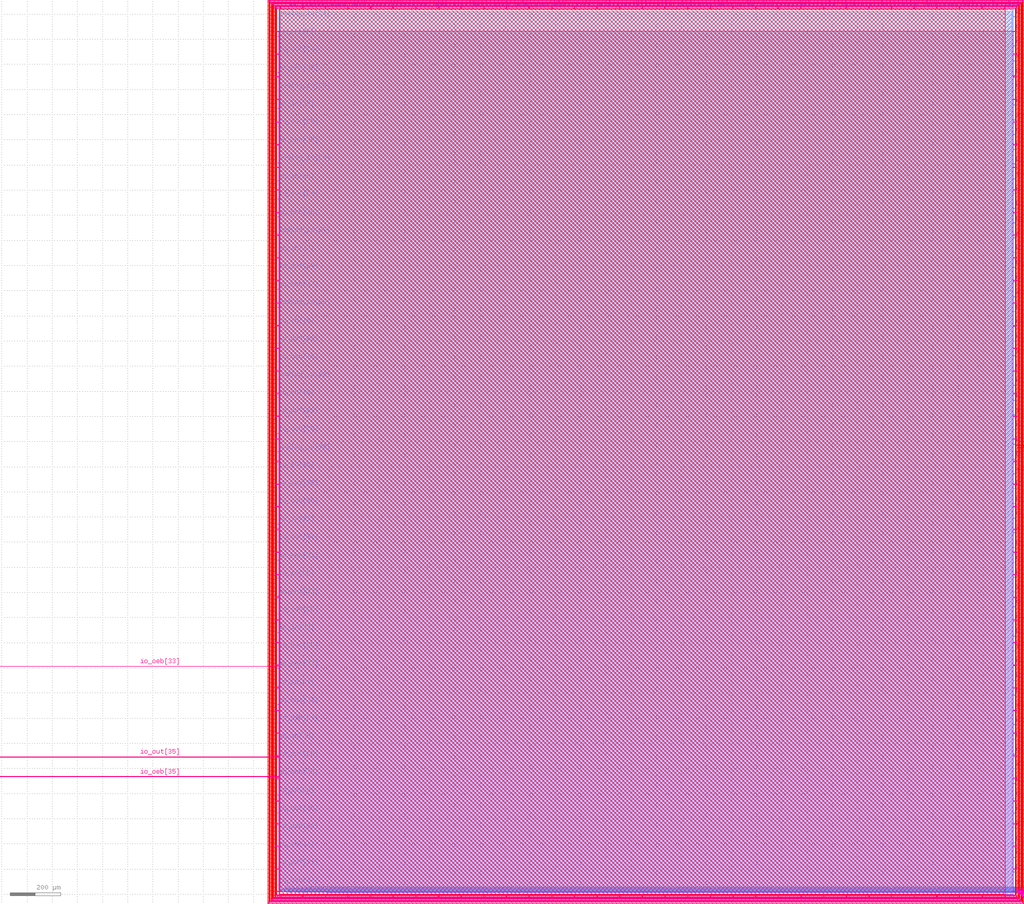
<source format=lef>
VERSION 5.7 ;
  NOWIREEXTENSIONATPIN ON ;
  DIVIDERCHAR "/" ;
  BUSBITCHARS "[]" ;
MACRO user_project_wrapper
  CLASS BLOCK ;
  FOREIGN user_project_wrapper ;
  ORIGIN 0.000 0.000 ;
  SIZE 2920.000 BY 3520.000 ;
  PIN analog_io[0]
    DIRECTION INOUT ;
    USE SIGNAL ;
    PORT
      LAYER met3 ;
        RECT 2919.700 28.980 2924.800 30.180 ;
    END
  END analog_io[0]
  PIN analog_io[10]
    DIRECTION INOUT ;
    USE SIGNAL ;
    PORT
      LAYER met3 ;
        RECT 2919.700 2374.980 2924.800 2376.180 ;
    END
  END analog_io[10]
  PIN analog_io[11]
    DIRECTION INOUT ;
    USE SIGNAL ;
    PORT
      LAYER met3 ;
        RECT 2919.700 2609.580 2924.800 2610.780 ;
    END
  END analog_io[11]
  PIN analog_io[12]
    DIRECTION INOUT ;
    USE SIGNAL ;
    PORT
      LAYER met3 ;
        RECT 2919.700 2844.180 2924.800 2845.380 ;
    END
  END analog_io[12]
  PIN analog_io[13]
    DIRECTION INOUT ;
    USE SIGNAL ;
    PORT
      LAYER met3 ;
        RECT 2919.700 3078.780 2924.800 3079.980 ;
    END
  END analog_io[13]
  PIN analog_io[14]
    DIRECTION INOUT ;
    USE SIGNAL ;
    PORT
      LAYER met3 ;
        RECT 2919.700 3313.380 2924.800 3314.580 ;
    END
  END analog_io[14]
  PIN analog_io[15]
    DIRECTION INOUT ;
    USE SIGNAL ;
    PORT
      LAYER met2 ;
        RECT 2879.090 3519.700 2879.650 3524.800 ;
    END
  END analog_io[15]
  PIN analog_io[16]
    DIRECTION INOUT ;
    USE SIGNAL ;
    PORT
      LAYER met2 ;
        RECT 2554.790 3519.700 2555.350 3524.800 ;
    END
  END analog_io[16]
  PIN analog_io[17]
    DIRECTION INOUT ;
    USE SIGNAL ;
    PORT
      LAYER met2 ;
        RECT 2230.490 3519.700 2231.050 3524.800 ;
    END
  END analog_io[17]
  PIN analog_io[18]
    DIRECTION INOUT ;
    USE SIGNAL ;
    PORT
      LAYER met2 ;
        RECT 1905.730 3519.700 1906.290 3524.800 ;
    END
  END analog_io[18]
  PIN analog_io[19]
    DIRECTION INOUT ;
    USE SIGNAL ;
    PORT
      LAYER met2 ;
        RECT 1581.430 3519.700 1581.990 3524.800 ;
    END
  END analog_io[19]
  PIN analog_io[1]
    DIRECTION INOUT ;
    USE SIGNAL ;
    PORT
      LAYER met3 ;
        RECT 2919.700 263.580 2924.800 264.780 ;
    END
  END analog_io[1]
  PIN analog_io[20]
    DIRECTION INOUT ;
    USE SIGNAL ;
    PORT
      LAYER met2 ;
        RECT 1257.130 3519.700 1257.690 3524.800 ;
    END
  END analog_io[20]
  PIN analog_io[21]
    DIRECTION INOUT ;
    USE SIGNAL ;
    PORT
      LAYER met2 ;
        RECT 932.370 3519.700 932.930 3524.800 ;
    END
  END analog_io[21]
  PIN analog_io[22]
    DIRECTION INOUT ;
    USE SIGNAL ;
    PORT
      LAYER met2 ;
        RECT 608.070 3519.700 608.630 3524.800 ;
    END
  END analog_io[22]
  PIN analog_io[23]
    DIRECTION INOUT ;
    USE SIGNAL ;
    PORT
      LAYER met2 ;
        RECT 283.770 3519.700 284.330 3524.800 ;
    END
  END analog_io[23]
  PIN analog_io[24]
    DIRECTION INOUT ;
    USE SIGNAL ;
    PORT
      LAYER met3 ;
        RECT -4.800 3482.700 0.300 3483.900 ;
    END
  END analog_io[24]
  PIN analog_io[25]
    DIRECTION INOUT ;
    USE SIGNAL ;
    PORT
      LAYER met3 ;
        RECT -4.800 3195.060 0.300 3196.260 ;
    END
  END analog_io[25]
  PIN analog_io[26]
    DIRECTION INOUT ;
    USE SIGNAL ;
    PORT
      LAYER met3 ;
        RECT -4.800 2908.100 0.300 2909.300 ;
    END
  END analog_io[26]
  PIN analog_io[27]
    DIRECTION INOUT ;
    USE SIGNAL ;
    PORT
      LAYER met3 ;
        RECT -4.800 2620.460 0.300 2621.660 ;
    END
  END analog_io[27]
  PIN analog_io[28]
    DIRECTION INOUT ;
    USE SIGNAL ;
    PORT
      LAYER met3 ;
        RECT -4.800 2333.500 0.300 2334.700 ;
    END
  END analog_io[28]
  PIN analog_io[29]
    DIRECTION INOUT ;
    USE SIGNAL ;
    PORT
      LAYER met3 ;
        RECT -4.800 2045.860 0.300 2047.060 ;
    END
  END analog_io[29]
  PIN analog_io[2]
    DIRECTION INOUT ;
    USE SIGNAL ;
    PORT
      LAYER met3 ;
        RECT 2919.700 498.180 2924.800 499.380 ;
    END
  END analog_io[2]
  PIN analog_io[30]
    DIRECTION INOUT ;
    USE SIGNAL ;
    PORT
      LAYER met3 ;
        RECT -4.800 1758.900 0.300 1760.100 ;
    END
  END analog_io[30]
  PIN analog_io[3]
    DIRECTION INOUT ;
    USE SIGNAL ;
    PORT
      LAYER met3 ;
        RECT 2919.700 732.780 2924.800 733.980 ;
    END
  END analog_io[3]
  PIN analog_io[4]
    DIRECTION INOUT ;
    USE SIGNAL ;
    PORT
      LAYER met3 ;
        RECT 2919.700 967.380 2924.800 968.580 ;
    END
  END analog_io[4]
  PIN analog_io[5]
    DIRECTION INOUT ;
    USE SIGNAL ;
    PORT
      LAYER met3 ;
        RECT 2919.700 1201.980 2924.800 1203.180 ;
    END
  END analog_io[5]
  PIN analog_io[6]
    DIRECTION INOUT ;
    USE SIGNAL ;
    PORT
      LAYER met3 ;
        RECT 2919.700 1436.580 2924.800 1437.780 ;
    END
  END analog_io[6]
  PIN analog_io[7]
    DIRECTION INOUT ;
    USE SIGNAL ;
    PORT
      LAYER met3 ;
        RECT 2919.700 1671.180 2924.800 1672.380 ;
    END
  END analog_io[7]
  PIN analog_io[8]
    DIRECTION INOUT ;
    USE SIGNAL ;
    PORT
      LAYER met3 ;
        RECT 2919.700 1905.780 2924.800 1906.980 ;
    END
  END analog_io[8]
  PIN analog_io[9]
    DIRECTION INOUT ;
    USE SIGNAL ;
    PORT
      LAYER met3 ;
        RECT 2919.700 2140.380 2924.800 2141.580 ;
    END
  END analog_io[9]
  PIN io_in[0]
    DIRECTION INPUT ;
    USE SIGNAL ;
    PORT
      LAYER met3 ;
        RECT 2919.700 87.460 2924.800 88.660 ;
    END
  END io_in[0]
  PIN io_in[10]
    DIRECTION INPUT ;
    USE SIGNAL ;
    PORT
      LAYER met3 ;
        RECT 2919.700 2433.460 2924.800 2434.660 ;
    END
  END io_in[10]
  PIN io_in[11]
    DIRECTION INPUT ;
    USE SIGNAL ;
    PORT
      LAYER met3 ;
        RECT 2919.700 2668.740 2924.800 2669.940 ;
    END
  END io_in[11]
  PIN io_in[12]
    DIRECTION INPUT ;
    USE SIGNAL ;
    PORT
      LAYER met3 ;
        RECT 2919.700 2903.340 2924.800 2904.540 ;
    END
  END io_in[12]
  PIN io_in[13]
    DIRECTION INPUT ;
    USE SIGNAL ;
    PORT
      LAYER met3 ;
        RECT 2919.700 3137.940 2924.800 3139.140 ;
    END
  END io_in[13]
  PIN io_in[14]
    DIRECTION INPUT ;
    USE SIGNAL ;
    PORT
      LAYER met3 ;
        RECT 2919.700 3372.540 2924.800 3373.740 ;
    END
  END io_in[14]
  PIN io_in[15]
    DIRECTION INPUT ;
    USE SIGNAL ;
    PORT
      LAYER met2 ;
        RECT 2798.130 3519.700 2798.690 3524.800 ;
    END
  END io_in[15]
  PIN io_in[16]
    DIRECTION INPUT ;
    USE SIGNAL ;
    PORT
      LAYER met2 ;
        RECT 2473.830 3519.700 2474.390 3524.800 ;
    END
  END io_in[16]
  PIN io_in[17]
    DIRECTION INPUT ;
    USE SIGNAL ;
    PORT
      LAYER met2 ;
        RECT 2149.070 3519.700 2149.630 3524.800 ;
    END
  END io_in[17]
  PIN io_in[18]
    DIRECTION INPUT ;
    USE SIGNAL ;
    PORT
      LAYER met2 ;
        RECT 1824.770 3519.700 1825.330 3524.800 ;
    END
  END io_in[18]
  PIN io_in[19]
    DIRECTION INPUT ;
    USE SIGNAL ;
    PORT
      LAYER met2 ;
        RECT 1500.470 3519.700 1501.030 3524.800 ;
    END
  END io_in[19]
  PIN io_in[1]
    DIRECTION INPUT ;
    USE SIGNAL ;
    PORT
      LAYER met3 ;
        RECT 2919.700 322.060 2924.800 323.260 ;
    END
  END io_in[1]
  PIN io_in[20]
    DIRECTION INPUT ;
    USE SIGNAL ;
    PORT
      LAYER met2 ;
        RECT 1175.710 3519.700 1176.270 3524.800 ;
    END
  END io_in[20]
  PIN io_in[21]
    DIRECTION INPUT ;
    USE SIGNAL ;
    PORT
      LAYER met2 ;
        RECT 851.410 3519.700 851.970 3524.800 ;
    END
  END io_in[21]
  PIN io_in[22]
    DIRECTION INPUT ;
    USE SIGNAL ;
    PORT
      LAYER met2 ;
        RECT 527.110 3519.700 527.670 3524.800 ;
    END
  END io_in[22]
  PIN io_in[23]
    DIRECTION INPUT ;
    USE SIGNAL ;
    PORT
      LAYER met2 ;
        RECT 202.350 3519.700 202.910 3524.800 ;
    END
  END io_in[23]
  PIN io_in[24]
    DIRECTION INPUT ;
    USE SIGNAL ;
    PORT
      LAYER met3 ;
        RECT -4.800 3410.620 0.300 3411.820 ;
    END
  END io_in[24]
  PIN io_in[25]
    DIRECTION INPUT ;
    USE SIGNAL ;
    PORT
      LAYER met3 ;
        RECT -4.800 3123.660 0.300 3124.860 ;
    END
  END io_in[25]
  PIN io_in[26]
    DIRECTION INPUT ;
    USE SIGNAL ;
    PORT
      LAYER met3 ;
        RECT -4.800 2836.020 0.300 2837.220 ;
    END
  END io_in[26]
  PIN io_in[27]
    DIRECTION INPUT ;
    USE SIGNAL ;
    PORT
      LAYER met3 ;
        RECT -4.800 2549.060 0.300 2550.260 ;
    END
  END io_in[27]
  PIN io_in[28]
    DIRECTION INPUT ;
    USE SIGNAL ;
    PORT
      LAYER met3 ;
        RECT -4.800 2261.420 0.300 2262.620 ;
    END
  END io_in[28]
  PIN io_in[29]
    DIRECTION INPUT ;
    USE SIGNAL ;
    PORT
      LAYER met3 ;
        RECT -4.800 1974.460 0.300 1975.660 ;
    END
  END io_in[29]
  PIN io_in[2]
    DIRECTION INPUT ;
    USE SIGNAL ;
    PORT
      LAYER met3 ;
        RECT 2919.700 556.660 2924.800 557.860 ;
    END
  END io_in[2]
  PIN io_in[30]
    DIRECTION INPUT ;
    USE SIGNAL ;
    PORT
      LAYER met3 ;
        RECT -4.800 1686.820 0.300 1688.020 ;
    END
  END io_in[30]
  PIN io_in[31]
    DIRECTION INPUT ;
    USE SIGNAL ;
    PORT
      LAYER met3 ;
        RECT -4.800 1471.260 0.300 1472.460 ;
    END
  END io_in[31]
  PIN io_in[32]
    DIRECTION INPUT ;
    USE SIGNAL ;
    PORT
      LAYER met3 ;
        RECT -4.800 1255.700 0.300 1256.900 ;
    END
  END io_in[32]
  PIN io_in[33]
    DIRECTION INPUT ;
    USE SIGNAL ;
    PORT
      LAYER met3 ;
        RECT -4.800 1040.140 0.300 1041.340 ;
    END
  END io_in[33]
  PIN io_in[34]
    DIRECTION INPUT ;
    USE SIGNAL ;
    PORT
      LAYER met3 ;
        RECT -4.800 824.580 0.300 825.780 ;
    END
  END io_in[34]
  PIN io_in[35]
    DIRECTION INPUT ;
    USE SIGNAL ;
    PORT
      LAYER met3 ;
        RECT -4.800 609.700 0.300 610.900 ;
    END
  END io_in[35]
  PIN io_in[36]
    DIRECTION INPUT ;
    USE SIGNAL ;
    PORT
      LAYER met3 ;
        RECT -4.800 394.140 0.300 395.340 ;
    END
  END io_in[36]
  PIN io_in[37]
    DIRECTION INPUT ;
    USE SIGNAL ;
    PORT
      LAYER met3 ;
        RECT -4.800 178.580 0.300 179.780 ;
    END
  END io_in[37]
  PIN io_in[3]
    DIRECTION INPUT ;
    USE SIGNAL ;
    PORT
      LAYER met3 ;
        RECT 2919.700 791.260 2924.800 792.460 ;
    END
  END io_in[3]
  PIN io_in[4]
    DIRECTION INPUT ;
    USE SIGNAL ;
    PORT
      LAYER met3 ;
        RECT 2919.700 1025.860 2924.800 1027.060 ;
    END
  END io_in[4]
  PIN io_in[5]
    DIRECTION INPUT ;
    USE SIGNAL ;
    PORT
      LAYER met3 ;
        RECT 2919.700 1260.460 2924.800 1261.660 ;
    END
  END io_in[5]
  PIN io_in[6]
    DIRECTION INPUT ;
    USE SIGNAL ;
    PORT
      LAYER met3 ;
        RECT 2919.700 1495.060 2924.800 1496.260 ;
    END
  END io_in[6]
  PIN io_in[7]
    DIRECTION INPUT ;
    USE SIGNAL ;
    PORT
      LAYER met3 ;
        RECT 2919.700 1729.660 2924.800 1730.860 ;
    END
  END io_in[7]
  PIN io_in[8]
    DIRECTION INPUT ;
    USE SIGNAL ;
    PORT
      LAYER met3 ;
        RECT 2919.700 1964.260 2924.800 1965.460 ;
    END
  END io_in[8]
  PIN io_in[9]
    DIRECTION INPUT ;
    USE SIGNAL ;
    PORT
      LAYER met3 ;
        RECT 2919.700 2198.860 2924.800 2200.060 ;
    END
  END io_in[9]
  PIN io_oeb[0]
    DIRECTION OUTPUT TRISTATE ;
    USE SIGNAL ;
    PORT
      LAYER met3 ;
        RECT 2919.700 204.420 2924.800 205.620 ;
    END
  END io_oeb[0]
  PIN io_oeb[10]
    DIRECTION OUTPUT TRISTATE ;
    USE SIGNAL ;
    PORT
      LAYER met3 ;
        RECT 2919.700 2551.100 2924.800 2552.300 ;
    END
  END io_oeb[10]
  PIN io_oeb[11]
    DIRECTION OUTPUT TRISTATE ;
    USE SIGNAL ;
    PORT
      LAYER met3 ;
        RECT 2919.700 2785.700 2924.800 2786.900 ;
    END
  END io_oeb[11]
  PIN io_oeb[12]
    DIRECTION OUTPUT TRISTATE ;
    USE SIGNAL ;
    PORT
      LAYER met3 ;
        RECT 2919.700 3020.300 2924.800 3021.500 ;
    END
  END io_oeb[12]
  PIN io_oeb[13]
    DIRECTION OUTPUT TRISTATE ;
    USE SIGNAL ;
    PORT
      LAYER met3 ;
        RECT 2919.700 3254.900 2924.800 3256.100 ;
    END
  END io_oeb[13]
  PIN io_oeb[14]
    DIRECTION OUTPUT TRISTATE ;
    USE SIGNAL ;
    PORT
      LAYER met3 ;
        RECT 2919.700 3489.500 2924.800 3490.700 ;
    END
  END io_oeb[14]
  PIN io_oeb[15]
    DIRECTION OUTPUT TRISTATE ;
    USE SIGNAL ;
    PORT
      LAYER met2 ;
        RECT 2635.750 3519.700 2636.310 3524.800 ;
    END
  END io_oeb[15]
  PIN io_oeb[16]
    DIRECTION OUTPUT TRISTATE ;
    USE SIGNAL ;
    PORT
      LAYER met2 ;
        RECT 2311.450 3519.700 2312.010 3524.800 ;
    END
  END io_oeb[16]
  PIN io_oeb[17]
    DIRECTION OUTPUT TRISTATE ;
    USE SIGNAL ;
    PORT
      LAYER met2 ;
        RECT 1987.150 3519.700 1987.710 3524.800 ;
    END
  END io_oeb[17]
  PIN io_oeb[18]
    DIRECTION OUTPUT TRISTATE ;
    USE SIGNAL ;
    PORT
      LAYER met2 ;
        RECT 1662.390 3519.700 1662.950 3524.800 ;
    END
  END io_oeb[18]
  PIN io_oeb[19]
    DIRECTION OUTPUT TRISTATE ;
    USE SIGNAL ;
    PORT
      LAYER met2 ;
        RECT 1338.090 3519.700 1338.650 3524.800 ;
    END
  END io_oeb[19]
  PIN io_oeb[1]
    DIRECTION OUTPUT TRISTATE ;
    USE SIGNAL ;
    PORT
      LAYER met3 ;
        RECT 2919.700 439.020 2924.800 440.220 ;
    END
  END io_oeb[1]
  PIN io_oeb[20]
    DIRECTION OUTPUT TRISTATE ;
    USE SIGNAL ;
    PORT
      LAYER met2 ;
        RECT 1013.790 3519.700 1014.350 3524.800 ;
    END
  END io_oeb[20]
  PIN io_oeb[21]
    DIRECTION OUTPUT TRISTATE ;
    USE SIGNAL ;
    PORT
      LAYER met2 ;
        RECT 689.030 3519.700 689.590 3524.800 ;
    END
  END io_oeb[21]
  PIN io_oeb[22]
    DIRECTION OUTPUT TRISTATE ;
    USE SIGNAL ;
    PORT
      LAYER met2 ;
        RECT 364.730 3519.700 365.290 3524.800 ;
    END
  END io_oeb[22]
  PIN io_oeb[23]
    DIRECTION OUTPUT TRISTATE ;
    USE SIGNAL ;
    PORT
      LAYER met2 ;
        RECT 40.430 3519.700 40.990 3524.800 ;
    END
  END io_oeb[23]
  PIN io_oeb[24]
    DIRECTION OUTPUT TRISTATE ;
    USE SIGNAL ;
    PORT
      LAYER met3 ;
        RECT -4.800 3267.140 0.300 3268.340 ;
    END
  END io_oeb[24]
  PIN io_oeb[25]
    DIRECTION OUTPUT TRISTATE ;
    USE SIGNAL ;
    PORT
      LAYER met3 ;
        RECT -4.800 2979.500 0.300 2980.700 ;
    END
  END io_oeb[25]
  PIN io_oeb[26]
    DIRECTION OUTPUT TRISTATE ;
    USE SIGNAL ;
    PORT
      LAYER met3 ;
        RECT -4.800 2692.540 0.300 2693.740 ;
    END
  END io_oeb[26]
  PIN io_oeb[27]
    DIRECTION OUTPUT TRISTATE ;
    USE SIGNAL ;
    PORT
      LAYER met3 ;
        RECT -4.800 2404.900 0.300 2406.100 ;
    END
  END io_oeb[27]
  PIN io_oeb[28]
    DIRECTION OUTPUT TRISTATE ;
    USE SIGNAL ;
    PORT
      LAYER met3 ;
        RECT -4.800 2117.940 0.300 2119.140 ;
    END
  END io_oeb[28]
  PIN io_oeb[29]
    DIRECTION OUTPUT TRISTATE ;
    USE SIGNAL ;
    PORT
      LAYER met3 ;
        RECT -4.800 1830.300 0.300 1831.500 ;
    END
  END io_oeb[29]
  PIN io_oeb[2]
    DIRECTION OUTPUT TRISTATE ;
    USE SIGNAL ;
    PORT
      LAYER met3 ;
        RECT 2919.700 673.620 2924.800 674.820 ;
    END
  END io_oeb[2]
  PIN io_oeb[30]
    DIRECTION OUTPUT TRISTATE ;
    USE SIGNAL ;
    PORT
      LAYER met3 ;
        RECT -4.800 1543.340 0.300 1544.540 ;
    END
  END io_oeb[30]
  PIN io_oeb[31]
    DIRECTION OUTPUT TRISTATE ;
    USE SIGNAL ;
    PORT
      LAYER met3 ;
        RECT -4.800 1327.780 0.300 1328.980 ;
    END
  END io_oeb[31]
  PIN io_oeb[32]
    DIRECTION OUTPUT TRISTATE ;
    USE SIGNAL ;
    PORT
      LAYER met3 ;
        RECT -4.800 1112.220 0.300 1113.420 ;
    END
  END io_oeb[32]
  PIN io_oeb[33]
    DIRECTION OUTPUT TRISTATE ;
    USE SIGNAL ;
    PORT
      LAYER met3 ;
        RECT -4.800 896.660 0.300 897.860 ;
      LAYER met5 ;
        RECT -1106.755 905.300 0.300 906.900 ;
    END
  END io_oeb[33]
  PIN io_oeb[34]
    DIRECTION OUTPUT TRISTATE ;
    USE SIGNAL ;
    PORT
      LAYER met3 ;
        RECT -4.800 681.100 0.300 682.300 ;
    END
  END io_oeb[34]
  PIN io_oeb[35]
    DIRECTION OUTPUT TRISTATE ;
    USE SIGNAL ;
    PORT
      LAYER met3 ;
        RECT -4.800 465.540 0.300 466.740 ;
      LAYER met5 ;
        RECT -1106.755 466.700 0.300 468.300 ;
    END
  END io_oeb[35]
  PIN io_oeb[36]
    DIRECTION OUTPUT TRISTATE ;
    USE SIGNAL ;
    PORT
      LAYER met3 ;
        RECT -4.800 249.980 0.300 251.180 ;
    END
  END io_oeb[36]
  PIN io_oeb[37]
    DIRECTION OUTPUT TRISTATE ;
    USE SIGNAL ;
    PORT
      LAYER met3 ;
        RECT -4.800 35.100 0.300 36.300 ;
    END
  END io_oeb[37]
  PIN io_oeb[3]
    DIRECTION OUTPUT TRISTATE ;
    USE SIGNAL ;
    PORT
      LAYER met3 ;
        RECT 2919.700 908.900 2924.800 910.100 ;
    END
  END io_oeb[3]
  PIN io_oeb[4]
    DIRECTION OUTPUT TRISTATE ;
    USE SIGNAL ;
    PORT
      LAYER met3 ;
        RECT 2919.700 1143.500 2924.800 1144.700 ;
    END
  END io_oeb[4]
  PIN io_oeb[5]
    DIRECTION OUTPUT TRISTATE ;
    USE SIGNAL ;
    PORT
      LAYER met3 ;
        RECT 2919.700 1378.100 2924.800 1379.300 ;
    END
  END io_oeb[5]
  PIN io_oeb[6]
    DIRECTION OUTPUT TRISTATE ;
    USE SIGNAL ;
    PORT
      LAYER met3 ;
        RECT 2919.700 1612.700 2924.800 1613.900 ;
    END
  END io_oeb[6]
  PIN io_oeb[7]
    DIRECTION OUTPUT TRISTATE ;
    USE SIGNAL ;
    PORT
      LAYER met3 ;
        RECT 2919.700 1847.300 2924.800 1848.500 ;
    END
  END io_oeb[7]
  PIN io_oeb[8]
    DIRECTION OUTPUT TRISTATE ;
    USE SIGNAL ;
    PORT
      LAYER met3 ;
        RECT 2919.700 2081.900 2924.800 2083.100 ;
    END
  END io_oeb[8]
  PIN io_oeb[9]
    DIRECTION OUTPUT TRISTATE ;
    USE SIGNAL ;
    PORT
      LAYER met3 ;
        RECT 2919.700 2316.500 2924.800 2317.700 ;
    END
  END io_oeb[9]
  PIN io_out[0]
    DIRECTION OUTPUT TRISTATE ;
    USE SIGNAL ;
    PORT
      LAYER met3 ;
        RECT 2919.700 145.940 2924.800 147.140 ;
    END
  END io_out[0]
  PIN io_out[10]
    DIRECTION OUTPUT TRISTATE ;
    USE SIGNAL ;
    PORT
      LAYER met3 ;
        RECT 2919.700 2492.620 2924.800 2493.820 ;
    END
  END io_out[10]
  PIN io_out[11]
    DIRECTION OUTPUT TRISTATE ;
    USE SIGNAL ;
    PORT
      LAYER met3 ;
        RECT 2919.700 2727.220 2924.800 2728.420 ;
    END
  END io_out[11]
  PIN io_out[12]
    DIRECTION OUTPUT TRISTATE ;
    USE SIGNAL ;
    PORT
      LAYER met3 ;
        RECT 2919.700 2961.820 2924.800 2963.020 ;
    END
  END io_out[12]
  PIN io_out[13]
    DIRECTION OUTPUT TRISTATE ;
    USE SIGNAL ;
    PORT
      LAYER met3 ;
        RECT 2919.700 3196.420 2924.800 3197.620 ;
    END
  END io_out[13]
  PIN io_out[14]
    DIRECTION OUTPUT TRISTATE ;
    USE SIGNAL ;
    PORT
      LAYER met3 ;
        RECT 2919.700 3431.020 2924.800 3432.220 ;
    END
  END io_out[14]
  PIN io_out[15]
    DIRECTION OUTPUT TRISTATE ;
    USE SIGNAL ;
    PORT
      LAYER met2 ;
        RECT 2717.170 3519.700 2717.730 3524.800 ;
    END
  END io_out[15]
  PIN io_out[16]
    DIRECTION OUTPUT TRISTATE ;
    USE SIGNAL ;
    PORT
      LAYER met2 ;
        RECT 2392.410 3519.700 2392.970 3524.800 ;
    END
  END io_out[16]
  PIN io_out[17]
    DIRECTION OUTPUT TRISTATE ;
    USE SIGNAL ;
    PORT
      LAYER met2 ;
        RECT 2068.110 3519.700 2068.670 3524.800 ;
    END
  END io_out[17]
  PIN io_out[18]
    DIRECTION OUTPUT TRISTATE ;
    USE SIGNAL ;
    PORT
      LAYER met2 ;
        RECT 1743.810 3519.700 1744.370 3524.800 ;
    END
  END io_out[18]
  PIN io_out[19]
    DIRECTION OUTPUT TRISTATE ;
    USE SIGNAL ;
    PORT
      LAYER met2 ;
        RECT 1419.050 3519.700 1419.610 3524.800 ;
    END
  END io_out[19]
  PIN io_out[1]
    DIRECTION OUTPUT TRISTATE ;
    USE SIGNAL ;
    PORT
      LAYER met3 ;
        RECT 2919.700 380.540 2924.800 381.740 ;
    END
  END io_out[1]
  PIN io_out[20]
    DIRECTION OUTPUT TRISTATE ;
    USE SIGNAL ;
    PORT
      LAYER met2 ;
        RECT 1094.750 3519.700 1095.310 3524.800 ;
    END
  END io_out[20]
  PIN io_out[21]
    DIRECTION OUTPUT TRISTATE ;
    USE SIGNAL ;
    PORT
      LAYER met2 ;
        RECT 770.450 3519.700 771.010 3524.800 ;
    END
  END io_out[21]
  PIN io_out[22]
    DIRECTION OUTPUT TRISTATE ;
    USE SIGNAL ;
    PORT
      LAYER met2 ;
        RECT 445.690 3519.700 446.250 3524.800 ;
    END
  END io_out[22]
  PIN io_out[23]
    DIRECTION OUTPUT TRISTATE ;
    USE SIGNAL ;
    PORT
      LAYER met2 ;
        RECT 121.390 3519.700 121.950 3524.800 ;
    END
  END io_out[23]
  PIN io_out[24]
    DIRECTION OUTPUT TRISTATE ;
    USE SIGNAL ;
    PORT
      LAYER met3 ;
        RECT -4.800 3339.220 0.300 3340.420 ;
    END
  END io_out[24]
  PIN io_out[25]
    DIRECTION OUTPUT TRISTATE ;
    USE SIGNAL ;
    PORT
      LAYER met3 ;
        RECT -4.800 3051.580 0.300 3052.780 ;
    END
  END io_out[25]
  PIN io_out[26]
    DIRECTION OUTPUT TRISTATE ;
    USE SIGNAL ;
    PORT
      LAYER met3 ;
        RECT -4.800 2764.620 0.300 2765.820 ;
    END
  END io_out[26]
  PIN io_out[27]
    DIRECTION OUTPUT TRISTATE ;
    USE SIGNAL ;
    PORT
      LAYER met3 ;
        RECT -4.800 2476.980 0.300 2478.180 ;
    END
  END io_out[27]
  PIN io_out[28]
    DIRECTION OUTPUT TRISTATE ;
    USE SIGNAL ;
    PORT
      LAYER met3 ;
        RECT -4.800 2189.340 0.300 2190.540 ;
    END
  END io_out[28]
  PIN io_out[29]
    DIRECTION OUTPUT TRISTATE ;
    USE SIGNAL ;
    PORT
      LAYER met3 ;
        RECT -4.800 1902.380 0.300 1903.580 ;
    END
  END io_out[29]
  PIN io_out[2]
    DIRECTION OUTPUT TRISTATE ;
    USE SIGNAL ;
    PORT
      LAYER met3 ;
        RECT 2919.700 615.140 2924.800 616.340 ;
    END
  END io_out[2]
  PIN io_out[30]
    DIRECTION OUTPUT TRISTATE ;
    USE SIGNAL ;
    PORT
      LAYER met3 ;
        RECT -4.800 1614.740 0.300 1615.940 ;
    END
  END io_out[30]
  PIN io_out[31]
    DIRECTION OUTPUT TRISTATE ;
    USE SIGNAL ;
    PORT
      LAYER met3 ;
        RECT -4.800 1399.860 0.300 1401.060 ;
    END
  END io_out[31]
  PIN io_out[32]
    DIRECTION OUTPUT TRISTATE ;
    USE SIGNAL ;
    PORT
      LAYER met3 ;
        RECT -4.800 1184.300 0.300 1185.500 ;
    END
  END io_out[32]
  PIN io_out[33]
    DIRECTION OUTPUT TRISTATE ;
    USE SIGNAL ;
    PORT
      LAYER met3 ;
        RECT -4.800 968.740 0.300 969.940 ;
    END
  END io_out[33]
  PIN io_out[34]
    DIRECTION OUTPUT TRISTATE ;
    USE SIGNAL ;
    PORT
      LAYER met3 ;
        RECT -4.800 753.180 0.300 754.380 ;
    END
  END io_out[34]
  PIN io_out[35]
    DIRECTION OUTPUT TRISTATE ;
    USE SIGNAL ;
    PORT
      LAYER met3 ;
        RECT -4.800 537.620 0.300 538.820 ;
      LAYER met5 ;
        RECT -1106.755 544.900 0.300 546.500 ;
    END
  END io_out[35]
  PIN io_out[36]
    DIRECTION OUTPUT TRISTATE ;
    USE SIGNAL ;
    PORT
      LAYER met3 ;
        RECT -4.800 322.060 0.300 323.260 ;
    END
  END io_out[36]
  PIN io_out[37]
    DIRECTION OUTPUT TRISTATE ;
    USE SIGNAL ;
    PORT
      LAYER met3 ;
        RECT -4.800 106.500 0.300 107.700 ;
    END
  END io_out[37]
  PIN io_out[3]
    DIRECTION OUTPUT TRISTATE ;
    USE SIGNAL ;
    PORT
      LAYER met3 ;
        RECT 2919.700 849.740 2924.800 850.940 ;
    END
  END io_out[3]
  PIN io_out[4]
    DIRECTION OUTPUT TRISTATE ;
    USE SIGNAL ;
    PORT
      LAYER met3 ;
        RECT 2919.700 1084.340 2924.800 1085.540 ;
    END
  END io_out[4]
  PIN io_out[5]
    DIRECTION OUTPUT TRISTATE ;
    USE SIGNAL ;
    PORT
      LAYER met3 ;
        RECT 2919.700 1318.940 2924.800 1320.140 ;
    END
  END io_out[5]
  PIN io_out[6]
    DIRECTION OUTPUT TRISTATE ;
    USE SIGNAL ;
    PORT
      LAYER met3 ;
        RECT 2919.700 1553.540 2924.800 1554.740 ;
    END
  END io_out[6]
  PIN io_out[7]
    DIRECTION OUTPUT TRISTATE ;
    USE SIGNAL ;
    PORT
      LAYER met3 ;
        RECT 2919.700 1788.820 2924.800 1790.020 ;
    END
  END io_out[7]
  PIN io_out[8]
    DIRECTION OUTPUT TRISTATE ;
    USE SIGNAL ;
    PORT
      LAYER met3 ;
        RECT 2919.700 2023.420 2924.800 2024.620 ;
    END
  END io_out[8]
  PIN io_out[9]
    DIRECTION OUTPUT TRISTATE ;
    USE SIGNAL ;
    PORT
      LAYER met3 ;
        RECT 2919.700 2258.020 2924.800 2259.220 ;
    END
  END io_out[9]
  PIN la_data_in[0]
    DIRECTION INPUT ;
    USE SIGNAL ;
    PORT
      LAYER met2 ;
        RECT 632.910 -4.800 633.470 0.300 ;
    END
  END la_data_in[0]
  PIN la_data_in[100]
    DIRECTION INPUT ;
    USE SIGNAL ;
    PORT
      LAYER met2 ;
        RECT 2417.250 -4.800 2417.810 0.300 ;
    END
  END la_data_in[100]
  PIN la_data_in[101]
    DIRECTION INPUT ;
    USE SIGNAL ;
    PORT
      LAYER met2 ;
        RECT 2434.730 -4.800 2435.290 0.300 ;
    END
  END la_data_in[101]
  PIN la_data_in[102]
    DIRECTION INPUT ;
    USE SIGNAL ;
    PORT
      LAYER met2 ;
        RECT 2452.670 -4.800 2453.230 0.300 ;
    END
  END la_data_in[102]
  PIN la_data_in[103]
    DIRECTION INPUT ;
    USE SIGNAL ;
    PORT
      LAYER met2 ;
        RECT 2470.610 -4.800 2471.170 0.300 ;
    END
  END la_data_in[103]
  PIN la_data_in[104]
    DIRECTION INPUT ;
    USE SIGNAL ;
    PORT
      LAYER met2 ;
        RECT 2488.550 -4.800 2489.110 0.300 ;
    END
  END la_data_in[104]
  PIN la_data_in[105]
    DIRECTION INPUT ;
    USE SIGNAL ;
    PORT
      LAYER met2 ;
        RECT 2506.030 -4.800 2506.590 0.300 ;
    END
  END la_data_in[105]
  PIN la_data_in[106]
    DIRECTION INPUT ;
    USE SIGNAL ;
    PORT
      LAYER met2 ;
        RECT 2523.970 -4.800 2524.530 0.300 ;
    END
  END la_data_in[106]
  PIN la_data_in[107]
    DIRECTION INPUT ;
    USE SIGNAL ;
    PORT
      LAYER met2 ;
        RECT 2541.910 -4.800 2542.470 0.300 ;
    END
  END la_data_in[107]
  PIN la_data_in[108]
    DIRECTION INPUT ;
    USE SIGNAL ;
    PORT
      LAYER met2 ;
        RECT 2559.850 -4.800 2560.410 0.300 ;
    END
  END la_data_in[108]
  PIN la_data_in[109]
    DIRECTION INPUT ;
    USE SIGNAL ;
    PORT
      LAYER met2 ;
        RECT 2577.790 -4.800 2578.350 0.300 ;
    END
  END la_data_in[109]
  PIN la_data_in[10]
    DIRECTION INPUT ;
    USE SIGNAL ;
    PORT
      LAYER met2 ;
        RECT 811.390 -4.800 811.950 0.300 ;
    END
  END la_data_in[10]
  PIN la_data_in[110]
    DIRECTION INPUT ;
    USE SIGNAL ;
    PORT
      LAYER met2 ;
        RECT 2595.270 -4.800 2595.830 0.300 ;
    END
  END la_data_in[110]
  PIN la_data_in[111]
    DIRECTION INPUT ;
    USE SIGNAL ;
    PORT
      LAYER met2 ;
        RECT 2613.210 -4.800 2613.770 0.300 ;
    END
  END la_data_in[111]
  PIN la_data_in[112]
    DIRECTION INPUT ;
    USE SIGNAL ;
    PORT
      LAYER met2 ;
        RECT 2631.150 -4.800 2631.710 0.300 ;
    END
  END la_data_in[112]
  PIN la_data_in[113]
    DIRECTION INPUT ;
    USE SIGNAL ;
    PORT
      LAYER met2 ;
        RECT 2649.090 -4.800 2649.650 0.300 ;
    END
  END la_data_in[113]
  PIN la_data_in[114]
    DIRECTION INPUT ;
    USE SIGNAL ;
    PORT
      LAYER met2 ;
        RECT 2667.030 -4.800 2667.590 0.300 ;
    END
  END la_data_in[114]
  PIN la_data_in[115]
    DIRECTION INPUT ;
    USE SIGNAL ;
    PORT
      LAYER met2 ;
        RECT 2684.510 -4.800 2685.070 0.300 ;
    END
  END la_data_in[115]
  PIN la_data_in[116]
    DIRECTION INPUT ;
    USE SIGNAL ;
    PORT
      LAYER met2 ;
        RECT 2702.450 -4.800 2703.010 0.300 ;
    END
  END la_data_in[116]
  PIN la_data_in[117]
    DIRECTION INPUT ;
    USE SIGNAL ;
    PORT
      LAYER met2 ;
        RECT 2720.390 -4.800 2720.950 0.300 ;
    END
  END la_data_in[117]
  PIN la_data_in[118]
    DIRECTION INPUT ;
    USE SIGNAL ;
    PORT
      LAYER met2 ;
        RECT 2738.330 -4.800 2738.890 0.300 ;
    END
  END la_data_in[118]
  PIN la_data_in[119]
    DIRECTION INPUT ;
    USE SIGNAL ;
    PORT
      LAYER met2 ;
        RECT 2755.810 -4.800 2756.370 0.300 ;
    END
  END la_data_in[119]
  PIN la_data_in[11]
    DIRECTION INPUT ;
    USE SIGNAL ;
    PORT
      LAYER met2 ;
        RECT 829.330 -4.800 829.890 0.300 ;
    END
  END la_data_in[11]
  PIN la_data_in[120]
    DIRECTION INPUT ;
    USE SIGNAL ;
    PORT
      LAYER met2 ;
        RECT 2773.750 -4.800 2774.310 0.300 ;
    END
  END la_data_in[120]
  PIN la_data_in[121]
    DIRECTION INPUT ;
    USE SIGNAL ;
    PORT
      LAYER met2 ;
        RECT 2791.690 -4.800 2792.250 0.300 ;
    END
  END la_data_in[121]
  PIN la_data_in[122]
    DIRECTION INPUT ;
    USE SIGNAL ;
    PORT
      LAYER met2 ;
        RECT 2809.630 -4.800 2810.190 0.300 ;
    END
  END la_data_in[122]
  PIN la_data_in[123]
    DIRECTION INPUT ;
    USE SIGNAL ;
    PORT
      LAYER met2 ;
        RECT 2827.570 -4.800 2828.130 0.300 ;
    END
  END la_data_in[123]
  PIN la_data_in[124]
    DIRECTION INPUT ;
    USE SIGNAL ;
    PORT
      LAYER met2 ;
        RECT 2845.050 -4.800 2845.610 0.300 ;
    END
  END la_data_in[124]
  PIN la_data_in[125]
    DIRECTION INPUT ;
    USE SIGNAL ;
    PORT
      LAYER met2 ;
        RECT 2862.990 -4.800 2863.550 0.300 ;
    END
  END la_data_in[125]
  PIN la_data_in[126]
    DIRECTION INPUT ;
    USE SIGNAL ;
    PORT
      LAYER met2 ;
        RECT 2880.930 -4.800 2881.490 0.300 ;
    END
  END la_data_in[126]
  PIN la_data_in[127]
    DIRECTION INPUT ;
    USE SIGNAL ;
    PORT
      LAYER met2 ;
        RECT 2898.870 -4.800 2899.430 0.300 ;
    END
  END la_data_in[127]
  PIN la_data_in[12]
    DIRECTION INPUT ;
    USE SIGNAL ;
    PORT
      LAYER met2 ;
        RECT 846.810 -4.800 847.370 0.300 ;
    END
  END la_data_in[12]
  PIN la_data_in[13]
    DIRECTION INPUT ;
    USE SIGNAL ;
    PORT
      LAYER met2 ;
        RECT 864.750 -4.800 865.310 0.300 ;
    END
  END la_data_in[13]
  PIN la_data_in[14]
    DIRECTION INPUT ;
    USE SIGNAL ;
    PORT
      LAYER met2 ;
        RECT 882.690 -4.800 883.250 0.300 ;
    END
  END la_data_in[14]
  PIN la_data_in[15]
    DIRECTION INPUT ;
    USE SIGNAL ;
    PORT
      LAYER met2 ;
        RECT 900.630 -4.800 901.190 0.300 ;
    END
  END la_data_in[15]
  PIN la_data_in[16]
    DIRECTION INPUT ;
    USE SIGNAL ;
    PORT
      LAYER met2 ;
        RECT 918.570 -4.800 919.130 0.300 ;
    END
  END la_data_in[16]
  PIN la_data_in[17]
    DIRECTION INPUT ;
    USE SIGNAL ;
    PORT
      LAYER met2 ;
        RECT 936.050 -4.800 936.610 0.300 ;
    END
  END la_data_in[17]
  PIN la_data_in[18]
    DIRECTION INPUT ;
    USE SIGNAL ;
    PORT
      LAYER met2 ;
        RECT 953.990 -4.800 954.550 0.300 ;
    END
  END la_data_in[18]
  PIN la_data_in[19]
    DIRECTION INPUT ;
    USE SIGNAL ;
    PORT
      LAYER met2 ;
        RECT 971.930 -4.800 972.490 0.300 ;
    END
  END la_data_in[19]
  PIN la_data_in[1]
    DIRECTION INPUT ;
    USE SIGNAL ;
    PORT
      LAYER met2 ;
        RECT 650.850 -4.800 651.410 0.300 ;
    END
  END la_data_in[1]
  PIN la_data_in[20]
    DIRECTION INPUT ;
    USE SIGNAL ;
    PORT
      LAYER met2 ;
        RECT 989.870 -4.800 990.430 0.300 ;
    END
  END la_data_in[20]
  PIN la_data_in[21]
    DIRECTION INPUT ;
    USE SIGNAL ;
    PORT
      LAYER met2 ;
        RECT 1007.350 -4.800 1007.910 0.300 ;
    END
  END la_data_in[21]
  PIN la_data_in[22]
    DIRECTION INPUT ;
    USE SIGNAL ;
    PORT
      LAYER met2 ;
        RECT 1025.290 -4.800 1025.850 0.300 ;
    END
  END la_data_in[22]
  PIN la_data_in[23]
    DIRECTION INPUT ;
    USE SIGNAL ;
    PORT
      LAYER met2 ;
        RECT 1043.230 -4.800 1043.790 0.300 ;
    END
  END la_data_in[23]
  PIN la_data_in[24]
    DIRECTION INPUT ;
    USE SIGNAL ;
    PORT
      LAYER met2 ;
        RECT 1061.170 -4.800 1061.730 0.300 ;
    END
  END la_data_in[24]
  PIN la_data_in[25]
    DIRECTION INPUT ;
    USE SIGNAL ;
    PORT
      LAYER met2 ;
        RECT 1079.110 -4.800 1079.670 0.300 ;
    END
  END la_data_in[25]
  PIN la_data_in[26]
    DIRECTION INPUT ;
    USE SIGNAL ;
    PORT
      LAYER met2 ;
        RECT 1096.590 -4.800 1097.150 0.300 ;
    END
  END la_data_in[26]
  PIN la_data_in[27]
    DIRECTION INPUT ;
    USE SIGNAL ;
    PORT
      LAYER met2 ;
        RECT 1114.530 -4.800 1115.090 0.300 ;
    END
  END la_data_in[27]
  PIN la_data_in[28]
    DIRECTION INPUT ;
    USE SIGNAL ;
    PORT
      LAYER met2 ;
        RECT 1132.470 -4.800 1133.030 0.300 ;
    END
  END la_data_in[28]
  PIN la_data_in[29]
    DIRECTION INPUT ;
    USE SIGNAL ;
    PORT
      LAYER met2 ;
        RECT 1150.410 -4.800 1150.970 0.300 ;
    END
  END la_data_in[29]
  PIN la_data_in[2]
    DIRECTION INPUT ;
    USE SIGNAL ;
    PORT
      LAYER met2 ;
        RECT 668.790 -4.800 669.350 0.300 ;
    END
  END la_data_in[2]
  PIN la_data_in[30]
    DIRECTION INPUT ;
    USE SIGNAL ;
    PORT
      LAYER met2 ;
        RECT 1168.350 -4.800 1168.910 0.300 ;
    END
  END la_data_in[30]
  PIN la_data_in[31]
    DIRECTION INPUT ;
    USE SIGNAL ;
    PORT
      LAYER met2 ;
        RECT 1185.830 -4.800 1186.390 0.300 ;
    END
  END la_data_in[31]
  PIN la_data_in[32]
    DIRECTION INPUT ;
    USE SIGNAL ;
    PORT
      LAYER met2 ;
        RECT 1203.770 -4.800 1204.330 0.300 ;
    END
  END la_data_in[32]
  PIN la_data_in[33]
    DIRECTION INPUT ;
    USE SIGNAL ;
    PORT
      LAYER met2 ;
        RECT 1221.710 -4.800 1222.270 0.300 ;
    END
  END la_data_in[33]
  PIN la_data_in[34]
    DIRECTION INPUT ;
    USE SIGNAL ;
    PORT
      LAYER met2 ;
        RECT 1239.650 -4.800 1240.210 0.300 ;
    END
  END la_data_in[34]
  PIN la_data_in[35]
    DIRECTION INPUT ;
    USE SIGNAL ;
    PORT
      LAYER met2 ;
        RECT 1257.130 -4.800 1257.690 0.300 ;
    END
  END la_data_in[35]
  PIN la_data_in[36]
    DIRECTION INPUT ;
    USE SIGNAL ;
    PORT
      LAYER met2 ;
        RECT 1275.070 -4.800 1275.630 0.300 ;
    END
  END la_data_in[36]
  PIN la_data_in[37]
    DIRECTION INPUT ;
    USE SIGNAL ;
    PORT
      LAYER met2 ;
        RECT 1293.010 -4.800 1293.570 0.300 ;
    END
  END la_data_in[37]
  PIN la_data_in[38]
    DIRECTION INPUT ;
    USE SIGNAL ;
    PORT
      LAYER met2 ;
        RECT 1310.950 -4.800 1311.510 0.300 ;
    END
  END la_data_in[38]
  PIN la_data_in[39]
    DIRECTION INPUT ;
    USE SIGNAL ;
    PORT
      LAYER met2 ;
        RECT 1328.890 -4.800 1329.450 0.300 ;
    END
  END la_data_in[39]
  PIN la_data_in[3]
    DIRECTION INPUT ;
    USE SIGNAL ;
    PORT
      LAYER met2 ;
        RECT 686.270 -4.800 686.830 0.300 ;
    END
  END la_data_in[3]
  PIN la_data_in[40]
    DIRECTION INPUT ;
    USE SIGNAL ;
    PORT
      LAYER met2 ;
        RECT 1346.370 -4.800 1346.930 0.300 ;
    END
  END la_data_in[40]
  PIN la_data_in[41]
    DIRECTION INPUT ;
    USE SIGNAL ;
    PORT
      LAYER met2 ;
        RECT 1364.310 -4.800 1364.870 0.300 ;
    END
  END la_data_in[41]
  PIN la_data_in[42]
    DIRECTION INPUT ;
    USE SIGNAL ;
    PORT
      LAYER met2 ;
        RECT 1382.250 -4.800 1382.810 0.300 ;
    END
  END la_data_in[42]
  PIN la_data_in[43]
    DIRECTION INPUT ;
    USE SIGNAL ;
    PORT
      LAYER met2 ;
        RECT 1400.190 -4.800 1400.750 0.300 ;
    END
  END la_data_in[43]
  PIN la_data_in[44]
    DIRECTION INPUT ;
    USE SIGNAL ;
    PORT
      LAYER met2 ;
        RECT 1418.130 -4.800 1418.690 0.300 ;
    END
  END la_data_in[44]
  PIN la_data_in[45]
    DIRECTION INPUT ;
    USE SIGNAL ;
    PORT
      LAYER met2 ;
        RECT 1435.610 -4.800 1436.170 0.300 ;
    END
  END la_data_in[45]
  PIN la_data_in[46]
    DIRECTION INPUT ;
    USE SIGNAL ;
    PORT
      LAYER met2 ;
        RECT 1453.550 -4.800 1454.110 0.300 ;
    END
  END la_data_in[46]
  PIN la_data_in[47]
    DIRECTION INPUT ;
    USE SIGNAL ;
    PORT
      LAYER met2 ;
        RECT 1471.490 -4.800 1472.050 0.300 ;
    END
  END la_data_in[47]
  PIN la_data_in[48]
    DIRECTION INPUT ;
    USE SIGNAL ;
    PORT
      LAYER met2 ;
        RECT 1489.430 -4.800 1489.990 0.300 ;
    END
  END la_data_in[48]
  PIN la_data_in[49]
    DIRECTION INPUT ;
    USE SIGNAL ;
    PORT
      LAYER met2 ;
        RECT 1506.910 -4.800 1507.470 0.300 ;
    END
  END la_data_in[49]
  PIN la_data_in[4]
    DIRECTION INPUT ;
    USE SIGNAL ;
    PORT
      LAYER met2 ;
        RECT 704.210 -4.800 704.770 0.300 ;
    END
  END la_data_in[4]
  PIN la_data_in[50]
    DIRECTION INPUT ;
    USE SIGNAL ;
    PORT
      LAYER met2 ;
        RECT 1524.850 -4.800 1525.410 0.300 ;
    END
  END la_data_in[50]
  PIN la_data_in[51]
    DIRECTION INPUT ;
    USE SIGNAL ;
    PORT
      LAYER met2 ;
        RECT 1542.790 -4.800 1543.350 0.300 ;
    END
  END la_data_in[51]
  PIN la_data_in[52]
    DIRECTION INPUT ;
    USE SIGNAL ;
    PORT
      LAYER met2 ;
        RECT 1560.730 -4.800 1561.290 0.300 ;
    END
  END la_data_in[52]
  PIN la_data_in[53]
    DIRECTION INPUT ;
    USE SIGNAL ;
    PORT
      LAYER met2 ;
        RECT 1578.670 -4.800 1579.230 0.300 ;
    END
  END la_data_in[53]
  PIN la_data_in[54]
    DIRECTION INPUT ;
    USE SIGNAL ;
    PORT
      LAYER met2 ;
        RECT 1596.150 -4.800 1596.710 0.300 ;
    END
  END la_data_in[54]
  PIN la_data_in[55]
    DIRECTION INPUT ;
    USE SIGNAL ;
    PORT
      LAYER met2 ;
        RECT 1614.090 -4.800 1614.650 0.300 ;
    END
  END la_data_in[55]
  PIN la_data_in[56]
    DIRECTION INPUT ;
    USE SIGNAL ;
    PORT
      LAYER met2 ;
        RECT 1632.030 -4.800 1632.590 0.300 ;
    END
  END la_data_in[56]
  PIN la_data_in[57]
    DIRECTION INPUT ;
    USE SIGNAL ;
    PORT
      LAYER met2 ;
        RECT 1649.970 -4.800 1650.530 0.300 ;
    END
  END la_data_in[57]
  PIN la_data_in[58]
    DIRECTION INPUT ;
    USE SIGNAL ;
    PORT
      LAYER met2 ;
        RECT 1667.910 -4.800 1668.470 0.300 ;
    END
  END la_data_in[58]
  PIN la_data_in[59]
    DIRECTION INPUT ;
    USE SIGNAL ;
    PORT
      LAYER met2 ;
        RECT 1685.390 -4.800 1685.950 0.300 ;
    END
  END la_data_in[59]
  PIN la_data_in[5]
    DIRECTION INPUT ;
    USE SIGNAL ;
    PORT
      LAYER met2 ;
        RECT 722.150 -4.800 722.710 0.300 ;
    END
  END la_data_in[5]
  PIN la_data_in[60]
    DIRECTION INPUT ;
    USE SIGNAL ;
    PORT
      LAYER met2 ;
        RECT 1703.330 -4.800 1703.890 0.300 ;
    END
  END la_data_in[60]
  PIN la_data_in[61]
    DIRECTION INPUT ;
    USE SIGNAL ;
    PORT
      LAYER met2 ;
        RECT 1721.270 -4.800 1721.830 0.300 ;
    END
  END la_data_in[61]
  PIN la_data_in[62]
    DIRECTION INPUT ;
    USE SIGNAL ;
    PORT
      LAYER met2 ;
        RECT 1739.210 -4.800 1739.770 0.300 ;
    END
  END la_data_in[62]
  PIN la_data_in[63]
    DIRECTION INPUT ;
    USE SIGNAL ;
    PORT
      LAYER met2 ;
        RECT 1756.690 -4.800 1757.250 0.300 ;
    END
  END la_data_in[63]
  PIN la_data_in[64]
    DIRECTION INPUT ;
    USE SIGNAL ;
    PORT
      LAYER met2 ;
        RECT 1774.630 -4.800 1775.190 0.300 ;
    END
  END la_data_in[64]
  PIN la_data_in[65]
    DIRECTION INPUT ;
    USE SIGNAL ;
    PORT
      LAYER met2 ;
        RECT 1792.570 -4.800 1793.130 0.300 ;
    END
  END la_data_in[65]
  PIN la_data_in[66]
    DIRECTION INPUT ;
    USE SIGNAL ;
    PORT
      LAYER met2 ;
        RECT 1810.510 -4.800 1811.070 0.300 ;
    END
  END la_data_in[66]
  PIN la_data_in[67]
    DIRECTION INPUT ;
    USE SIGNAL ;
    PORT
      LAYER met2 ;
        RECT 1828.450 -4.800 1829.010 0.300 ;
    END
  END la_data_in[67]
  PIN la_data_in[68]
    DIRECTION INPUT ;
    USE SIGNAL ;
    PORT
      LAYER met2 ;
        RECT 1845.930 -4.800 1846.490 0.300 ;
    END
  END la_data_in[68]
  PIN la_data_in[69]
    DIRECTION INPUT ;
    USE SIGNAL ;
    PORT
      LAYER met2 ;
        RECT 1863.870 -4.800 1864.430 0.300 ;
    END
  END la_data_in[69]
  PIN la_data_in[6]
    DIRECTION INPUT ;
    USE SIGNAL ;
    PORT
      LAYER met2 ;
        RECT 740.090 -4.800 740.650 0.300 ;
    END
  END la_data_in[6]
  PIN la_data_in[70]
    DIRECTION INPUT ;
    USE SIGNAL ;
    PORT
      LAYER met2 ;
        RECT 1881.810 -4.800 1882.370 0.300 ;
    END
  END la_data_in[70]
  PIN la_data_in[71]
    DIRECTION INPUT ;
    USE SIGNAL ;
    PORT
      LAYER met2 ;
        RECT 1899.750 -4.800 1900.310 0.300 ;
    END
  END la_data_in[71]
  PIN la_data_in[72]
    DIRECTION INPUT ;
    USE SIGNAL ;
    PORT
      LAYER met2 ;
        RECT 1917.690 -4.800 1918.250 0.300 ;
    END
  END la_data_in[72]
  PIN la_data_in[73]
    DIRECTION INPUT ;
    USE SIGNAL ;
    PORT
      LAYER met2 ;
        RECT 1935.170 -4.800 1935.730 0.300 ;
    END
  END la_data_in[73]
  PIN la_data_in[74]
    DIRECTION INPUT ;
    USE SIGNAL ;
    PORT
      LAYER met2 ;
        RECT 1953.110 -4.800 1953.670 0.300 ;
    END
  END la_data_in[74]
  PIN la_data_in[75]
    DIRECTION INPUT ;
    USE SIGNAL ;
    PORT
      LAYER met2 ;
        RECT 1971.050 -4.800 1971.610 0.300 ;
    END
  END la_data_in[75]
  PIN la_data_in[76]
    DIRECTION INPUT ;
    USE SIGNAL ;
    PORT
      LAYER met2 ;
        RECT 1988.990 -4.800 1989.550 0.300 ;
    END
  END la_data_in[76]
  PIN la_data_in[77]
    DIRECTION INPUT ;
    USE SIGNAL ;
    PORT
      LAYER met2 ;
        RECT 2006.470 -4.800 2007.030 0.300 ;
    END
  END la_data_in[77]
  PIN la_data_in[78]
    DIRECTION INPUT ;
    USE SIGNAL ;
    PORT
      LAYER met2 ;
        RECT 2024.410 -4.800 2024.970 0.300 ;
    END
  END la_data_in[78]
  PIN la_data_in[79]
    DIRECTION INPUT ;
    USE SIGNAL ;
    PORT
      LAYER met2 ;
        RECT 2042.350 -4.800 2042.910 0.300 ;
    END
  END la_data_in[79]
  PIN la_data_in[7]
    DIRECTION INPUT ;
    USE SIGNAL ;
    PORT
      LAYER met2 ;
        RECT 757.570 -4.800 758.130 0.300 ;
    END
  END la_data_in[7]
  PIN la_data_in[80]
    DIRECTION INPUT ;
    USE SIGNAL ;
    PORT
      LAYER met2 ;
        RECT 2060.290 -4.800 2060.850 0.300 ;
    END
  END la_data_in[80]
  PIN la_data_in[81]
    DIRECTION INPUT ;
    USE SIGNAL ;
    PORT
      LAYER met2 ;
        RECT 2078.230 -4.800 2078.790 0.300 ;
    END
  END la_data_in[81]
  PIN la_data_in[82]
    DIRECTION INPUT ;
    USE SIGNAL ;
    PORT
      LAYER met2 ;
        RECT 2095.710 -4.800 2096.270 0.300 ;
    END
  END la_data_in[82]
  PIN la_data_in[83]
    DIRECTION INPUT ;
    USE SIGNAL ;
    PORT
      LAYER met2 ;
        RECT 2113.650 -4.800 2114.210 0.300 ;
    END
  END la_data_in[83]
  PIN la_data_in[84]
    DIRECTION INPUT ;
    USE SIGNAL ;
    PORT
      LAYER met2 ;
        RECT 2131.590 -4.800 2132.150 0.300 ;
    END
  END la_data_in[84]
  PIN la_data_in[85]
    DIRECTION INPUT ;
    USE SIGNAL ;
    PORT
      LAYER met2 ;
        RECT 2149.530 -4.800 2150.090 0.300 ;
    END
  END la_data_in[85]
  PIN la_data_in[86]
    DIRECTION INPUT ;
    USE SIGNAL ;
    PORT
      LAYER met2 ;
        RECT 2167.470 -4.800 2168.030 0.300 ;
    END
  END la_data_in[86]
  PIN la_data_in[87]
    DIRECTION INPUT ;
    USE SIGNAL ;
    PORT
      LAYER met2 ;
        RECT 2184.950 -4.800 2185.510 0.300 ;
    END
  END la_data_in[87]
  PIN la_data_in[88]
    DIRECTION INPUT ;
    USE SIGNAL ;
    PORT
      LAYER met2 ;
        RECT 2202.890 -4.800 2203.450 0.300 ;
    END
  END la_data_in[88]
  PIN la_data_in[89]
    DIRECTION INPUT ;
    USE SIGNAL ;
    PORT
      LAYER met2 ;
        RECT 2220.830 -4.800 2221.390 0.300 ;
    END
  END la_data_in[89]
  PIN la_data_in[8]
    DIRECTION INPUT ;
    USE SIGNAL ;
    PORT
      LAYER met2 ;
        RECT 775.510 -4.800 776.070 0.300 ;
    END
  END la_data_in[8]
  PIN la_data_in[90]
    DIRECTION INPUT ;
    USE SIGNAL ;
    PORT
      LAYER met2 ;
        RECT 2238.770 -4.800 2239.330 0.300 ;
    END
  END la_data_in[90]
  PIN la_data_in[91]
    DIRECTION INPUT ;
    USE SIGNAL ;
    PORT
      LAYER met2 ;
        RECT 2256.250 -4.800 2256.810 0.300 ;
    END
  END la_data_in[91]
  PIN la_data_in[92]
    DIRECTION INPUT ;
    USE SIGNAL ;
    PORT
      LAYER met2 ;
        RECT 2274.190 -4.800 2274.750 0.300 ;
    END
  END la_data_in[92]
  PIN la_data_in[93]
    DIRECTION INPUT ;
    USE SIGNAL ;
    PORT
      LAYER met2 ;
        RECT 2292.130 -4.800 2292.690 0.300 ;
    END
  END la_data_in[93]
  PIN la_data_in[94]
    DIRECTION INPUT ;
    USE SIGNAL ;
    PORT
      LAYER met2 ;
        RECT 2310.070 -4.800 2310.630 0.300 ;
    END
  END la_data_in[94]
  PIN la_data_in[95]
    DIRECTION INPUT ;
    USE SIGNAL ;
    PORT
      LAYER met2 ;
        RECT 2328.010 -4.800 2328.570 0.300 ;
    END
  END la_data_in[95]
  PIN la_data_in[96]
    DIRECTION INPUT ;
    USE SIGNAL ;
    PORT
      LAYER met2 ;
        RECT 2345.490 -4.800 2346.050 0.300 ;
    END
  END la_data_in[96]
  PIN la_data_in[97]
    DIRECTION INPUT ;
    USE SIGNAL ;
    PORT
      LAYER met2 ;
        RECT 2363.430 -4.800 2363.990 0.300 ;
    END
  END la_data_in[97]
  PIN la_data_in[98]
    DIRECTION INPUT ;
    USE SIGNAL ;
    PORT
      LAYER met2 ;
        RECT 2381.370 -4.800 2381.930 0.300 ;
    END
  END la_data_in[98]
  PIN la_data_in[99]
    DIRECTION INPUT ;
    USE SIGNAL ;
    PORT
      LAYER met2 ;
        RECT 2399.310 -4.800 2399.870 0.300 ;
    END
  END la_data_in[99]
  PIN la_data_in[9]
    DIRECTION INPUT ;
    USE SIGNAL ;
    PORT
      LAYER met2 ;
        RECT 793.450 -4.800 794.010 0.300 ;
    END
  END la_data_in[9]
  PIN la_data_out[0]
    DIRECTION OUTPUT TRISTATE ;
    USE SIGNAL ;
    PORT
      LAYER met2 ;
        RECT 638.890 -4.800 639.450 0.300 ;
    END
  END la_data_out[0]
  PIN la_data_out[100]
    DIRECTION OUTPUT TRISTATE ;
    USE SIGNAL ;
    PORT
      LAYER met2 ;
        RECT 2422.770 -4.800 2423.330 0.300 ;
    END
  END la_data_out[100]
  PIN la_data_out[101]
    DIRECTION OUTPUT TRISTATE ;
    USE SIGNAL ;
    PORT
      LAYER met2 ;
        RECT 2440.710 -4.800 2441.270 0.300 ;
    END
  END la_data_out[101]
  PIN la_data_out[102]
    DIRECTION OUTPUT TRISTATE ;
    USE SIGNAL ;
    PORT
      LAYER met2 ;
        RECT 2458.650 -4.800 2459.210 0.300 ;
    END
  END la_data_out[102]
  PIN la_data_out[103]
    DIRECTION OUTPUT TRISTATE ;
    USE SIGNAL ;
    PORT
      LAYER met2 ;
        RECT 2476.590 -4.800 2477.150 0.300 ;
    END
  END la_data_out[103]
  PIN la_data_out[104]
    DIRECTION OUTPUT TRISTATE ;
    USE SIGNAL ;
    PORT
      LAYER met2 ;
        RECT 2494.530 -4.800 2495.090 0.300 ;
    END
  END la_data_out[104]
  PIN la_data_out[105]
    DIRECTION OUTPUT TRISTATE ;
    USE SIGNAL ;
    PORT
      LAYER met2 ;
        RECT 2512.010 -4.800 2512.570 0.300 ;
    END
  END la_data_out[105]
  PIN la_data_out[106]
    DIRECTION OUTPUT TRISTATE ;
    USE SIGNAL ;
    PORT
      LAYER met2 ;
        RECT 2529.950 -4.800 2530.510 0.300 ;
    END
  END la_data_out[106]
  PIN la_data_out[107]
    DIRECTION OUTPUT TRISTATE ;
    USE SIGNAL ;
    PORT
      LAYER met2 ;
        RECT 2547.890 -4.800 2548.450 0.300 ;
    END
  END la_data_out[107]
  PIN la_data_out[108]
    DIRECTION OUTPUT TRISTATE ;
    USE SIGNAL ;
    PORT
      LAYER met2 ;
        RECT 2565.830 -4.800 2566.390 0.300 ;
    END
  END la_data_out[108]
  PIN la_data_out[109]
    DIRECTION OUTPUT TRISTATE ;
    USE SIGNAL ;
    PORT
      LAYER met2 ;
        RECT 2583.770 -4.800 2584.330 0.300 ;
    END
  END la_data_out[109]
  PIN la_data_out[10]
    DIRECTION OUTPUT TRISTATE ;
    USE SIGNAL ;
    PORT
      LAYER met2 ;
        RECT 817.370 -4.800 817.930 0.300 ;
    END
  END la_data_out[10]
  PIN la_data_out[110]
    DIRECTION OUTPUT TRISTATE ;
    USE SIGNAL ;
    PORT
      LAYER met2 ;
        RECT 2601.250 -4.800 2601.810 0.300 ;
    END
  END la_data_out[110]
  PIN la_data_out[111]
    DIRECTION OUTPUT TRISTATE ;
    USE SIGNAL ;
    PORT
      LAYER met2 ;
        RECT 2619.190 -4.800 2619.750 0.300 ;
    END
  END la_data_out[111]
  PIN la_data_out[112]
    DIRECTION OUTPUT TRISTATE ;
    USE SIGNAL ;
    PORT
      LAYER met2 ;
        RECT 2637.130 -4.800 2637.690 0.300 ;
    END
  END la_data_out[112]
  PIN la_data_out[113]
    DIRECTION OUTPUT TRISTATE ;
    USE SIGNAL ;
    PORT
      LAYER met2 ;
        RECT 2655.070 -4.800 2655.630 0.300 ;
    END
  END la_data_out[113]
  PIN la_data_out[114]
    DIRECTION OUTPUT TRISTATE ;
    USE SIGNAL ;
    PORT
      LAYER met2 ;
        RECT 2672.550 -4.800 2673.110 0.300 ;
    END
  END la_data_out[114]
  PIN la_data_out[115]
    DIRECTION OUTPUT TRISTATE ;
    USE SIGNAL ;
    PORT
      LAYER met2 ;
        RECT 2690.490 -4.800 2691.050 0.300 ;
    END
  END la_data_out[115]
  PIN la_data_out[116]
    DIRECTION OUTPUT TRISTATE ;
    USE SIGNAL ;
    PORT
      LAYER met2 ;
        RECT 2708.430 -4.800 2708.990 0.300 ;
    END
  END la_data_out[116]
  PIN la_data_out[117]
    DIRECTION OUTPUT TRISTATE ;
    USE SIGNAL ;
    PORT
      LAYER met2 ;
        RECT 2726.370 -4.800 2726.930 0.300 ;
    END
  END la_data_out[117]
  PIN la_data_out[118]
    DIRECTION OUTPUT TRISTATE ;
    USE SIGNAL ;
    PORT
      LAYER met2 ;
        RECT 2744.310 -4.800 2744.870 0.300 ;
    END
  END la_data_out[118]
  PIN la_data_out[119]
    DIRECTION OUTPUT TRISTATE ;
    USE SIGNAL ;
    PORT
      LAYER met2 ;
        RECT 2761.790 -4.800 2762.350 0.300 ;
    END
  END la_data_out[119]
  PIN la_data_out[11]
    DIRECTION OUTPUT TRISTATE ;
    USE SIGNAL ;
    PORT
      LAYER met2 ;
        RECT 835.310 -4.800 835.870 0.300 ;
    END
  END la_data_out[11]
  PIN la_data_out[120]
    DIRECTION OUTPUT TRISTATE ;
    USE SIGNAL ;
    PORT
      LAYER met2 ;
        RECT 2779.730 -4.800 2780.290 0.300 ;
    END
  END la_data_out[120]
  PIN la_data_out[121]
    DIRECTION OUTPUT TRISTATE ;
    USE SIGNAL ;
    PORT
      LAYER met2 ;
        RECT 2797.670 -4.800 2798.230 0.300 ;
    END
  END la_data_out[121]
  PIN la_data_out[122]
    DIRECTION OUTPUT TRISTATE ;
    USE SIGNAL ;
    PORT
      LAYER met2 ;
        RECT 2815.610 -4.800 2816.170 0.300 ;
    END
  END la_data_out[122]
  PIN la_data_out[123]
    DIRECTION OUTPUT TRISTATE ;
    USE SIGNAL ;
    PORT
      LAYER met2 ;
        RECT 2833.550 -4.800 2834.110 0.300 ;
    END
  END la_data_out[123]
  PIN la_data_out[124]
    DIRECTION OUTPUT TRISTATE ;
    USE SIGNAL ;
    PORT
      LAYER met2 ;
        RECT 2851.030 -4.800 2851.590 0.300 ;
    END
  END la_data_out[124]
  PIN la_data_out[125]
    DIRECTION OUTPUT TRISTATE ;
    USE SIGNAL ;
    PORT
      LAYER met2 ;
        RECT 2868.970 -4.800 2869.530 0.300 ;
    END
  END la_data_out[125]
  PIN la_data_out[126]
    DIRECTION OUTPUT TRISTATE ;
    USE SIGNAL ;
    PORT
      LAYER met2 ;
        RECT 2886.910 -4.800 2887.470 0.300 ;
    END
  END la_data_out[126]
  PIN la_data_out[127]
    DIRECTION OUTPUT TRISTATE ;
    USE SIGNAL ;
    PORT
      LAYER met2 ;
        RECT 2904.850 -4.800 2905.410 0.300 ;
    END
  END la_data_out[127]
  PIN la_data_out[12]
    DIRECTION OUTPUT TRISTATE ;
    USE SIGNAL ;
    PORT
      LAYER met2 ;
        RECT 852.790 -4.800 853.350 0.300 ;
    END
  END la_data_out[12]
  PIN la_data_out[13]
    DIRECTION OUTPUT TRISTATE ;
    USE SIGNAL ;
    PORT
      LAYER met2 ;
        RECT 870.730 -4.800 871.290 0.300 ;
    END
  END la_data_out[13]
  PIN la_data_out[14]
    DIRECTION OUTPUT TRISTATE ;
    USE SIGNAL ;
    PORT
      LAYER met2 ;
        RECT 888.670 -4.800 889.230 0.300 ;
    END
  END la_data_out[14]
  PIN la_data_out[15]
    DIRECTION OUTPUT TRISTATE ;
    USE SIGNAL ;
    PORT
      LAYER met2 ;
        RECT 906.610 -4.800 907.170 0.300 ;
    END
  END la_data_out[15]
  PIN la_data_out[16]
    DIRECTION OUTPUT TRISTATE ;
    USE SIGNAL ;
    PORT
      LAYER met2 ;
        RECT 924.090 -4.800 924.650 0.300 ;
    END
  END la_data_out[16]
  PIN la_data_out[17]
    DIRECTION OUTPUT TRISTATE ;
    USE SIGNAL ;
    PORT
      LAYER met2 ;
        RECT 942.030 -4.800 942.590 0.300 ;
    END
  END la_data_out[17]
  PIN la_data_out[18]
    DIRECTION OUTPUT TRISTATE ;
    USE SIGNAL ;
    PORT
      LAYER met2 ;
        RECT 959.970 -4.800 960.530 0.300 ;
    END
  END la_data_out[18]
  PIN la_data_out[19]
    DIRECTION OUTPUT TRISTATE ;
    USE SIGNAL ;
    PORT
      LAYER met2 ;
        RECT 977.910 -4.800 978.470 0.300 ;
    END
  END la_data_out[19]
  PIN la_data_out[1]
    DIRECTION OUTPUT TRISTATE ;
    USE SIGNAL ;
    PORT
      LAYER met2 ;
        RECT 656.830 -4.800 657.390 0.300 ;
    END
  END la_data_out[1]
  PIN la_data_out[20]
    DIRECTION OUTPUT TRISTATE ;
    USE SIGNAL ;
    PORT
      LAYER met2 ;
        RECT 995.850 -4.800 996.410 0.300 ;
    END
  END la_data_out[20]
  PIN la_data_out[21]
    DIRECTION OUTPUT TRISTATE ;
    USE SIGNAL ;
    PORT
      LAYER met2 ;
        RECT 1013.330 -4.800 1013.890 0.300 ;
    END
  END la_data_out[21]
  PIN la_data_out[22]
    DIRECTION OUTPUT TRISTATE ;
    USE SIGNAL ;
    PORT
      LAYER met2 ;
        RECT 1031.270 -4.800 1031.830 0.300 ;
    END
  END la_data_out[22]
  PIN la_data_out[23]
    DIRECTION OUTPUT TRISTATE ;
    USE SIGNAL ;
    PORT
      LAYER met2 ;
        RECT 1049.210 -4.800 1049.770 0.300 ;
    END
  END la_data_out[23]
  PIN la_data_out[24]
    DIRECTION OUTPUT TRISTATE ;
    USE SIGNAL ;
    PORT
      LAYER met2 ;
        RECT 1067.150 -4.800 1067.710 0.300 ;
    END
  END la_data_out[24]
  PIN la_data_out[25]
    DIRECTION OUTPUT TRISTATE ;
    USE SIGNAL ;
    PORT
      LAYER met2 ;
        RECT 1085.090 -4.800 1085.650 0.300 ;
    END
  END la_data_out[25]
  PIN la_data_out[26]
    DIRECTION OUTPUT TRISTATE ;
    USE SIGNAL ;
    PORT
      LAYER met2 ;
        RECT 1102.570 -4.800 1103.130 0.300 ;
    END
  END la_data_out[26]
  PIN la_data_out[27]
    DIRECTION OUTPUT TRISTATE ;
    USE SIGNAL ;
    PORT
      LAYER met2 ;
        RECT 1120.510 -4.800 1121.070 0.300 ;
    END
  END la_data_out[27]
  PIN la_data_out[28]
    DIRECTION OUTPUT TRISTATE ;
    USE SIGNAL ;
    PORT
      LAYER met2 ;
        RECT 1138.450 -4.800 1139.010 0.300 ;
    END
  END la_data_out[28]
  PIN la_data_out[29]
    DIRECTION OUTPUT TRISTATE ;
    USE SIGNAL ;
    PORT
      LAYER met2 ;
        RECT 1156.390 -4.800 1156.950 0.300 ;
    END
  END la_data_out[29]
  PIN la_data_out[2]
    DIRECTION OUTPUT TRISTATE ;
    USE SIGNAL ;
    PORT
      LAYER met2 ;
        RECT 674.310 -4.800 674.870 0.300 ;
    END
  END la_data_out[2]
  PIN la_data_out[30]
    DIRECTION OUTPUT TRISTATE ;
    USE SIGNAL ;
    PORT
      LAYER met2 ;
        RECT 1173.870 -4.800 1174.430 0.300 ;
    END
  END la_data_out[30]
  PIN la_data_out[31]
    DIRECTION OUTPUT TRISTATE ;
    USE SIGNAL ;
    PORT
      LAYER met2 ;
        RECT 1191.810 -4.800 1192.370 0.300 ;
    END
  END la_data_out[31]
  PIN la_data_out[32]
    DIRECTION OUTPUT TRISTATE ;
    USE SIGNAL ;
    PORT
      LAYER met2 ;
        RECT 1209.750 -4.800 1210.310 0.300 ;
    END
  END la_data_out[32]
  PIN la_data_out[33]
    DIRECTION OUTPUT TRISTATE ;
    USE SIGNAL ;
    PORT
      LAYER met2 ;
        RECT 1227.690 -4.800 1228.250 0.300 ;
    END
  END la_data_out[33]
  PIN la_data_out[34]
    DIRECTION OUTPUT TRISTATE ;
    USE SIGNAL ;
    PORT
      LAYER met2 ;
        RECT 1245.630 -4.800 1246.190 0.300 ;
    END
  END la_data_out[34]
  PIN la_data_out[35]
    DIRECTION OUTPUT TRISTATE ;
    USE SIGNAL ;
    PORT
      LAYER met2 ;
        RECT 1263.110 -4.800 1263.670 0.300 ;
    END
  END la_data_out[35]
  PIN la_data_out[36]
    DIRECTION OUTPUT TRISTATE ;
    USE SIGNAL ;
    PORT
      LAYER met2 ;
        RECT 1281.050 -4.800 1281.610 0.300 ;
    END
  END la_data_out[36]
  PIN la_data_out[37]
    DIRECTION OUTPUT TRISTATE ;
    USE SIGNAL ;
    PORT
      LAYER met2 ;
        RECT 1298.990 -4.800 1299.550 0.300 ;
    END
  END la_data_out[37]
  PIN la_data_out[38]
    DIRECTION OUTPUT TRISTATE ;
    USE SIGNAL ;
    PORT
      LAYER met2 ;
        RECT 1316.930 -4.800 1317.490 0.300 ;
    END
  END la_data_out[38]
  PIN la_data_out[39]
    DIRECTION OUTPUT TRISTATE ;
    USE SIGNAL ;
    PORT
      LAYER met2 ;
        RECT 1334.870 -4.800 1335.430 0.300 ;
    END
  END la_data_out[39]
  PIN la_data_out[3]
    DIRECTION OUTPUT TRISTATE ;
    USE SIGNAL ;
    PORT
      LAYER met2 ;
        RECT 692.250 -4.800 692.810 0.300 ;
    END
  END la_data_out[3]
  PIN la_data_out[40]
    DIRECTION OUTPUT TRISTATE ;
    USE SIGNAL ;
    PORT
      LAYER met2 ;
        RECT 1352.350 -4.800 1352.910 0.300 ;
    END
  END la_data_out[40]
  PIN la_data_out[41]
    DIRECTION OUTPUT TRISTATE ;
    USE SIGNAL ;
    PORT
      LAYER met2 ;
        RECT 1370.290 -4.800 1370.850 0.300 ;
    END
  END la_data_out[41]
  PIN la_data_out[42]
    DIRECTION OUTPUT TRISTATE ;
    USE SIGNAL ;
    PORT
      LAYER met2 ;
        RECT 1388.230 -4.800 1388.790 0.300 ;
    END
  END la_data_out[42]
  PIN la_data_out[43]
    DIRECTION OUTPUT TRISTATE ;
    USE SIGNAL ;
    PORT
      LAYER met2 ;
        RECT 1406.170 -4.800 1406.730 0.300 ;
    END
  END la_data_out[43]
  PIN la_data_out[44]
    DIRECTION OUTPUT TRISTATE ;
    USE SIGNAL ;
    PORT
      LAYER met2 ;
        RECT 1423.650 -4.800 1424.210 0.300 ;
    END
  END la_data_out[44]
  PIN la_data_out[45]
    DIRECTION OUTPUT TRISTATE ;
    USE SIGNAL ;
    PORT
      LAYER met2 ;
        RECT 1441.590 -4.800 1442.150 0.300 ;
    END
  END la_data_out[45]
  PIN la_data_out[46]
    DIRECTION OUTPUT TRISTATE ;
    USE SIGNAL ;
    PORT
      LAYER met2 ;
        RECT 1459.530 -4.800 1460.090 0.300 ;
    END
  END la_data_out[46]
  PIN la_data_out[47]
    DIRECTION OUTPUT TRISTATE ;
    USE SIGNAL ;
    PORT
      LAYER met2 ;
        RECT 1477.470 -4.800 1478.030 0.300 ;
    END
  END la_data_out[47]
  PIN la_data_out[48]
    DIRECTION OUTPUT TRISTATE ;
    USE SIGNAL ;
    PORT
      LAYER met2 ;
        RECT 1495.410 -4.800 1495.970 0.300 ;
    END
  END la_data_out[48]
  PIN la_data_out[49]
    DIRECTION OUTPUT TRISTATE ;
    USE SIGNAL ;
    PORT
      LAYER met2 ;
        RECT 1512.890 -4.800 1513.450 0.300 ;
    END
  END la_data_out[49]
  PIN la_data_out[4]
    DIRECTION OUTPUT TRISTATE ;
    USE SIGNAL ;
    PORT
      LAYER met2 ;
        RECT 710.190 -4.800 710.750 0.300 ;
    END
  END la_data_out[4]
  PIN la_data_out[50]
    DIRECTION OUTPUT TRISTATE ;
    USE SIGNAL ;
    PORT
      LAYER met2 ;
        RECT 1530.830 -4.800 1531.390 0.300 ;
    END
  END la_data_out[50]
  PIN la_data_out[51]
    DIRECTION OUTPUT TRISTATE ;
    USE SIGNAL ;
    PORT
      LAYER met2 ;
        RECT 1548.770 -4.800 1549.330 0.300 ;
    END
  END la_data_out[51]
  PIN la_data_out[52]
    DIRECTION OUTPUT TRISTATE ;
    USE SIGNAL ;
    PORT
      LAYER met2 ;
        RECT 1566.710 -4.800 1567.270 0.300 ;
    END
  END la_data_out[52]
  PIN la_data_out[53]
    DIRECTION OUTPUT TRISTATE ;
    USE SIGNAL ;
    PORT
      LAYER met2 ;
        RECT 1584.650 -4.800 1585.210 0.300 ;
    END
  END la_data_out[53]
  PIN la_data_out[54]
    DIRECTION OUTPUT TRISTATE ;
    USE SIGNAL ;
    PORT
      LAYER met2 ;
        RECT 1602.130 -4.800 1602.690 0.300 ;
    END
  END la_data_out[54]
  PIN la_data_out[55]
    DIRECTION OUTPUT TRISTATE ;
    USE SIGNAL ;
    PORT
      LAYER met2 ;
        RECT 1620.070 -4.800 1620.630 0.300 ;
    END
  END la_data_out[55]
  PIN la_data_out[56]
    DIRECTION OUTPUT TRISTATE ;
    USE SIGNAL ;
    PORT
      LAYER met2 ;
        RECT 1638.010 -4.800 1638.570 0.300 ;
    END
  END la_data_out[56]
  PIN la_data_out[57]
    DIRECTION OUTPUT TRISTATE ;
    USE SIGNAL ;
    PORT
      LAYER met2 ;
        RECT 1655.950 -4.800 1656.510 0.300 ;
    END
  END la_data_out[57]
  PIN la_data_out[58]
    DIRECTION OUTPUT TRISTATE ;
    USE SIGNAL ;
    PORT
      LAYER met2 ;
        RECT 1673.430 -4.800 1673.990 0.300 ;
    END
  END la_data_out[58]
  PIN la_data_out[59]
    DIRECTION OUTPUT TRISTATE ;
    USE SIGNAL ;
    PORT
      LAYER met2 ;
        RECT 1691.370 -4.800 1691.930 0.300 ;
    END
  END la_data_out[59]
  PIN la_data_out[5]
    DIRECTION OUTPUT TRISTATE ;
    USE SIGNAL ;
    PORT
      LAYER met2 ;
        RECT 728.130 -4.800 728.690 0.300 ;
    END
  END la_data_out[5]
  PIN la_data_out[60]
    DIRECTION OUTPUT TRISTATE ;
    USE SIGNAL ;
    PORT
      LAYER met2 ;
        RECT 1709.310 -4.800 1709.870 0.300 ;
    END
  END la_data_out[60]
  PIN la_data_out[61]
    DIRECTION OUTPUT TRISTATE ;
    USE SIGNAL ;
    PORT
      LAYER met2 ;
        RECT 1727.250 -4.800 1727.810 0.300 ;
    END
  END la_data_out[61]
  PIN la_data_out[62]
    DIRECTION OUTPUT TRISTATE ;
    USE SIGNAL ;
    PORT
      LAYER met2 ;
        RECT 1745.190 -4.800 1745.750 0.300 ;
    END
  END la_data_out[62]
  PIN la_data_out[63]
    DIRECTION OUTPUT TRISTATE ;
    USE SIGNAL ;
    PORT
      LAYER met2 ;
        RECT 1762.670 -4.800 1763.230 0.300 ;
    END
  END la_data_out[63]
  PIN la_data_out[64]
    DIRECTION OUTPUT TRISTATE ;
    USE SIGNAL ;
    PORT
      LAYER met2 ;
        RECT 1780.610 -4.800 1781.170 0.300 ;
    END
  END la_data_out[64]
  PIN la_data_out[65]
    DIRECTION OUTPUT TRISTATE ;
    USE SIGNAL ;
    PORT
      LAYER met2 ;
        RECT 1798.550 -4.800 1799.110 0.300 ;
    END
  END la_data_out[65]
  PIN la_data_out[66]
    DIRECTION OUTPUT TRISTATE ;
    USE SIGNAL ;
    PORT
      LAYER met2 ;
        RECT 1816.490 -4.800 1817.050 0.300 ;
    END
  END la_data_out[66]
  PIN la_data_out[67]
    DIRECTION OUTPUT TRISTATE ;
    USE SIGNAL ;
    PORT
      LAYER met2 ;
        RECT 1834.430 -4.800 1834.990 0.300 ;
    END
  END la_data_out[67]
  PIN la_data_out[68]
    DIRECTION OUTPUT TRISTATE ;
    USE SIGNAL ;
    PORT
      LAYER met2 ;
        RECT 1851.910 -4.800 1852.470 0.300 ;
    END
  END la_data_out[68]
  PIN la_data_out[69]
    DIRECTION OUTPUT TRISTATE ;
    USE SIGNAL ;
    PORT
      LAYER met2 ;
        RECT 1869.850 -4.800 1870.410 0.300 ;
    END
  END la_data_out[69]
  PIN la_data_out[6]
    DIRECTION OUTPUT TRISTATE ;
    USE SIGNAL ;
    PORT
      LAYER met2 ;
        RECT 746.070 -4.800 746.630 0.300 ;
    END
  END la_data_out[6]
  PIN la_data_out[70]
    DIRECTION OUTPUT TRISTATE ;
    USE SIGNAL ;
    PORT
      LAYER met2 ;
        RECT 1887.790 -4.800 1888.350 0.300 ;
    END
  END la_data_out[70]
  PIN la_data_out[71]
    DIRECTION OUTPUT TRISTATE ;
    USE SIGNAL ;
    PORT
      LAYER met2 ;
        RECT 1905.730 -4.800 1906.290 0.300 ;
    END
  END la_data_out[71]
  PIN la_data_out[72]
    DIRECTION OUTPUT TRISTATE ;
    USE SIGNAL ;
    PORT
      LAYER met2 ;
        RECT 1923.210 -4.800 1923.770 0.300 ;
    END
  END la_data_out[72]
  PIN la_data_out[73]
    DIRECTION OUTPUT TRISTATE ;
    USE SIGNAL ;
    PORT
      LAYER met2 ;
        RECT 1941.150 -4.800 1941.710 0.300 ;
    END
  END la_data_out[73]
  PIN la_data_out[74]
    DIRECTION OUTPUT TRISTATE ;
    USE SIGNAL ;
    PORT
      LAYER met2 ;
        RECT 1959.090 -4.800 1959.650 0.300 ;
    END
  END la_data_out[74]
  PIN la_data_out[75]
    DIRECTION OUTPUT TRISTATE ;
    USE SIGNAL ;
    PORT
      LAYER met2 ;
        RECT 1977.030 -4.800 1977.590 0.300 ;
    END
  END la_data_out[75]
  PIN la_data_out[76]
    DIRECTION OUTPUT TRISTATE ;
    USE SIGNAL ;
    PORT
      LAYER met2 ;
        RECT 1994.970 -4.800 1995.530 0.300 ;
    END
  END la_data_out[76]
  PIN la_data_out[77]
    DIRECTION OUTPUT TRISTATE ;
    USE SIGNAL ;
    PORT
      LAYER met2 ;
        RECT 2012.450 -4.800 2013.010 0.300 ;
    END
  END la_data_out[77]
  PIN la_data_out[78]
    DIRECTION OUTPUT TRISTATE ;
    USE SIGNAL ;
    PORT
      LAYER met2 ;
        RECT 2030.390 -4.800 2030.950 0.300 ;
    END
  END la_data_out[78]
  PIN la_data_out[79]
    DIRECTION OUTPUT TRISTATE ;
    USE SIGNAL ;
    PORT
      LAYER met2 ;
        RECT 2048.330 -4.800 2048.890 0.300 ;
    END
  END la_data_out[79]
  PIN la_data_out[7]
    DIRECTION OUTPUT TRISTATE ;
    USE SIGNAL ;
    PORT
      LAYER met2 ;
        RECT 763.550 -4.800 764.110 0.300 ;
    END
  END la_data_out[7]
  PIN la_data_out[80]
    DIRECTION OUTPUT TRISTATE ;
    USE SIGNAL ;
    PORT
      LAYER met2 ;
        RECT 2066.270 -4.800 2066.830 0.300 ;
    END
  END la_data_out[80]
  PIN la_data_out[81]
    DIRECTION OUTPUT TRISTATE ;
    USE SIGNAL ;
    PORT
      LAYER met2 ;
        RECT 2084.210 -4.800 2084.770 0.300 ;
    END
  END la_data_out[81]
  PIN la_data_out[82]
    DIRECTION OUTPUT TRISTATE ;
    USE SIGNAL ;
    PORT
      LAYER met2 ;
        RECT 2101.690 -4.800 2102.250 0.300 ;
    END
  END la_data_out[82]
  PIN la_data_out[83]
    DIRECTION OUTPUT TRISTATE ;
    USE SIGNAL ;
    PORT
      LAYER met2 ;
        RECT 2119.630 -4.800 2120.190 0.300 ;
    END
  END la_data_out[83]
  PIN la_data_out[84]
    DIRECTION OUTPUT TRISTATE ;
    USE SIGNAL ;
    PORT
      LAYER met2 ;
        RECT 2137.570 -4.800 2138.130 0.300 ;
    END
  END la_data_out[84]
  PIN la_data_out[85]
    DIRECTION OUTPUT TRISTATE ;
    USE SIGNAL ;
    PORT
      LAYER met2 ;
        RECT 2155.510 -4.800 2156.070 0.300 ;
    END
  END la_data_out[85]
  PIN la_data_out[86]
    DIRECTION OUTPUT TRISTATE ;
    USE SIGNAL ;
    PORT
      LAYER met2 ;
        RECT 2172.990 -4.800 2173.550 0.300 ;
    END
  END la_data_out[86]
  PIN la_data_out[87]
    DIRECTION OUTPUT TRISTATE ;
    USE SIGNAL ;
    PORT
      LAYER met2 ;
        RECT 2190.930 -4.800 2191.490 0.300 ;
    END
  END la_data_out[87]
  PIN la_data_out[88]
    DIRECTION OUTPUT TRISTATE ;
    USE SIGNAL ;
    PORT
      LAYER met2 ;
        RECT 2208.870 -4.800 2209.430 0.300 ;
    END
  END la_data_out[88]
  PIN la_data_out[89]
    DIRECTION OUTPUT TRISTATE ;
    USE SIGNAL ;
    PORT
      LAYER met2 ;
        RECT 2226.810 -4.800 2227.370 0.300 ;
    END
  END la_data_out[89]
  PIN la_data_out[8]
    DIRECTION OUTPUT TRISTATE ;
    USE SIGNAL ;
    PORT
      LAYER met2 ;
        RECT 781.490 -4.800 782.050 0.300 ;
    END
  END la_data_out[8]
  PIN la_data_out[90]
    DIRECTION OUTPUT TRISTATE ;
    USE SIGNAL ;
    PORT
      LAYER met2 ;
        RECT 2244.750 -4.800 2245.310 0.300 ;
    END
  END la_data_out[90]
  PIN la_data_out[91]
    DIRECTION OUTPUT TRISTATE ;
    USE SIGNAL ;
    PORT
      LAYER met2 ;
        RECT 2262.230 -4.800 2262.790 0.300 ;
    END
  END la_data_out[91]
  PIN la_data_out[92]
    DIRECTION OUTPUT TRISTATE ;
    USE SIGNAL ;
    PORT
      LAYER met2 ;
        RECT 2280.170 -4.800 2280.730 0.300 ;
    END
  END la_data_out[92]
  PIN la_data_out[93]
    DIRECTION OUTPUT TRISTATE ;
    USE SIGNAL ;
    PORT
      LAYER met2 ;
        RECT 2298.110 -4.800 2298.670 0.300 ;
    END
  END la_data_out[93]
  PIN la_data_out[94]
    DIRECTION OUTPUT TRISTATE ;
    USE SIGNAL ;
    PORT
      LAYER met2 ;
        RECT 2316.050 -4.800 2316.610 0.300 ;
    END
  END la_data_out[94]
  PIN la_data_out[95]
    DIRECTION OUTPUT TRISTATE ;
    USE SIGNAL ;
    PORT
      LAYER met2 ;
        RECT 2333.990 -4.800 2334.550 0.300 ;
    END
  END la_data_out[95]
  PIN la_data_out[96]
    DIRECTION OUTPUT TRISTATE ;
    USE SIGNAL ;
    PORT
      LAYER met2 ;
        RECT 2351.470 -4.800 2352.030 0.300 ;
    END
  END la_data_out[96]
  PIN la_data_out[97]
    DIRECTION OUTPUT TRISTATE ;
    USE SIGNAL ;
    PORT
      LAYER met2 ;
        RECT 2369.410 -4.800 2369.970 0.300 ;
    END
  END la_data_out[97]
  PIN la_data_out[98]
    DIRECTION OUTPUT TRISTATE ;
    USE SIGNAL ;
    PORT
      LAYER met2 ;
        RECT 2387.350 -4.800 2387.910 0.300 ;
    END
  END la_data_out[98]
  PIN la_data_out[99]
    DIRECTION OUTPUT TRISTATE ;
    USE SIGNAL ;
    PORT
      LAYER met2 ;
        RECT 2405.290 -4.800 2405.850 0.300 ;
    END
  END la_data_out[99]
  PIN la_data_out[9]
    DIRECTION OUTPUT TRISTATE ;
    USE SIGNAL ;
    PORT
      LAYER met2 ;
        RECT 799.430 -4.800 799.990 0.300 ;
    END
  END la_data_out[9]
  PIN la_oen[0]
    DIRECTION INPUT ;
    USE SIGNAL ;
    PORT
      LAYER met2 ;
        RECT 644.870 -4.800 645.430 0.300 ;
    END
  END la_oen[0]
  PIN la_oen[100]
    DIRECTION INPUT ;
    USE SIGNAL ;
    PORT
      LAYER met2 ;
        RECT 2428.750 -4.800 2429.310 0.300 ;
    END
  END la_oen[100]
  PIN la_oen[101]
    DIRECTION INPUT ;
    USE SIGNAL ;
    PORT
      LAYER met2 ;
        RECT 2446.690 -4.800 2447.250 0.300 ;
    END
  END la_oen[101]
  PIN la_oen[102]
    DIRECTION INPUT ;
    USE SIGNAL ;
    PORT
      LAYER met2 ;
        RECT 2464.630 -4.800 2465.190 0.300 ;
    END
  END la_oen[102]
  PIN la_oen[103]
    DIRECTION INPUT ;
    USE SIGNAL ;
    PORT
      LAYER met2 ;
        RECT 2482.570 -4.800 2483.130 0.300 ;
    END
  END la_oen[103]
  PIN la_oen[104]
    DIRECTION INPUT ;
    USE SIGNAL ;
    PORT
      LAYER met2 ;
        RECT 2500.510 -4.800 2501.070 0.300 ;
    END
  END la_oen[104]
  PIN la_oen[105]
    DIRECTION INPUT ;
    USE SIGNAL ;
    PORT
      LAYER met2 ;
        RECT 2517.990 -4.800 2518.550 0.300 ;
    END
  END la_oen[105]
  PIN la_oen[106]
    DIRECTION INPUT ;
    USE SIGNAL ;
    PORT
      LAYER met2 ;
        RECT 2535.930 -4.800 2536.490 0.300 ;
    END
  END la_oen[106]
  PIN la_oen[107]
    DIRECTION INPUT ;
    USE SIGNAL ;
    PORT
      LAYER met2 ;
        RECT 2553.870 -4.800 2554.430 0.300 ;
    END
  END la_oen[107]
  PIN la_oen[108]
    DIRECTION INPUT ;
    USE SIGNAL ;
    PORT
      LAYER met2 ;
        RECT 2571.810 -4.800 2572.370 0.300 ;
    END
  END la_oen[108]
  PIN la_oen[109]
    DIRECTION INPUT ;
    USE SIGNAL ;
    PORT
      LAYER met2 ;
        RECT 2589.290 -4.800 2589.850 0.300 ;
    END
  END la_oen[109]
  PIN la_oen[10]
    DIRECTION INPUT ;
    USE SIGNAL ;
    PORT
      LAYER met2 ;
        RECT 823.350 -4.800 823.910 0.300 ;
    END
  END la_oen[10]
  PIN la_oen[110]
    DIRECTION INPUT ;
    USE SIGNAL ;
    PORT
      LAYER met2 ;
        RECT 2607.230 -4.800 2607.790 0.300 ;
    END
  END la_oen[110]
  PIN la_oen[111]
    DIRECTION INPUT ;
    USE SIGNAL ;
    PORT
      LAYER met2 ;
        RECT 2625.170 -4.800 2625.730 0.300 ;
    END
  END la_oen[111]
  PIN la_oen[112]
    DIRECTION INPUT ;
    USE SIGNAL ;
    PORT
      LAYER met2 ;
        RECT 2643.110 -4.800 2643.670 0.300 ;
    END
  END la_oen[112]
  PIN la_oen[113]
    DIRECTION INPUT ;
    USE SIGNAL ;
    PORT
      LAYER met2 ;
        RECT 2661.050 -4.800 2661.610 0.300 ;
    END
  END la_oen[113]
  PIN la_oen[114]
    DIRECTION INPUT ;
    USE SIGNAL ;
    PORT
      LAYER met2 ;
        RECT 2678.530 -4.800 2679.090 0.300 ;
    END
  END la_oen[114]
  PIN la_oen[115]
    DIRECTION INPUT ;
    USE SIGNAL ;
    PORT
      LAYER met2 ;
        RECT 2696.470 -4.800 2697.030 0.300 ;
    END
  END la_oen[115]
  PIN la_oen[116]
    DIRECTION INPUT ;
    USE SIGNAL ;
    PORT
      LAYER met2 ;
        RECT 2714.410 -4.800 2714.970 0.300 ;
    END
  END la_oen[116]
  PIN la_oen[117]
    DIRECTION INPUT ;
    USE SIGNAL ;
    PORT
      LAYER met2 ;
        RECT 2732.350 -4.800 2732.910 0.300 ;
    END
  END la_oen[117]
  PIN la_oen[118]
    DIRECTION INPUT ;
    USE SIGNAL ;
    PORT
      LAYER met2 ;
        RECT 2750.290 -4.800 2750.850 0.300 ;
    END
  END la_oen[118]
  PIN la_oen[119]
    DIRECTION INPUT ;
    USE SIGNAL ;
    PORT
      LAYER met2 ;
        RECT 2767.770 -4.800 2768.330 0.300 ;
    END
  END la_oen[119]
  PIN la_oen[11]
    DIRECTION INPUT ;
    USE SIGNAL ;
    PORT
      LAYER met2 ;
        RECT 840.830 -4.800 841.390 0.300 ;
    END
  END la_oen[11]
  PIN la_oen[120]
    DIRECTION INPUT ;
    USE SIGNAL ;
    PORT
      LAYER met2 ;
        RECT 2785.710 -4.800 2786.270 0.300 ;
    END
  END la_oen[120]
  PIN la_oen[121]
    DIRECTION INPUT ;
    USE SIGNAL ;
    PORT
      LAYER met2 ;
        RECT 2803.650 -4.800 2804.210 0.300 ;
    END
  END la_oen[121]
  PIN la_oen[122]
    DIRECTION INPUT ;
    USE SIGNAL ;
    PORT
      LAYER met2 ;
        RECT 2821.590 -4.800 2822.150 0.300 ;
    END
  END la_oen[122]
  PIN la_oen[123]
    DIRECTION INPUT ;
    USE SIGNAL ;
    PORT
      LAYER met2 ;
        RECT 2839.070 -4.800 2839.630 0.300 ;
    END
  END la_oen[123]
  PIN la_oen[124]
    DIRECTION INPUT ;
    USE SIGNAL ;
    PORT
      LAYER met2 ;
        RECT 2857.010 -4.800 2857.570 0.300 ;
    END
  END la_oen[124]
  PIN la_oen[125]
    DIRECTION INPUT ;
    USE SIGNAL ;
    PORT
      LAYER met2 ;
        RECT 2874.950 -4.800 2875.510 0.300 ;
    END
  END la_oen[125]
  PIN la_oen[126]
    DIRECTION INPUT ;
    USE SIGNAL ;
    PORT
      LAYER met2 ;
        RECT 2892.890 -4.800 2893.450 0.300 ;
    END
  END la_oen[126]
  PIN la_oen[127]
    DIRECTION INPUT ;
    USE SIGNAL ;
    PORT
      LAYER met2 ;
        RECT 2910.830 -4.800 2911.390 0.300 ;
    END
  END la_oen[127]
  PIN la_oen[12]
    DIRECTION INPUT ;
    USE SIGNAL ;
    PORT
      LAYER met2 ;
        RECT 858.770 -4.800 859.330 0.300 ;
    END
  END la_oen[12]
  PIN la_oen[13]
    DIRECTION INPUT ;
    USE SIGNAL ;
    PORT
      LAYER met2 ;
        RECT 876.710 -4.800 877.270 0.300 ;
    END
  END la_oen[13]
  PIN la_oen[14]
    DIRECTION INPUT ;
    USE SIGNAL ;
    PORT
      LAYER met2 ;
        RECT 894.650 -4.800 895.210 0.300 ;
    END
  END la_oen[14]
  PIN la_oen[15]
    DIRECTION INPUT ;
    USE SIGNAL ;
    PORT
      LAYER met2 ;
        RECT 912.590 -4.800 913.150 0.300 ;
    END
  END la_oen[15]
  PIN la_oen[16]
    DIRECTION INPUT ;
    USE SIGNAL ;
    PORT
      LAYER met2 ;
        RECT 930.070 -4.800 930.630 0.300 ;
    END
  END la_oen[16]
  PIN la_oen[17]
    DIRECTION INPUT ;
    USE SIGNAL ;
    PORT
      LAYER met2 ;
        RECT 948.010 -4.800 948.570 0.300 ;
    END
  END la_oen[17]
  PIN la_oen[18]
    DIRECTION INPUT ;
    USE SIGNAL ;
    PORT
      LAYER met2 ;
        RECT 965.950 -4.800 966.510 0.300 ;
    END
  END la_oen[18]
  PIN la_oen[19]
    DIRECTION INPUT ;
    USE SIGNAL ;
    PORT
      LAYER met2 ;
        RECT 983.890 -4.800 984.450 0.300 ;
    END
  END la_oen[19]
  PIN la_oen[1]
    DIRECTION INPUT ;
    USE SIGNAL ;
    PORT
      LAYER met2 ;
        RECT 662.810 -4.800 663.370 0.300 ;
    END
  END la_oen[1]
  PIN la_oen[20]
    DIRECTION INPUT ;
    USE SIGNAL ;
    PORT
      LAYER met2 ;
        RECT 1001.830 -4.800 1002.390 0.300 ;
    END
  END la_oen[20]
  PIN la_oen[21]
    DIRECTION INPUT ;
    USE SIGNAL ;
    PORT
      LAYER met2 ;
        RECT 1019.310 -4.800 1019.870 0.300 ;
    END
  END la_oen[21]
  PIN la_oen[22]
    DIRECTION INPUT ;
    USE SIGNAL ;
    PORT
      LAYER met2 ;
        RECT 1037.250 -4.800 1037.810 0.300 ;
    END
  END la_oen[22]
  PIN la_oen[23]
    DIRECTION INPUT ;
    USE SIGNAL ;
    PORT
      LAYER met2 ;
        RECT 1055.190 -4.800 1055.750 0.300 ;
    END
  END la_oen[23]
  PIN la_oen[24]
    DIRECTION INPUT ;
    USE SIGNAL ;
    PORT
      LAYER met2 ;
        RECT 1073.130 -4.800 1073.690 0.300 ;
    END
  END la_oen[24]
  PIN la_oen[25]
    DIRECTION INPUT ;
    USE SIGNAL ;
    PORT
      LAYER met2 ;
        RECT 1090.610 -4.800 1091.170 0.300 ;
    END
  END la_oen[25]
  PIN la_oen[26]
    DIRECTION INPUT ;
    USE SIGNAL ;
    PORT
      LAYER met2 ;
        RECT 1108.550 -4.800 1109.110 0.300 ;
    END
  END la_oen[26]
  PIN la_oen[27]
    DIRECTION INPUT ;
    USE SIGNAL ;
    PORT
      LAYER met2 ;
        RECT 1126.490 -4.800 1127.050 0.300 ;
    END
  END la_oen[27]
  PIN la_oen[28]
    DIRECTION INPUT ;
    USE SIGNAL ;
    PORT
      LAYER met2 ;
        RECT 1144.430 -4.800 1144.990 0.300 ;
    END
  END la_oen[28]
  PIN la_oen[29]
    DIRECTION INPUT ;
    USE SIGNAL ;
    PORT
      LAYER met2 ;
        RECT 1162.370 -4.800 1162.930 0.300 ;
    END
  END la_oen[29]
  PIN la_oen[2]
    DIRECTION INPUT ;
    USE SIGNAL ;
    PORT
      LAYER met2 ;
        RECT 680.290 -4.800 680.850 0.300 ;
    END
  END la_oen[2]
  PIN la_oen[30]
    DIRECTION INPUT ;
    USE SIGNAL ;
    PORT
      LAYER met2 ;
        RECT 1179.850 -4.800 1180.410 0.300 ;
    END
  END la_oen[30]
  PIN la_oen[31]
    DIRECTION INPUT ;
    USE SIGNAL ;
    PORT
      LAYER met2 ;
        RECT 1197.790 -4.800 1198.350 0.300 ;
    END
  END la_oen[31]
  PIN la_oen[32]
    DIRECTION INPUT ;
    USE SIGNAL ;
    PORT
      LAYER met2 ;
        RECT 1215.730 -4.800 1216.290 0.300 ;
    END
  END la_oen[32]
  PIN la_oen[33]
    DIRECTION INPUT ;
    USE SIGNAL ;
    PORT
      LAYER met2 ;
        RECT 1233.670 -4.800 1234.230 0.300 ;
    END
  END la_oen[33]
  PIN la_oen[34]
    DIRECTION INPUT ;
    USE SIGNAL ;
    PORT
      LAYER met2 ;
        RECT 1251.610 -4.800 1252.170 0.300 ;
    END
  END la_oen[34]
  PIN la_oen[35]
    DIRECTION INPUT ;
    USE SIGNAL ;
    PORT
      LAYER met2 ;
        RECT 1269.090 -4.800 1269.650 0.300 ;
    END
  END la_oen[35]
  PIN la_oen[36]
    DIRECTION INPUT ;
    USE SIGNAL ;
    PORT
      LAYER met2 ;
        RECT 1287.030 -4.800 1287.590 0.300 ;
    END
  END la_oen[36]
  PIN la_oen[37]
    DIRECTION INPUT ;
    USE SIGNAL ;
    PORT
      LAYER met2 ;
        RECT 1304.970 -4.800 1305.530 0.300 ;
    END
  END la_oen[37]
  PIN la_oen[38]
    DIRECTION INPUT ;
    USE SIGNAL ;
    PORT
      LAYER met2 ;
        RECT 1322.910 -4.800 1323.470 0.300 ;
    END
  END la_oen[38]
  PIN la_oen[39]
    DIRECTION INPUT ;
    USE SIGNAL ;
    PORT
      LAYER met2 ;
        RECT 1340.390 -4.800 1340.950 0.300 ;
    END
  END la_oen[39]
  PIN la_oen[3]
    DIRECTION INPUT ;
    USE SIGNAL ;
    PORT
      LAYER met2 ;
        RECT 698.230 -4.800 698.790 0.300 ;
    END
  END la_oen[3]
  PIN la_oen[40]
    DIRECTION INPUT ;
    USE SIGNAL ;
    PORT
      LAYER met2 ;
        RECT 1358.330 -4.800 1358.890 0.300 ;
    END
  END la_oen[40]
  PIN la_oen[41]
    DIRECTION INPUT ;
    USE SIGNAL ;
    PORT
      LAYER met2 ;
        RECT 1376.270 -4.800 1376.830 0.300 ;
    END
  END la_oen[41]
  PIN la_oen[42]
    DIRECTION INPUT ;
    USE SIGNAL ;
    PORT
      LAYER met2 ;
        RECT 1394.210 -4.800 1394.770 0.300 ;
    END
  END la_oen[42]
  PIN la_oen[43]
    DIRECTION INPUT ;
    USE SIGNAL ;
    PORT
      LAYER met2 ;
        RECT 1412.150 -4.800 1412.710 0.300 ;
    END
  END la_oen[43]
  PIN la_oen[44]
    DIRECTION INPUT ;
    USE SIGNAL ;
    PORT
      LAYER met2 ;
        RECT 1429.630 -4.800 1430.190 0.300 ;
    END
  END la_oen[44]
  PIN la_oen[45]
    DIRECTION INPUT ;
    USE SIGNAL ;
    PORT
      LAYER met2 ;
        RECT 1447.570 -4.800 1448.130 0.300 ;
    END
  END la_oen[45]
  PIN la_oen[46]
    DIRECTION INPUT ;
    USE SIGNAL ;
    PORT
      LAYER met2 ;
        RECT 1465.510 -4.800 1466.070 0.300 ;
    END
  END la_oen[46]
  PIN la_oen[47]
    DIRECTION INPUT ;
    USE SIGNAL ;
    PORT
      LAYER met2 ;
        RECT 1483.450 -4.800 1484.010 0.300 ;
    END
  END la_oen[47]
  PIN la_oen[48]
    DIRECTION INPUT ;
    USE SIGNAL ;
    PORT
      LAYER met2 ;
        RECT 1501.390 -4.800 1501.950 0.300 ;
    END
  END la_oen[48]
  PIN la_oen[49]
    DIRECTION INPUT ;
    USE SIGNAL ;
    PORT
      LAYER met2 ;
        RECT 1518.870 -4.800 1519.430 0.300 ;
    END
  END la_oen[49]
  PIN la_oen[4]
    DIRECTION INPUT ;
    USE SIGNAL ;
    PORT
      LAYER met2 ;
        RECT 716.170 -4.800 716.730 0.300 ;
    END
  END la_oen[4]
  PIN la_oen[50]
    DIRECTION INPUT ;
    USE SIGNAL ;
    PORT
      LAYER met2 ;
        RECT 1536.810 -4.800 1537.370 0.300 ;
    END
  END la_oen[50]
  PIN la_oen[51]
    DIRECTION INPUT ;
    USE SIGNAL ;
    PORT
      LAYER met2 ;
        RECT 1554.750 -4.800 1555.310 0.300 ;
    END
  END la_oen[51]
  PIN la_oen[52]
    DIRECTION INPUT ;
    USE SIGNAL ;
    PORT
      LAYER met2 ;
        RECT 1572.690 -4.800 1573.250 0.300 ;
    END
  END la_oen[52]
  PIN la_oen[53]
    DIRECTION INPUT ;
    USE SIGNAL ;
    PORT
      LAYER met2 ;
        RECT 1590.170 -4.800 1590.730 0.300 ;
    END
  END la_oen[53]
  PIN la_oen[54]
    DIRECTION INPUT ;
    USE SIGNAL ;
    PORT
      LAYER met2 ;
        RECT 1608.110 -4.800 1608.670 0.300 ;
    END
  END la_oen[54]
  PIN la_oen[55]
    DIRECTION INPUT ;
    USE SIGNAL ;
    PORT
      LAYER met2 ;
        RECT 1626.050 -4.800 1626.610 0.300 ;
    END
  END la_oen[55]
  PIN la_oen[56]
    DIRECTION INPUT ;
    USE SIGNAL ;
    PORT
      LAYER met2 ;
        RECT 1643.990 -4.800 1644.550 0.300 ;
    END
  END la_oen[56]
  PIN la_oen[57]
    DIRECTION INPUT ;
    USE SIGNAL ;
    PORT
      LAYER met2 ;
        RECT 1661.930 -4.800 1662.490 0.300 ;
    END
  END la_oen[57]
  PIN la_oen[58]
    DIRECTION INPUT ;
    USE SIGNAL ;
    PORT
      LAYER met2 ;
        RECT 1679.410 -4.800 1679.970 0.300 ;
    END
  END la_oen[58]
  PIN la_oen[59]
    DIRECTION INPUT ;
    USE SIGNAL ;
    PORT
      LAYER met2 ;
        RECT 1697.350 -4.800 1697.910 0.300 ;
    END
  END la_oen[59]
  PIN la_oen[5]
    DIRECTION INPUT ;
    USE SIGNAL ;
    PORT
      LAYER met2 ;
        RECT 734.110 -4.800 734.670 0.300 ;
    END
  END la_oen[5]
  PIN la_oen[60]
    DIRECTION INPUT ;
    USE SIGNAL ;
    PORT
      LAYER met2 ;
        RECT 1715.290 -4.800 1715.850 0.300 ;
    END
  END la_oen[60]
  PIN la_oen[61]
    DIRECTION INPUT ;
    USE SIGNAL ;
    PORT
      LAYER met2 ;
        RECT 1733.230 -4.800 1733.790 0.300 ;
    END
  END la_oen[61]
  PIN la_oen[62]
    DIRECTION INPUT ;
    USE SIGNAL ;
    PORT
      LAYER met2 ;
        RECT 1751.170 -4.800 1751.730 0.300 ;
    END
  END la_oen[62]
  PIN la_oen[63]
    DIRECTION INPUT ;
    USE SIGNAL ;
    PORT
      LAYER met2 ;
        RECT 1768.650 -4.800 1769.210 0.300 ;
    END
  END la_oen[63]
  PIN la_oen[64]
    DIRECTION INPUT ;
    USE SIGNAL ;
    PORT
      LAYER met2 ;
        RECT 1786.590 -4.800 1787.150 0.300 ;
    END
  END la_oen[64]
  PIN la_oen[65]
    DIRECTION INPUT ;
    USE SIGNAL ;
    PORT
      LAYER met2 ;
        RECT 1804.530 -4.800 1805.090 0.300 ;
    END
  END la_oen[65]
  PIN la_oen[66]
    DIRECTION INPUT ;
    USE SIGNAL ;
    PORT
      LAYER met2 ;
        RECT 1822.470 -4.800 1823.030 0.300 ;
    END
  END la_oen[66]
  PIN la_oen[67]
    DIRECTION INPUT ;
    USE SIGNAL ;
    PORT
      LAYER met2 ;
        RECT 1839.950 -4.800 1840.510 0.300 ;
    END
  END la_oen[67]
  PIN la_oen[68]
    DIRECTION INPUT ;
    USE SIGNAL ;
    PORT
      LAYER met2 ;
        RECT 1857.890 -4.800 1858.450 0.300 ;
    END
  END la_oen[68]
  PIN la_oen[69]
    DIRECTION INPUT ;
    USE SIGNAL ;
    PORT
      LAYER met2 ;
        RECT 1875.830 -4.800 1876.390 0.300 ;
    END
  END la_oen[69]
  PIN la_oen[6]
    DIRECTION INPUT ;
    USE SIGNAL ;
    PORT
      LAYER met2 ;
        RECT 752.050 -4.800 752.610 0.300 ;
    END
  END la_oen[6]
  PIN la_oen[70]
    DIRECTION INPUT ;
    USE SIGNAL ;
    PORT
      LAYER met2 ;
        RECT 1893.770 -4.800 1894.330 0.300 ;
    END
  END la_oen[70]
  PIN la_oen[71]
    DIRECTION INPUT ;
    USE SIGNAL ;
    PORT
      LAYER met2 ;
        RECT 1911.710 -4.800 1912.270 0.300 ;
    END
  END la_oen[71]
  PIN la_oen[72]
    DIRECTION INPUT ;
    USE SIGNAL ;
    PORT
      LAYER met2 ;
        RECT 1929.190 -4.800 1929.750 0.300 ;
    END
  END la_oen[72]
  PIN la_oen[73]
    DIRECTION INPUT ;
    USE SIGNAL ;
    PORT
      LAYER met2 ;
        RECT 1947.130 -4.800 1947.690 0.300 ;
    END
  END la_oen[73]
  PIN la_oen[74]
    DIRECTION INPUT ;
    USE SIGNAL ;
    PORT
      LAYER met2 ;
        RECT 1965.070 -4.800 1965.630 0.300 ;
    END
  END la_oen[74]
  PIN la_oen[75]
    DIRECTION INPUT ;
    USE SIGNAL ;
    PORT
      LAYER met2 ;
        RECT 1983.010 -4.800 1983.570 0.300 ;
    END
  END la_oen[75]
  PIN la_oen[76]
    DIRECTION INPUT ;
    USE SIGNAL ;
    PORT
      LAYER met2 ;
        RECT 2000.950 -4.800 2001.510 0.300 ;
    END
  END la_oen[76]
  PIN la_oen[77]
    DIRECTION INPUT ;
    USE SIGNAL ;
    PORT
      LAYER met2 ;
        RECT 2018.430 -4.800 2018.990 0.300 ;
    END
  END la_oen[77]
  PIN la_oen[78]
    DIRECTION INPUT ;
    USE SIGNAL ;
    PORT
      LAYER met2 ;
        RECT 2036.370 -4.800 2036.930 0.300 ;
    END
  END la_oen[78]
  PIN la_oen[79]
    DIRECTION INPUT ;
    USE SIGNAL ;
    PORT
      LAYER met2 ;
        RECT 2054.310 -4.800 2054.870 0.300 ;
    END
  END la_oen[79]
  PIN la_oen[7]
    DIRECTION INPUT ;
    USE SIGNAL ;
    PORT
      LAYER met2 ;
        RECT 769.530 -4.800 770.090 0.300 ;
    END
  END la_oen[7]
  PIN la_oen[80]
    DIRECTION INPUT ;
    USE SIGNAL ;
    PORT
      LAYER met2 ;
        RECT 2072.250 -4.800 2072.810 0.300 ;
    END
  END la_oen[80]
  PIN la_oen[81]
    DIRECTION INPUT ;
    USE SIGNAL ;
    PORT
      LAYER met2 ;
        RECT 2089.730 -4.800 2090.290 0.300 ;
    END
  END la_oen[81]
  PIN la_oen[82]
    DIRECTION INPUT ;
    USE SIGNAL ;
    PORT
      LAYER met2 ;
        RECT 2107.670 -4.800 2108.230 0.300 ;
    END
  END la_oen[82]
  PIN la_oen[83]
    DIRECTION INPUT ;
    USE SIGNAL ;
    PORT
      LAYER met2 ;
        RECT 2125.610 -4.800 2126.170 0.300 ;
    END
  END la_oen[83]
  PIN la_oen[84]
    DIRECTION INPUT ;
    USE SIGNAL ;
    PORT
      LAYER met2 ;
        RECT 2143.550 -4.800 2144.110 0.300 ;
    END
  END la_oen[84]
  PIN la_oen[85]
    DIRECTION INPUT ;
    USE SIGNAL ;
    PORT
      LAYER met2 ;
        RECT 2161.490 -4.800 2162.050 0.300 ;
    END
  END la_oen[85]
  PIN la_oen[86]
    DIRECTION INPUT ;
    USE SIGNAL ;
    PORT
      LAYER met2 ;
        RECT 2178.970 -4.800 2179.530 0.300 ;
    END
  END la_oen[86]
  PIN la_oen[87]
    DIRECTION INPUT ;
    USE SIGNAL ;
    PORT
      LAYER met2 ;
        RECT 2196.910 -4.800 2197.470 0.300 ;
    END
  END la_oen[87]
  PIN la_oen[88]
    DIRECTION INPUT ;
    USE SIGNAL ;
    PORT
      LAYER met2 ;
        RECT 2214.850 -4.800 2215.410 0.300 ;
    END
  END la_oen[88]
  PIN la_oen[89]
    DIRECTION INPUT ;
    USE SIGNAL ;
    PORT
      LAYER met2 ;
        RECT 2232.790 -4.800 2233.350 0.300 ;
    END
  END la_oen[89]
  PIN la_oen[8]
    DIRECTION INPUT ;
    USE SIGNAL ;
    PORT
      LAYER met2 ;
        RECT 787.470 -4.800 788.030 0.300 ;
    END
  END la_oen[8]
  PIN la_oen[90]
    DIRECTION INPUT ;
    USE SIGNAL ;
    PORT
      LAYER met2 ;
        RECT 2250.730 -4.800 2251.290 0.300 ;
    END
  END la_oen[90]
  PIN la_oen[91]
    DIRECTION INPUT ;
    USE SIGNAL ;
    PORT
      LAYER met2 ;
        RECT 2268.210 -4.800 2268.770 0.300 ;
    END
  END la_oen[91]
  PIN la_oen[92]
    DIRECTION INPUT ;
    USE SIGNAL ;
    PORT
      LAYER met2 ;
        RECT 2286.150 -4.800 2286.710 0.300 ;
    END
  END la_oen[92]
  PIN la_oen[93]
    DIRECTION INPUT ;
    USE SIGNAL ;
    PORT
      LAYER met2 ;
        RECT 2304.090 -4.800 2304.650 0.300 ;
    END
  END la_oen[93]
  PIN la_oen[94]
    DIRECTION INPUT ;
    USE SIGNAL ;
    PORT
      LAYER met2 ;
        RECT 2322.030 -4.800 2322.590 0.300 ;
    END
  END la_oen[94]
  PIN la_oen[95]
    DIRECTION INPUT ;
    USE SIGNAL ;
    PORT
      LAYER met2 ;
        RECT 2339.510 -4.800 2340.070 0.300 ;
    END
  END la_oen[95]
  PIN la_oen[96]
    DIRECTION INPUT ;
    USE SIGNAL ;
    PORT
      LAYER met2 ;
        RECT 2357.450 -4.800 2358.010 0.300 ;
    END
  END la_oen[96]
  PIN la_oen[97]
    DIRECTION INPUT ;
    USE SIGNAL ;
    PORT
      LAYER met2 ;
        RECT 2375.390 -4.800 2375.950 0.300 ;
    END
  END la_oen[97]
  PIN la_oen[98]
    DIRECTION INPUT ;
    USE SIGNAL ;
    PORT
      LAYER met2 ;
        RECT 2393.330 -4.800 2393.890 0.300 ;
    END
  END la_oen[98]
  PIN la_oen[99]
    DIRECTION INPUT ;
    USE SIGNAL ;
    PORT
      LAYER met2 ;
        RECT 2411.270 -4.800 2411.830 0.300 ;
    END
  END la_oen[99]
  PIN la_oen[9]
    DIRECTION INPUT ;
    USE SIGNAL ;
    PORT
      LAYER met2 ;
        RECT 805.410 -4.800 805.970 0.300 ;
    END
  END la_oen[9]
  PIN user_clock2
    DIRECTION INPUT ;
    USE SIGNAL ;
    PORT
      LAYER met2 ;
        RECT 2916.810 -4.800 2917.370 0.300 ;
    END
  END user_clock2
  PIN wb_clk_i
    DIRECTION INPUT ;
    USE SIGNAL ;
    PORT
      LAYER met2 ;
        RECT 2.710 -4.800 3.270 0.300 ;
    END
  END wb_clk_i
  PIN wb_rst_i
    DIRECTION INPUT ;
    USE SIGNAL ;
    PORT
      LAYER met2 ;
        RECT 8.230 -4.800 8.790 0.300 ;
    END
  END wb_rst_i
  PIN wbs_ack_o
    DIRECTION OUTPUT TRISTATE ;
    USE SIGNAL ;
    PORT
      LAYER met2 ;
        RECT 14.210 -4.800 14.770 0.300 ;
    END
  END wbs_ack_o
  PIN wbs_adr_i[0]
    DIRECTION INPUT ;
    USE SIGNAL ;
    PORT
      LAYER met2 ;
        RECT 38.130 -4.800 38.690 0.300 ;
    END
  END wbs_adr_i[0]
  PIN wbs_adr_i[10]
    DIRECTION INPUT ;
    USE SIGNAL ;
    PORT
      LAYER met2 ;
        RECT 240.530 -4.800 241.090 0.300 ;
    END
  END wbs_adr_i[10]
  PIN wbs_adr_i[11]
    DIRECTION INPUT ;
    USE SIGNAL ;
    PORT
      LAYER met2 ;
        RECT 258.010 -4.800 258.570 0.300 ;
    END
  END wbs_adr_i[11]
  PIN wbs_adr_i[12]
    DIRECTION INPUT ;
    USE SIGNAL ;
    PORT
      LAYER met2 ;
        RECT 275.950 -4.800 276.510 0.300 ;
    END
  END wbs_adr_i[12]
  PIN wbs_adr_i[13]
    DIRECTION INPUT ;
    USE SIGNAL ;
    PORT
      LAYER met2 ;
        RECT 293.890 -4.800 294.450 0.300 ;
    END
  END wbs_adr_i[13]
  PIN wbs_adr_i[14]
    DIRECTION INPUT ;
    USE SIGNAL ;
    PORT
      LAYER met2 ;
        RECT 311.830 -4.800 312.390 0.300 ;
    END
  END wbs_adr_i[14]
  PIN wbs_adr_i[15]
    DIRECTION INPUT ;
    USE SIGNAL ;
    PORT
      LAYER met2 ;
        RECT 329.770 -4.800 330.330 0.300 ;
    END
  END wbs_adr_i[15]
  PIN wbs_adr_i[16]
    DIRECTION INPUT ;
    USE SIGNAL ;
    PORT
      LAYER met2 ;
        RECT 347.250 -4.800 347.810 0.300 ;
    END
  END wbs_adr_i[16]
  PIN wbs_adr_i[17]
    DIRECTION INPUT ;
    USE SIGNAL ;
    PORT
      LAYER met2 ;
        RECT 365.190 -4.800 365.750 0.300 ;
    END
  END wbs_adr_i[17]
  PIN wbs_adr_i[18]
    DIRECTION INPUT ;
    USE SIGNAL ;
    PORT
      LAYER met2 ;
        RECT 383.130 -4.800 383.690 0.300 ;
    END
  END wbs_adr_i[18]
  PIN wbs_adr_i[19]
    DIRECTION INPUT ;
    USE SIGNAL ;
    PORT
      LAYER met2 ;
        RECT 401.070 -4.800 401.630 0.300 ;
    END
  END wbs_adr_i[19]
  PIN wbs_adr_i[1]
    DIRECTION INPUT ;
    USE SIGNAL ;
    PORT
      LAYER met2 ;
        RECT 62.050 -4.800 62.610 0.300 ;
    END
  END wbs_adr_i[1]
  PIN wbs_adr_i[20]
    DIRECTION INPUT ;
    USE SIGNAL ;
    PORT
      LAYER met2 ;
        RECT 419.010 -4.800 419.570 0.300 ;
    END
  END wbs_adr_i[20]
  PIN wbs_adr_i[21]
    DIRECTION INPUT ;
    USE SIGNAL ;
    PORT
      LAYER met2 ;
        RECT 436.490 -4.800 437.050 0.300 ;
    END
  END wbs_adr_i[21]
  PIN wbs_adr_i[22]
    DIRECTION INPUT ;
    USE SIGNAL ;
    PORT
      LAYER met2 ;
        RECT 454.430 -4.800 454.990 0.300 ;
    END
  END wbs_adr_i[22]
  PIN wbs_adr_i[23]
    DIRECTION INPUT ;
    USE SIGNAL ;
    PORT
      LAYER met2 ;
        RECT 472.370 -4.800 472.930 0.300 ;
    END
  END wbs_adr_i[23]
  PIN wbs_adr_i[24]
    DIRECTION INPUT ;
    USE SIGNAL ;
    PORT
      LAYER met2 ;
        RECT 490.310 -4.800 490.870 0.300 ;
    END
  END wbs_adr_i[24]
  PIN wbs_adr_i[25]
    DIRECTION INPUT ;
    USE SIGNAL ;
    PORT
      LAYER met2 ;
        RECT 507.790 -4.800 508.350 0.300 ;
    END
  END wbs_adr_i[25]
  PIN wbs_adr_i[26]
    DIRECTION INPUT ;
    USE SIGNAL ;
    PORT
      LAYER met2 ;
        RECT 525.730 -4.800 526.290 0.300 ;
    END
  END wbs_adr_i[26]
  PIN wbs_adr_i[27]
    DIRECTION INPUT ;
    USE SIGNAL ;
    PORT
      LAYER met2 ;
        RECT 543.670 -4.800 544.230 0.300 ;
    END
  END wbs_adr_i[27]
  PIN wbs_adr_i[28]
    DIRECTION INPUT ;
    USE SIGNAL ;
    PORT
      LAYER met2 ;
        RECT 561.610 -4.800 562.170 0.300 ;
    END
  END wbs_adr_i[28]
  PIN wbs_adr_i[29]
    DIRECTION INPUT ;
    USE SIGNAL ;
    PORT
      LAYER met2 ;
        RECT 579.550 -4.800 580.110 0.300 ;
    END
  END wbs_adr_i[29]
  PIN wbs_adr_i[2]
    DIRECTION INPUT ;
    USE SIGNAL ;
    PORT
      LAYER met2 ;
        RECT 85.970 -4.800 86.530 0.300 ;
    END
  END wbs_adr_i[2]
  PIN wbs_adr_i[30]
    DIRECTION INPUT ;
    USE SIGNAL ;
    PORT
      LAYER met2 ;
        RECT 597.030 -4.800 597.590 0.300 ;
    END
  END wbs_adr_i[30]
  PIN wbs_adr_i[31]
    DIRECTION INPUT ;
    USE SIGNAL ;
    PORT
      LAYER met2 ;
        RECT 614.970 -4.800 615.530 0.300 ;
    END
  END wbs_adr_i[31]
  PIN wbs_adr_i[3]
    DIRECTION INPUT ;
    USE SIGNAL ;
    PORT
      LAYER met2 ;
        RECT 109.430 -4.800 109.990 0.300 ;
    END
  END wbs_adr_i[3]
  PIN wbs_adr_i[4]
    DIRECTION INPUT ;
    USE SIGNAL ;
    PORT
      LAYER met2 ;
        RECT 133.350 -4.800 133.910 0.300 ;
    END
  END wbs_adr_i[4]
  PIN wbs_adr_i[5]
    DIRECTION INPUT ;
    USE SIGNAL ;
    PORT
      LAYER met2 ;
        RECT 151.290 -4.800 151.850 0.300 ;
    END
  END wbs_adr_i[5]
  PIN wbs_adr_i[6]
    DIRECTION INPUT ;
    USE SIGNAL ;
    PORT
      LAYER met2 ;
        RECT 169.230 -4.800 169.790 0.300 ;
    END
  END wbs_adr_i[6]
  PIN wbs_adr_i[7]
    DIRECTION INPUT ;
    USE SIGNAL ;
    PORT
      LAYER met2 ;
        RECT 186.710 -4.800 187.270 0.300 ;
    END
  END wbs_adr_i[7]
  PIN wbs_adr_i[8]
    DIRECTION INPUT ;
    USE SIGNAL ;
    PORT
      LAYER met2 ;
        RECT 204.650 -4.800 205.210 0.300 ;
    END
  END wbs_adr_i[8]
  PIN wbs_adr_i[9]
    DIRECTION INPUT ;
    USE SIGNAL ;
    PORT
      LAYER met2 ;
        RECT 222.590 -4.800 223.150 0.300 ;
    END
  END wbs_adr_i[9]
  PIN wbs_cyc_i
    DIRECTION INPUT ;
    USE SIGNAL ;
    PORT
      LAYER met2 ;
        RECT 20.190 -4.800 20.750 0.300 ;
    END
  END wbs_cyc_i
  PIN wbs_dat_i[0]
    DIRECTION INPUT ;
    USE SIGNAL ;
    PORT
      LAYER met2 ;
        RECT 44.110 -4.800 44.670 0.300 ;
    END
  END wbs_dat_i[0]
  PIN wbs_dat_i[10]
    DIRECTION INPUT ;
    USE SIGNAL ;
    PORT
      LAYER met2 ;
        RECT 246.510 -4.800 247.070 0.300 ;
    END
  END wbs_dat_i[10]
  PIN wbs_dat_i[11]
    DIRECTION INPUT ;
    USE SIGNAL ;
    PORT
      LAYER met2 ;
        RECT 263.990 -4.800 264.550 0.300 ;
    END
  END wbs_dat_i[11]
  PIN wbs_dat_i[12]
    DIRECTION INPUT ;
    USE SIGNAL ;
    PORT
      LAYER met2 ;
        RECT 281.930 -4.800 282.490 0.300 ;
    END
  END wbs_dat_i[12]
  PIN wbs_dat_i[13]
    DIRECTION INPUT ;
    USE SIGNAL ;
    PORT
      LAYER met2 ;
        RECT 299.870 -4.800 300.430 0.300 ;
    END
  END wbs_dat_i[13]
  PIN wbs_dat_i[14]
    DIRECTION INPUT ;
    USE SIGNAL ;
    PORT
      LAYER met2 ;
        RECT 317.810 -4.800 318.370 0.300 ;
    END
  END wbs_dat_i[14]
  PIN wbs_dat_i[15]
    DIRECTION INPUT ;
    USE SIGNAL ;
    PORT
      LAYER met2 ;
        RECT 335.750 -4.800 336.310 0.300 ;
    END
  END wbs_dat_i[15]
  PIN wbs_dat_i[16]
    DIRECTION INPUT ;
    USE SIGNAL ;
    PORT
      LAYER met2 ;
        RECT 353.230 -4.800 353.790 0.300 ;
    END
  END wbs_dat_i[16]
  PIN wbs_dat_i[17]
    DIRECTION INPUT ;
    USE SIGNAL ;
    PORT
      LAYER met2 ;
        RECT 371.170 -4.800 371.730 0.300 ;
    END
  END wbs_dat_i[17]
  PIN wbs_dat_i[18]
    DIRECTION INPUT ;
    USE SIGNAL ;
    PORT
      LAYER met2 ;
        RECT 389.110 -4.800 389.670 0.300 ;
    END
  END wbs_dat_i[18]
  PIN wbs_dat_i[19]
    DIRECTION INPUT ;
    USE SIGNAL ;
    PORT
      LAYER met2 ;
        RECT 407.050 -4.800 407.610 0.300 ;
    END
  END wbs_dat_i[19]
  PIN wbs_dat_i[1]
    DIRECTION INPUT ;
    USE SIGNAL ;
    PORT
      LAYER met2 ;
        RECT 68.030 -4.800 68.590 0.300 ;
    END
  END wbs_dat_i[1]
  PIN wbs_dat_i[20]
    DIRECTION INPUT ;
    USE SIGNAL ;
    PORT
      LAYER met2 ;
        RECT 424.530 -4.800 425.090 0.300 ;
    END
  END wbs_dat_i[20]
  PIN wbs_dat_i[21]
    DIRECTION INPUT ;
    USE SIGNAL ;
    PORT
      LAYER met2 ;
        RECT 442.470 -4.800 443.030 0.300 ;
    END
  END wbs_dat_i[21]
  PIN wbs_dat_i[22]
    DIRECTION INPUT ;
    USE SIGNAL ;
    PORT
      LAYER met2 ;
        RECT 460.410 -4.800 460.970 0.300 ;
    END
  END wbs_dat_i[22]
  PIN wbs_dat_i[23]
    DIRECTION INPUT ;
    USE SIGNAL ;
    PORT
      LAYER met2 ;
        RECT 478.350 -4.800 478.910 0.300 ;
    END
  END wbs_dat_i[23]
  PIN wbs_dat_i[24]
    DIRECTION INPUT ;
    USE SIGNAL ;
    PORT
      LAYER met2 ;
        RECT 496.290 -4.800 496.850 0.300 ;
    END
  END wbs_dat_i[24]
  PIN wbs_dat_i[25]
    DIRECTION INPUT ;
    USE SIGNAL ;
    PORT
      LAYER met2 ;
        RECT 513.770 -4.800 514.330 0.300 ;
    END
  END wbs_dat_i[25]
  PIN wbs_dat_i[26]
    DIRECTION INPUT ;
    USE SIGNAL ;
    PORT
      LAYER met2 ;
        RECT 531.710 -4.800 532.270 0.300 ;
    END
  END wbs_dat_i[26]
  PIN wbs_dat_i[27]
    DIRECTION INPUT ;
    USE SIGNAL ;
    PORT
      LAYER met2 ;
        RECT 549.650 -4.800 550.210 0.300 ;
    END
  END wbs_dat_i[27]
  PIN wbs_dat_i[28]
    DIRECTION INPUT ;
    USE SIGNAL ;
    PORT
      LAYER met2 ;
        RECT 567.590 -4.800 568.150 0.300 ;
    END
  END wbs_dat_i[28]
  PIN wbs_dat_i[29]
    DIRECTION INPUT ;
    USE SIGNAL ;
    PORT
      LAYER met2 ;
        RECT 585.530 -4.800 586.090 0.300 ;
    END
  END wbs_dat_i[29]
  PIN wbs_dat_i[2]
    DIRECTION INPUT ;
    USE SIGNAL ;
    PORT
      LAYER met2 ;
        RECT 91.490 -4.800 92.050 0.300 ;
    END
  END wbs_dat_i[2]
  PIN wbs_dat_i[30]
    DIRECTION INPUT ;
    USE SIGNAL ;
    PORT
      LAYER met2 ;
        RECT 603.010 -4.800 603.570 0.300 ;
    END
  END wbs_dat_i[30]
  PIN wbs_dat_i[31]
    DIRECTION INPUT ;
    USE SIGNAL ;
    PORT
      LAYER met2 ;
        RECT 620.950 -4.800 621.510 0.300 ;
    END
  END wbs_dat_i[31]
  PIN wbs_dat_i[3]
    DIRECTION INPUT ;
    USE SIGNAL ;
    PORT
      LAYER met2 ;
        RECT 115.410 -4.800 115.970 0.300 ;
    END
  END wbs_dat_i[3]
  PIN wbs_dat_i[4]
    DIRECTION INPUT ;
    USE SIGNAL ;
    PORT
      LAYER met2 ;
        RECT 139.330 -4.800 139.890 0.300 ;
    END
  END wbs_dat_i[4]
  PIN wbs_dat_i[5]
    DIRECTION INPUT ;
    USE SIGNAL ;
    PORT
      LAYER met2 ;
        RECT 157.270 -4.800 157.830 0.300 ;
    END
  END wbs_dat_i[5]
  PIN wbs_dat_i[6]
    DIRECTION INPUT ;
    USE SIGNAL ;
    PORT
      LAYER met2 ;
        RECT 174.750 -4.800 175.310 0.300 ;
    END
  END wbs_dat_i[6]
  PIN wbs_dat_i[7]
    DIRECTION INPUT ;
    USE SIGNAL ;
    PORT
      LAYER met2 ;
        RECT 192.690 -4.800 193.250 0.300 ;
    END
  END wbs_dat_i[7]
  PIN wbs_dat_i[8]
    DIRECTION INPUT ;
    USE SIGNAL ;
    PORT
      LAYER met2 ;
        RECT 210.630 -4.800 211.190 0.300 ;
    END
  END wbs_dat_i[8]
  PIN wbs_dat_i[9]
    DIRECTION INPUT ;
    USE SIGNAL ;
    PORT
      LAYER met2 ;
        RECT 228.570 -4.800 229.130 0.300 ;
    END
  END wbs_dat_i[9]
  PIN wbs_dat_o[0]
    DIRECTION OUTPUT TRISTATE ;
    USE SIGNAL ;
    PORT
      LAYER met2 ;
        RECT 50.090 -4.800 50.650 0.300 ;
    END
  END wbs_dat_o[0]
  PIN wbs_dat_o[10]
    DIRECTION OUTPUT TRISTATE ;
    USE SIGNAL ;
    PORT
      LAYER met2 ;
        RECT 252.490 -4.800 253.050 0.300 ;
    END
  END wbs_dat_o[10]
  PIN wbs_dat_o[11]
    DIRECTION OUTPUT TRISTATE ;
    USE SIGNAL ;
    PORT
      LAYER met2 ;
        RECT 269.970 -4.800 270.530 0.300 ;
    END
  END wbs_dat_o[11]
  PIN wbs_dat_o[12]
    DIRECTION OUTPUT TRISTATE ;
    USE SIGNAL ;
    PORT
      LAYER met2 ;
        RECT 287.910 -4.800 288.470 0.300 ;
    END
  END wbs_dat_o[12]
  PIN wbs_dat_o[13]
    DIRECTION OUTPUT TRISTATE ;
    USE SIGNAL ;
    PORT
      LAYER met2 ;
        RECT 305.850 -4.800 306.410 0.300 ;
    END
  END wbs_dat_o[13]
  PIN wbs_dat_o[14]
    DIRECTION OUTPUT TRISTATE ;
    USE SIGNAL ;
    PORT
      LAYER met2 ;
        RECT 323.790 -4.800 324.350 0.300 ;
    END
  END wbs_dat_o[14]
  PIN wbs_dat_o[15]
    DIRECTION OUTPUT TRISTATE ;
    USE SIGNAL ;
    PORT
      LAYER met2 ;
        RECT 341.270 -4.800 341.830 0.300 ;
    END
  END wbs_dat_o[15]
  PIN wbs_dat_o[16]
    DIRECTION OUTPUT TRISTATE ;
    USE SIGNAL ;
    PORT
      LAYER met2 ;
        RECT 359.210 -4.800 359.770 0.300 ;
    END
  END wbs_dat_o[16]
  PIN wbs_dat_o[17]
    DIRECTION OUTPUT TRISTATE ;
    USE SIGNAL ;
    PORT
      LAYER met2 ;
        RECT 377.150 -4.800 377.710 0.300 ;
    END
  END wbs_dat_o[17]
  PIN wbs_dat_o[18]
    DIRECTION OUTPUT TRISTATE ;
    USE SIGNAL ;
    PORT
      LAYER met2 ;
        RECT 395.090 -4.800 395.650 0.300 ;
    END
  END wbs_dat_o[18]
  PIN wbs_dat_o[19]
    DIRECTION OUTPUT TRISTATE ;
    USE SIGNAL ;
    PORT
      LAYER met2 ;
        RECT 413.030 -4.800 413.590 0.300 ;
    END
  END wbs_dat_o[19]
  PIN wbs_dat_o[1]
    DIRECTION OUTPUT TRISTATE ;
    USE SIGNAL ;
    PORT
      LAYER met2 ;
        RECT 74.010 -4.800 74.570 0.300 ;
    END
  END wbs_dat_o[1]
  PIN wbs_dat_o[20]
    DIRECTION OUTPUT TRISTATE ;
    USE SIGNAL ;
    PORT
      LAYER met2 ;
        RECT 430.510 -4.800 431.070 0.300 ;
    END
  END wbs_dat_o[20]
  PIN wbs_dat_o[21]
    DIRECTION OUTPUT TRISTATE ;
    USE SIGNAL ;
    PORT
      LAYER met2 ;
        RECT 448.450 -4.800 449.010 0.300 ;
    END
  END wbs_dat_o[21]
  PIN wbs_dat_o[22]
    DIRECTION OUTPUT TRISTATE ;
    USE SIGNAL ;
    PORT
      LAYER met2 ;
        RECT 466.390 -4.800 466.950 0.300 ;
    END
  END wbs_dat_o[22]
  PIN wbs_dat_o[23]
    DIRECTION OUTPUT TRISTATE ;
    USE SIGNAL ;
    PORT
      LAYER met2 ;
        RECT 484.330 -4.800 484.890 0.300 ;
    END
  END wbs_dat_o[23]
  PIN wbs_dat_o[24]
    DIRECTION OUTPUT TRISTATE ;
    USE SIGNAL ;
    PORT
      LAYER met2 ;
        RECT 502.270 -4.800 502.830 0.300 ;
    END
  END wbs_dat_o[24]
  PIN wbs_dat_o[25]
    DIRECTION OUTPUT TRISTATE ;
    USE SIGNAL ;
    PORT
      LAYER met2 ;
        RECT 519.750 -4.800 520.310 0.300 ;
    END
  END wbs_dat_o[25]
  PIN wbs_dat_o[26]
    DIRECTION OUTPUT TRISTATE ;
    USE SIGNAL ;
    PORT
      LAYER met2 ;
        RECT 537.690 -4.800 538.250 0.300 ;
    END
  END wbs_dat_o[26]
  PIN wbs_dat_o[27]
    DIRECTION OUTPUT TRISTATE ;
    USE SIGNAL ;
    PORT
      LAYER met2 ;
        RECT 555.630 -4.800 556.190 0.300 ;
    END
  END wbs_dat_o[27]
  PIN wbs_dat_o[28]
    DIRECTION OUTPUT TRISTATE ;
    USE SIGNAL ;
    PORT
      LAYER met2 ;
        RECT 573.570 -4.800 574.130 0.300 ;
    END
  END wbs_dat_o[28]
  PIN wbs_dat_o[29]
    DIRECTION OUTPUT TRISTATE ;
    USE SIGNAL ;
    PORT
      LAYER met2 ;
        RECT 591.050 -4.800 591.610 0.300 ;
    END
  END wbs_dat_o[29]
  PIN wbs_dat_o[2]
    DIRECTION OUTPUT TRISTATE ;
    USE SIGNAL ;
    PORT
      LAYER met2 ;
        RECT 97.470 -4.800 98.030 0.300 ;
    END
  END wbs_dat_o[2]
  PIN wbs_dat_o[30]
    DIRECTION OUTPUT TRISTATE ;
    USE SIGNAL ;
    PORT
      LAYER met2 ;
        RECT 608.990 -4.800 609.550 0.300 ;
    END
  END wbs_dat_o[30]
  PIN wbs_dat_o[31]
    DIRECTION OUTPUT TRISTATE ;
    USE SIGNAL ;
    PORT
      LAYER met2 ;
        RECT 626.930 -4.800 627.490 0.300 ;
    END
  END wbs_dat_o[31]
  PIN wbs_dat_o[3]
    DIRECTION OUTPUT TRISTATE ;
    USE SIGNAL ;
    PORT
      LAYER met2 ;
        RECT 121.390 -4.800 121.950 0.300 ;
    END
  END wbs_dat_o[3]
  PIN wbs_dat_o[4]
    DIRECTION OUTPUT TRISTATE ;
    USE SIGNAL ;
    PORT
      LAYER met2 ;
        RECT 145.310 -4.800 145.870 0.300 ;
    END
  END wbs_dat_o[4]
  PIN wbs_dat_o[5]
    DIRECTION OUTPUT TRISTATE ;
    USE SIGNAL ;
    PORT
      LAYER met2 ;
        RECT 163.250 -4.800 163.810 0.300 ;
    END
  END wbs_dat_o[5]
  PIN wbs_dat_o[6]
    DIRECTION OUTPUT TRISTATE ;
    USE SIGNAL ;
    PORT
      LAYER met2 ;
        RECT 180.730 -4.800 181.290 0.300 ;
    END
  END wbs_dat_o[6]
  PIN wbs_dat_o[7]
    DIRECTION OUTPUT TRISTATE ;
    USE SIGNAL ;
    PORT
      LAYER met2 ;
        RECT 198.670 -4.800 199.230 0.300 ;
    END
  END wbs_dat_o[7]
  PIN wbs_dat_o[8]
    DIRECTION OUTPUT TRISTATE ;
    USE SIGNAL ;
    PORT
      LAYER met2 ;
        RECT 216.610 -4.800 217.170 0.300 ;
    END
  END wbs_dat_o[8]
  PIN wbs_dat_o[9]
    DIRECTION OUTPUT TRISTATE ;
    USE SIGNAL ;
    PORT
      LAYER met2 ;
        RECT 234.550 -4.800 235.110 0.300 ;
    END
  END wbs_dat_o[9]
  PIN wbs_sel_i[0]
    DIRECTION INPUT ;
    USE SIGNAL ;
    PORT
      LAYER met2 ;
        RECT 56.070 -4.800 56.630 0.300 ;
    END
  END wbs_sel_i[0]
  PIN wbs_sel_i[1]
    DIRECTION INPUT ;
    USE SIGNAL ;
    PORT
      LAYER met2 ;
        RECT 79.990 -4.800 80.550 0.300 ;
    END
  END wbs_sel_i[1]
  PIN wbs_sel_i[2]
    DIRECTION INPUT ;
    USE SIGNAL ;
    PORT
      LAYER met2 ;
        RECT 103.450 -4.800 104.010 0.300 ;
    END
  END wbs_sel_i[2]
  PIN wbs_sel_i[3]
    DIRECTION INPUT ;
    USE SIGNAL ;
    PORT
      LAYER met2 ;
        RECT 127.370 -4.800 127.930 0.300 ;
    END
  END wbs_sel_i[3]
  PIN wbs_stb_i
    DIRECTION INPUT ;
    USE SIGNAL ;
    PORT
      LAYER met2 ;
        RECT 26.170 -4.800 26.730 0.300 ;
    END
  END wbs_stb_i
  PIN wbs_we_i
    DIRECTION INPUT ;
    USE SIGNAL ;
    PORT
      LAYER met2 ;
        RECT 32.150 -4.800 32.710 0.300 ;
    END
  END wbs_we_i
  PIN vccd1
    DIRECTION INOUT ;
    USE POWER ;
    PORT
      LAYER met4 ;
        RECT -9.980 -4.620 -6.980 3524.300 ;
        RECT 4.020 3519.700 7.020 3529.000 ;
        RECT 184.020 3519.700 187.020 3529.000 ;
        RECT 364.020 3519.700 367.020 3529.000 ;
        RECT 544.020 3519.700 547.020 3529.000 ;
        RECT 724.020 3519.700 727.020 3529.000 ;
        RECT 904.020 3519.700 907.020 3529.000 ;
        RECT 1084.020 3519.700 1087.020 3529.000 ;
        RECT 1264.020 3519.700 1267.020 3529.000 ;
        RECT 1444.020 3519.700 1447.020 3529.000 ;
        RECT 1624.020 3519.700 1627.020 3529.000 ;
        RECT 1804.020 3519.700 1807.020 3529.000 ;
        RECT 1984.020 3519.700 1987.020 3529.000 ;
        RECT 2164.020 3519.700 2167.020 3529.000 ;
        RECT 2344.020 3519.700 2347.020 3529.000 ;
        RECT 2524.020 3519.700 2527.020 3529.000 ;
        RECT 2704.020 3519.700 2707.020 3529.000 ;
        RECT 2884.020 3519.700 2887.020 3529.000 ;
        RECT 4.020 -9.320 7.020 0.300 ;
        RECT 184.020 -9.320 187.020 0.300 ;
        RECT 364.020 -9.320 367.020 0.300 ;
        RECT 544.020 -9.320 547.020 0.300 ;
        RECT 724.020 -9.320 727.020 0.300 ;
        RECT 904.020 -9.320 907.020 0.300 ;
        RECT 1084.020 -9.320 1087.020 0.300 ;
        RECT 1264.020 -9.320 1267.020 0.300 ;
        RECT 1444.020 -9.320 1447.020 0.300 ;
        RECT 1624.020 -9.320 1627.020 0.300 ;
        RECT 1804.020 -9.320 1807.020 0.300 ;
        RECT 1984.020 -9.320 1987.020 0.300 ;
        RECT 2164.020 -9.320 2167.020 0.300 ;
        RECT 2344.020 -9.320 2347.020 0.300 ;
        RECT 2524.020 -9.320 2527.020 0.300 ;
        RECT 2704.020 -9.320 2707.020 0.300 ;
        RECT 2884.020 -9.320 2887.020 0.300 ;
        RECT 2926.600 -4.620 2929.600 3524.300 ;
      LAYER via4 ;
        RECT -9.070 3523.010 -7.890 3524.190 ;
        RECT -9.070 3521.410 -7.890 3522.590 ;
        RECT 4.930 3523.010 6.110 3524.190 ;
        RECT 4.930 3521.410 6.110 3522.590 ;
        RECT 184.930 3523.010 186.110 3524.190 ;
        RECT 184.930 3521.410 186.110 3522.590 ;
        RECT 364.930 3523.010 366.110 3524.190 ;
        RECT 364.930 3521.410 366.110 3522.590 ;
        RECT 544.930 3523.010 546.110 3524.190 ;
        RECT 544.930 3521.410 546.110 3522.590 ;
        RECT 724.930 3523.010 726.110 3524.190 ;
        RECT 724.930 3521.410 726.110 3522.590 ;
        RECT 904.930 3523.010 906.110 3524.190 ;
        RECT 904.930 3521.410 906.110 3522.590 ;
        RECT 1084.930 3523.010 1086.110 3524.190 ;
        RECT 1084.930 3521.410 1086.110 3522.590 ;
        RECT 1264.930 3523.010 1266.110 3524.190 ;
        RECT 1264.930 3521.410 1266.110 3522.590 ;
        RECT 1444.930 3523.010 1446.110 3524.190 ;
        RECT 1444.930 3521.410 1446.110 3522.590 ;
        RECT 1624.930 3523.010 1626.110 3524.190 ;
        RECT 1624.930 3521.410 1626.110 3522.590 ;
        RECT 1804.930 3523.010 1806.110 3524.190 ;
        RECT 1804.930 3521.410 1806.110 3522.590 ;
        RECT 1984.930 3523.010 1986.110 3524.190 ;
        RECT 1984.930 3521.410 1986.110 3522.590 ;
        RECT 2164.930 3523.010 2166.110 3524.190 ;
        RECT 2164.930 3521.410 2166.110 3522.590 ;
        RECT 2344.930 3523.010 2346.110 3524.190 ;
        RECT 2344.930 3521.410 2346.110 3522.590 ;
        RECT 2524.930 3523.010 2526.110 3524.190 ;
        RECT 2524.930 3521.410 2526.110 3522.590 ;
        RECT 2704.930 3523.010 2706.110 3524.190 ;
        RECT 2704.930 3521.410 2706.110 3522.590 ;
        RECT 2884.930 3523.010 2886.110 3524.190 ;
        RECT 2884.930 3521.410 2886.110 3522.590 ;
        RECT 2927.510 3523.010 2928.690 3524.190 ;
        RECT 2927.510 3521.410 2928.690 3522.590 ;
        RECT -9.070 3430.850 -7.890 3432.030 ;
        RECT -9.070 3429.250 -7.890 3430.430 ;
        RECT -9.070 3250.850 -7.890 3252.030 ;
        RECT -9.070 3249.250 -7.890 3250.430 ;
        RECT -9.070 3070.850 -7.890 3072.030 ;
        RECT -9.070 3069.250 -7.890 3070.430 ;
        RECT -9.070 2890.850 -7.890 2892.030 ;
        RECT -9.070 2889.250 -7.890 2890.430 ;
        RECT -9.070 2710.850 -7.890 2712.030 ;
        RECT -9.070 2709.250 -7.890 2710.430 ;
        RECT -9.070 2530.850 -7.890 2532.030 ;
        RECT -9.070 2529.250 -7.890 2530.430 ;
        RECT -9.070 2350.850 -7.890 2352.030 ;
        RECT -9.070 2349.250 -7.890 2350.430 ;
        RECT -9.070 2170.850 -7.890 2172.030 ;
        RECT -9.070 2169.250 -7.890 2170.430 ;
        RECT -9.070 1990.850 -7.890 1992.030 ;
        RECT -9.070 1989.250 -7.890 1990.430 ;
        RECT -9.070 1810.850 -7.890 1812.030 ;
        RECT -9.070 1809.250 -7.890 1810.430 ;
        RECT -9.070 1630.850 -7.890 1632.030 ;
        RECT -9.070 1629.250 -7.890 1630.430 ;
        RECT -9.070 1450.850 -7.890 1452.030 ;
        RECT -9.070 1449.250 -7.890 1450.430 ;
        RECT -9.070 1270.850 -7.890 1272.030 ;
        RECT -9.070 1269.250 -7.890 1270.430 ;
        RECT -9.070 1090.850 -7.890 1092.030 ;
        RECT -9.070 1089.250 -7.890 1090.430 ;
        RECT -9.070 910.850 -7.890 912.030 ;
        RECT -9.070 909.250 -7.890 910.430 ;
        RECT -9.070 730.850 -7.890 732.030 ;
        RECT -9.070 729.250 -7.890 730.430 ;
        RECT -9.070 550.850 -7.890 552.030 ;
        RECT -9.070 549.250 -7.890 550.430 ;
        RECT -9.070 370.850 -7.890 372.030 ;
        RECT -9.070 369.250 -7.890 370.430 ;
        RECT -9.070 190.850 -7.890 192.030 ;
        RECT -9.070 189.250 -7.890 190.430 ;
        RECT -9.070 10.850 -7.890 12.030 ;
        RECT -9.070 9.250 -7.890 10.430 ;
        RECT 2927.510 3430.850 2928.690 3432.030 ;
        RECT 2927.510 3429.250 2928.690 3430.430 ;
        RECT 2927.510 3250.850 2928.690 3252.030 ;
        RECT 2927.510 3249.250 2928.690 3250.430 ;
        RECT 2927.510 3070.850 2928.690 3072.030 ;
        RECT 2927.510 3069.250 2928.690 3070.430 ;
        RECT 2927.510 2890.850 2928.690 2892.030 ;
        RECT 2927.510 2889.250 2928.690 2890.430 ;
        RECT 2927.510 2710.850 2928.690 2712.030 ;
        RECT 2927.510 2709.250 2928.690 2710.430 ;
        RECT 2927.510 2530.850 2928.690 2532.030 ;
        RECT 2927.510 2529.250 2928.690 2530.430 ;
        RECT 2927.510 2350.850 2928.690 2352.030 ;
        RECT 2927.510 2349.250 2928.690 2350.430 ;
        RECT 2927.510 2170.850 2928.690 2172.030 ;
        RECT 2927.510 2169.250 2928.690 2170.430 ;
        RECT 2927.510 1990.850 2928.690 1992.030 ;
        RECT 2927.510 1989.250 2928.690 1990.430 ;
        RECT 2927.510 1810.850 2928.690 1812.030 ;
        RECT 2927.510 1809.250 2928.690 1810.430 ;
        RECT 2927.510 1630.850 2928.690 1632.030 ;
        RECT 2927.510 1629.250 2928.690 1630.430 ;
        RECT 2927.510 1450.850 2928.690 1452.030 ;
        RECT 2927.510 1449.250 2928.690 1450.430 ;
        RECT 2927.510 1270.850 2928.690 1272.030 ;
        RECT 2927.510 1269.250 2928.690 1270.430 ;
        RECT 2927.510 1090.850 2928.690 1092.030 ;
        RECT 2927.510 1089.250 2928.690 1090.430 ;
        RECT 2927.510 910.850 2928.690 912.030 ;
        RECT 2927.510 909.250 2928.690 910.430 ;
        RECT 2927.510 730.850 2928.690 732.030 ;
        RECT 2927.510 729.250 2928.690 730.430 ;
        RECT 2927.510 550.850 2928.690 552.030 ;
        RECT 2927.510 549.250 2928.690 550.430 ;
        RECT 2927.510 370.850 2928.690 372.030 ;
        RECT 2927.510 369.250 2928.690 370.430 ;
        RECT 2927.510 190.850 2928.690 192.030 ;
        RECT 2927.510 189.250 2928.690 190.430 ;
        RECT 2927.510 10.850 2928.690 12.030 ;
        RECT 2927.510 9.250 2928.690 10.430 ;
        RECT -9.070 -2.910 -7.890 -1.730 ;
        RECT -9.070 -4.510 -7.890 -3.330 ;
        RECT 4.930 -2.910 6.110 -1.730 ;
        RECT 4.930 -4.510 6.110 -3.330 ;
        RECT 184.930 -2.910 186.110 -1.730 ;
        RECT 184.930 -4.510 186.110 -3.330 ;
        RECT 364.930 -2.910 366.110 -1.730 ;
        RECT 364.930 -4.510 366.110 -3.330 ;
        RECT 544.930 -2.910 546.110 -1.730 ;
        RECT 544.930 -4.510 546.110 -3.330 ;
        RECT 724.930 -2.910 726.110 -1.730 ;
        RECT 724.930 -4.510 726.110 -3.330 ;
        RECT 904.930 -2.910 906.110 -1.730 ;
        RECT 904.930 -4.510 906.110 -3.330 ;
        RECT 1084.930 -2.910 1086.110 -1.730 ;
        RECT 1084.930 -4.510 1086.110 -3.330 ;
        RECT 1264.930 -2.910 1266.110 -1.730 ;
        RECT 1264.930 -4.510 1266.110 -3.330 ;
        RECT 1444.930 -2.910 1446.110 -1.730 ;
        RECT 1444.930 -4.510 1446.110 -3.330 ;
        RECT 1624.930 -2.910 1626.110 -1.730 ;
        RECT 1624.930 -4.510 1626.110 -3.330 ;
        RECT 1804.930 -2.910 1806.110 -1.730 ;
        RECT 1804.930 -4.510 1806.110 -3.330 ;
        RECT 1984.930 -2.910 1986.110 -1.730 ;
        RECT 1984.930 -4.510 1986.110 -3.330 ;
        RECT 2164.930 -2.910 2166.110 -1.730 ;
        RECT 2164.930 -4.510 2166.110 -3.330 ;
        RECT 2344.930 -2.910 2346.110 -1.730 ;
        RECT 2344.930 -4.510 2346.110 -3.330 ;
        RECT 2524.930 -2.910 2526.110 -1.730 ;
        RECT 2524.930 -4.510 2526.110 -3.330 ;
        RECT 2704.930 -2.910 2706.110 -1.730 ;
        RECT 2704.930 -4.510 2706.110 -3.330 ;
        RECT 2884.930 -2.910 2886.110 -1.730 ;
        RECT 2884.930 -4.510 2886.110 -3.330 ;
        RECT 2927.510 -2.910 2928.690 -1.730 ;
        RECT 2927.510 -4.510 2928.690 -3.330 ;
      LAYER met5 ;
        RECT -9.980 3524.300 -6.980 3524.310 ;
        RECT 4.020 3524.300 7.020 3524.310 ;
        RECT 184.020 3524.300 187.020 3524.310 ;
        RECT 364.020 3524.300 367.020 3524.310 ;
        RECT 544.020 3524.300 547.020 3524.310 ;
        RECT 724.020 3524.300 727.020 3524.310 ;
        RECT 904.020 3524.300 907.020 3524.310 ;
        RECT 1084.020 3524.300 1087.020 3524.310 ;
        RECT 1264.020 3524.300 1267.020 3524.310 ;
        RECT 1444.020 3524.300 1447.020 3524.310 ;
        RECT 1624.020 3524.300 1627.020 3524.310 ;
        RECT 1804.020 3524.300 1807.020 3524.310 ;
        RECT 1984.020 3524.300 1987.020 3524.310 ;
        RECT 2164.020 3524.300 2167.020 3524.310 ;
        RECT 2344.020 3524.300 2347.020 3524.310 ;
        RECT 2524.020 3524.300 2527.020 3524.310 ;
        RECT 2704.020 3524.300 2707.020 3524.310 ;
        RECT 2884.020 3524.300 2887.020 3524.310 ;
        RECT 2926.600 3524.300 2929.600 3524.310 ;
        RECT -9.980 3521.300 2929.600 3524.300 ;
        RECT -9.980 3521.290 -6.980 3521.300 ;
        RECT 4.020 3521.290 7.020 3521.300 ;
        RECT 184.020 3521.290 187.020 3521.300 ;
        RECT 364.020 3521.290 367.020 3521.300 ;
        RECT 544.020 3521.290 547.020 3521.300 ;
        RECT 724.020 3521.290 727.020 3521.300 ;
        RECT 904.020 3521.290 907.020 3521.300 ;
        RECT 1084.020 3521.290 1087.020 3521.300 ;
        RECT 1264.020 3521.290 1267.020 3521.300 ;
        RECT 1444.020 3521.290 1447.020 3521.300 ;
        RECT 1624.020 3521.290 1627.020 3521.300 ;
        RECT 1804.020 3521.290 1807.020 3521.300 ;
        RECT 1984.020 3521.290 1987.020 3521.300 ;
        RECT 2164.020 3521.290 2167.020 3521.300 ;
        RECT 2344.020 3521.290 2347.020 3521.300 ;
        RECT 2524.020 3521.290 2527.020 3521.300 ;
        RECT 2704.020 3521.290 2707.020 3521.300 ;
        RECT 2884.020 3521.290 2887.020 3521.300 ;
        RECT 2926.600 3521.290 2929.600 3521.300 ;
        RECT -9.980 3432.140 -6.980 3432.150 ;
        RECT 2926.600 3432.140 2929.600 3432.150 ;
        RECT -14.680 3429.140 0.300 3432.140 ;
        RECT 2919.700 3429.140 2934.300 3432.140 ;
        RECT -9.980 3429.130 -6.980 3429.140 ;
        RECT 2926.600 3429.130 2929.600 3429.140 ;
        RECT -9.980 3252.140 -6.980 3252.150 ;
        RECT 2926.600 3252.140 2929.600 3252.150 ;
        RECT -14.680 3249.140 0.300 3252.140 ;
        RECT 2919.700 3249.140 2934.300 3252.140 ;
        RECT -9.980 3249.130 -6.980 3249.140 ;
        RECT 2926.600 3249.130 2929.600 3249.140 ;
        RECT -9.980 3072.140 -6.980 3072.150 ;
        RECT 2926.600 3072.140 2929.600 3072.150 ;
        RECT -14.680 3069.140 0.300 3072.140 ;
        RECT 2919.700 3069.140 2934.300 3072.140 ;
        RECT -9.980 3069.130 -6.980 3069.140 ;
        RECT 2926.600 3069.130 2929.600 3069.140 ;
        RECT -9.980 2892.140 -6.980 2892.150 ;
        RECT 2926.600 2892.140 2929.600 2892.150 ;
        RECT -14.680 2889.140 0.300 2892.140 ;
        RECT 2919.700 2889.140 2934.300 2892.140 ;
        RECT -9.980 2889.130 -6.980 2889.140 ;
        RECT 2926.600 2889.130 2929.600 2889.140 ;
        RECT -9.980 2712.140 -6.980 2712.150 ;
        RECT 2926.600 2712.140 2929.600 2712.150 ;
        RECT -14.680 2709.140 0.300 2712.140 ;
        RECT 2919.700 2709.140 2934.300 2712.140 ;
        RECT -9.980 2709.130 -6.980 2709.140 ;
        RECT 2926.600 2709.130 2929.600 2709.140 ;
        RECT -9.980 2532.140 -6.980 2532.150 ;
        RECT 2926.600 2532.140 2929.600 2532.150 ;
        RECT -14.680 2529.140 0.300 2532.140 ;
        RECT 2919.700 2529.140 2934.300 2532.140 ;
        RECT -9.980 2529.130 -6.980 2529.140 ;
        RECT 2926.600 2529.130 2929.600 2529.140 ;
        RECT -9.980 2352.140 -6.980 2352.150 ;
        RECT 2926.600 2352.140 2929.600 2352.150 ;
        RECT -14.680 2349.140 0.300 2352.140 ;
        RECT 2919.700 2349.140 2934.300 2352.140 ;
        RECT -9.980 2349.130 -6.980 2349.140 ;
        RECT 2926.600 2349.130 2929.600 2349.140 ;
        RECT -9.980 2172.140 -6.980 2172.150 ;
        RECT 2926.600 2172.140 2929.600 2172.150 ;
        RECT -14.680 2169.140 0.300 2172.140 ;
        RECT 2919.700 2169.140 2934.300 2172.140 ;
        RECT -9.980 2169.130 -6.980 2169.140 ;
        RECT 2926.600 2169.130 2929.600 2169.140 ;
        RECT -9.980 1992.140 -6.980 1992.150 ;
        RECT 2926.600 1992.140 2929.600 1992.150 ;
        RECT -14.680 1989.140 0.300 1992.140 ;
        RECT 2919.700 1989.140 2934.300 1992.140 ;
        RECT -9.980 1989.130 -6.980 1989.140 ;
        RECT 2926.600 1989.130 2929.600 1989.140 ;
        RECT -9.980 1812.140 -6.980 1812.150 ;
        RECT 2926.600 1812.140 2929.600 1812.150 ;
        RECT -14.680 1809.140 0.300 1812.140 ;
        RECT 2919.700 1809.140 2934.300 1812.140 ;
        RECT -9.980 1809.130 -6.980 1809.140 ;
        RECT 2926.600 1809.130 2929.600 1809.140 ;
        RECT -9.980 1632.140 -6.980 1632.150 ;
        RECT 2926.600 1632.140 2929.600 1632.150 ;
        RECT -14.680 1629.140 0.300 1632.140 ;
        RECT 2919.700 1629.140 2934.300 1632.140 ;
        RECT -9.980 1629.130 -6.980 1629.140 ;
        RECT 2926.600 1629.130 2929.600 1629.140 ;
        RECT -9.980 1452.140 -6.980 1452.150 ;
        RECT 2926.600 1452.140 2929.600 1452.150 ;
        RECT -14.680 1449.140 0.300 1452.140 ;
        RECT 2919.700 1449.140 2934.300 1452.140 ;
        RECT -9.980 1449.130 -6.980 1449.140 ;
        RECT 2926.600 1449.130 2929.600 1449.140 ;
        RECT -9.980 1272.140 -6.980 1272.150 ;
        RECT 2926.600 1272.140 2929.600 1272.150 ;
        RECT -14.680 1269.140 0.300 1272.140 ;
        RECT 2919.700 1269.140 2934.300 1272.140 ;
        RECT -9.980 1269.130 -6.980 1269.140 ;
        RECT 2926.600 1269.130 2929.600 1269.140 ;
        RECT -9.980 1092.140 -6.980 1092.150 ;
        RECT 2926.600 1092.140 2929.600 1092.150 ;
        RECT -14.680 1089.140 0.300 1092.140 ;
        RECT 2919.700 1089.140 2934.300 1092.140 ;
        RECT -9.980 1089.130 -6.980 1089.140 ;
        RECT 2926.600 1089.130 2929.600 1089.140 ;
        RECT -9.980 912.140 -6.980 912.150 ;
        RECT 2926.600 912.140 2929.600 912.150 ;
        RECT -14.680 909.140 0.300 912.140 ;
        RECT 2919.700 909.140 2934.300 912.140 ;
        RECT -9.980 909.130 -6.980 909.140 ;
        RECT 2926.600 909.130 2929.600 909.140 ;
        RECT -9.980 732.140 -6.980 732.150 ;
        RECT 2926.600 732.140 2929.600 732.150 ;
        RECT -14.680 729.140 0.300 732.140 ;
        RECT 2919.700 729.140 2934.300 732.140 ;
        RECT -9.980 729.130 -6.980 729.140 ;
        RECT 2926.600 729.130 2929.600 729.140 ;
        RECT -9.980 552.140 -6.980 552.150 ;
        RECT 2926.600 552.140 2929.600 552.150 ;
        RECT -14.680 549.140 0.300 552.140 ;
        RECT 2919.700 549.140 2934.300 552.140 ;
        RECT -9.980 549.130 -6.980 549.140 ;
        RECT 2926.600 549.130 2929.600 549.140 ;
        RECT -9.980 372.140 -6.980 372.150 ;
        RECT 2926.600 372.140 2929.600 372.150 ;
        RECT -14.680 369.140 0.300 372.140 ;
        RECT 2919.700 369.140 2934.300 372.140 ;
        RECT -9.980 369.130 -6.980 369.140 ;
        RECT 2926.600 369.130 2929.600 369.140 ;
        RECT -9.980 192.140 -6.980 192.150 ;
        RECT 2926.600 192.140 2929.600 192.150 ;
        RECT -14.680 189.140 0.300 192.140 ;
        RECT 2919.700 189.140 2934.300 192.140 ;
        RECT -9.980 189.130 -6.980 189.140 ;
        RECT 2926.600 189.130 2929.600 189.140 ;
        RECT -9.980 12.140 -6.980 12.150 ;
        RECT 2926.600 12.140 2929.600 12.150 ;
        RECT -14.680 9.140 0.300 12.140 ;
        RECT 2919.700 9.140 2934.300 12.140 ;
        RECT -9.980 9.130 -6.980 9.140 ;
        RECT 2926.600 9.130 2929.600 9.140 ;
        RECT -9.980 -1.620 -6.980 -1.610 ;
        RECT 4.020 -1.620 7.020 -1.610 ;
        RECT 184.020 -1.620 187.020 -1.610 ;
        RECT 364.020 -1.620 367.020 -1.610 ;
        RECT 544.020 -1.620 547.020 -1.610 ;
        RECT 724.020 -1.620 727.020 -1.610 ;
        RECT 904.020 -1.620 907.020 -1.610 ;
        RECT 1084.020 -1.620 1087.020 -1.610 ;
        RECT 1264.020 -1.620 1267.020 -1.610 ;
        RECT 1444.020 -1.620 1447.020 -1.610 ;
        RECT 1624.020 -1.620 1627.020 -1.610 ;
        RECT 1804.020 -1.620 1807.020 -1.610 ;
        RECT 1984.020 -1.620 1987.020 -1.610 ;
        RECT 2164.020 -1.620 2167.020 -1.610 ;
        RECT 2344.020 -1.620 2347.020 -1.610 ;
        RECT 2524.020 -1.620 2527.020 -1.610 ;
        RECT 2704.020 -1.620 2707.020 -1.610 ;
        RECT 2884.020 -1.620 2887.020 -1.610 ;
        RECT 2926.600 -1.620 2929.600 -1.610 ;
        RECT -9.980 -4.620 2929.600 -1.620 ;
        RECT -9.980 -4.630 -6.980 -4.620 ;
        RECT 4.020 -4.630 7.020 -4.620 ;
        RECT 184.020 -4.630 187.020 -4.620 ;
        RECT 364.020 -4.630 367.020 -4.620 ;
        RECT 544.020 -4.630 547.020 -4.620 ;
        RECT 724.020 -4.630 727.020 -4.620 ;
        RECT 904.020 -4.630 907.020 -4.620 ;
        RECT 1084.020 -4.630 1087.020 -4.620 ;
        RECT 1264.020 -4.630 1267.020 -4.620 ;
        RECT 1444.020 -4.630 1447.020 -4.620 ;
        RECT 1624.020 -4.630 1627.020 -4.620 ;
        RECT 1804.020 -4.630 1807.020 -4.620 ;
        RECT 1984.020 -4.630 1987.020 -4.620 ;
        RECT 2164.020 -4.630 2167.020 -4.620 ;
        RECT 2344.020 -4.630 2347.020 -4.620 ;
        RECT 2524.020 -4.630 2527.020 -4.620 ;
        RECT 2704.020 -4.630 2707.020 -4.620 ;
        RECT 2884.020 -4.630 2887.020 -4.620 ;
        RECT 2926.600 -4.630 2929.600 -4.620 ;
    END
  END vccd1
  PIN vssd1
    DIRECTION INOUT ;
    USE GROUND ;
    PORT
      LAYER met4 ;
        RECT -14.680 -9.320 -11.680 3529.000 ;
        RECT 94.020 3519.700 97.020 3529.000 ;
        RECT 274.020 3519.700 277.020 3529.000 ;
        RECT 454.020 3519.700 457.020 3529.000 ;
        RECT 634.020 3519.700 637.020 3529.000 ;
        RECT 814.020 3519.700 817.020 3529.000 ;
        RECT 994.020 3519.700 997.020 3529.000 ;
        RECT 1174.020 3519.700 1177.020 3529.000 ;
        RECT 1354.020 3519.700 1357.020 3529.000 ;
        RECT 1534.020 3519.700 1537.020 3529.000 ;
        RECT 1714.020 3519.700 1717.020 3529.000 ;
        RECT 1894.020 3519.700 1897.020 3529.000 ;
        RECT 2074.020 3519.700 2077.020 3529.000 ;
        RECT 2254.020 3519.700 2257.020 3529.000 ;
        RECT 2434.020 3519.700 2437.020 3529.000 ;
        RECT 2614.020 3519.700 2617.020 3529.000 ;
        RECT 2794.020 3519.700 2797.020 3529.000 ;
        RECT 94.020 -9.320 97.020 0.300 ;
        RECT 274.020 -9.320 277.020 0.300 ;
        RECT 454.020 -9.320 457.020 0.300 ;
        RECT 634.020 -9.320 637.020 0.300 ;
        RECT 814.020 -9.320 817.020 0.300 ;
        RECT 994.020 -9.320 997.020 0.300 ;
        RECT 1174.020 -9.320 1177.020 0.300 ;
        RECT 1354.020 -9.320 1357.020 0.300 ;
        RECT 1534.020 -9.320 1537.020 0.300 ;
        RECT 1714.020 -9.320 1717.020 0.300 ;
        RECT 1894.020 -9.320 1897.020 0.300 ;
        RECT 2074.020 -9.320 2077.020 0.300 ;
        RECT 2254.020 -9.320 2257.020 0.300 ;
        RECT 2434.020 -9.320 2437.020 0.300 ;
        RECT 2614.020 -9.320 2617.020 0.300 ;
        RECT 2794.020 -9.320 2797.020 0.300 ;
        RECT 2931.300 -9.320 2934.300 3529.000 ;
      LAYER via4 ;
        RECT -13.770 3527.710 -12.590 3528.890 ;
        RECT -13.770 3526.110 -12.590 3527.290 ;
        RECT 94.930 3527.710 96.110 3528.890 ;
        RECT 94.930 3526.110 96.110 3527.290 ;
        RECT 274.930 3527.710 276.110 3528.890 ;
        RECT 274.930 3526.110 276.110 3527.290 ;
        RECT 454.930 3527.710 456.110 3528.890 ;
        RECT 454.930 3526.110 456.110 3527.290 ;
        RECT 634.930 3527.710 636.110 3528.890 ;
        RECT 634.930 3526.110 636.110 3527.290 ;
        RECT 814.930 3527.710 816.110 3528.890 ;
        RECT 814.930 3526.110 816.110 3527.290 ;
        RECT 994.930 3527.710 996.110 3528.890 ;
        RECT 994.930 3526.110 996.110 3527.290 ;
        RECT 1174.930 3527.710 1176.110 3528.890 ;
        RECT 1174.930 3526.110 1176.110 3527.290 ;
        RECT 1354.930 3527.710 1356.110 3528.890 ;
        RECT 1354.930 3526.110 1356.110 3527.290 ;
        RECT 1534.930 3527.710 1536.110 3528.890 ;
        RECT 1534.930 3526.110 1536.110 3527.290 ;
        RECT 1714.930 3527.710 1716.110 3528.890 ;
        RECT 1714.930 3526.110 1716.110 3527.290 ;
        RECT 1894.930 3527.710 1896.110 3528.890 ;
        RECT 1894.930 3526.110 1896.110 3527.290 ;
        RECT 2074.930 3527.710 2076.110 3528.890 ;
        RECT 2074.930 3526.110 2076.110 3527.290 ;
        RECT 2254.930 3527.710 2256.110 3528.890 ;
        RECT 2254.930 3526.110 2256.110 3527.290 ;
        RECT 2434.930 3527.710 2436.110 3528.890 ;
        RECT 2434.930 3526.110 2436.110 3527.290 ;
        RECT 2614.930 3527.710 2616.110 3528.890 ;
        RECT 2614.930 3526.110 2616.110 3527.290 ;
        RECT 2794.930 3527.710 2796.110 3528.890 ;
        RECT 2794.930 3526.110 2796.110 3527.290 ;
        RECT 2932.210 3527.710 2933.390 3528.890 ;
        RECT 2932.210 3526.110 2933.390 3527.290 ;
        RECT -13.770 3340.850 -12.590 3342.030 ;
        RECT -13.770 3339.250 -12.590 3340.430 ;
        RECT -13.770 3160.850 -12.590 3162.030 ;
        RECT -13.770 3159.250 -12.590 3160.430 ;
        RECT -13.770 2980.850 -12.590 2982.030 ;
        RECT -13.770 2979.250 -12.590 2980.430 ;
        RECT -13.770 2800.850 -12.590 2802.030 ;
        RECT -13.770 2799.250 -12.590 2800.430 ;
        RECT -13.770 2620.850 -12.590 2622.030 ;
        RECT -13.770 2619.250 -12.590 2620.430 ;
        RECT -13.770 2440.850 -12.590 2442.030 ;
        RECT -13.770 2439.250 -12.590 2440.430 ;
        RECT -13.770 2260.850 -12.590 2262.030 ;
        RECT -13.770 2259.250 -12.590 2260.430 ;
        RECT -13.770 2080.850 -12.590 2082.030 ;
        RECT -13.770 2079.250 -12.590 2080.430 ;
        RECT -13.770 1900.850 -12.590 1902.030 ;
        RECT -13.770 1899.250 -12.590 1900.430 ;
        RECT -13.770 1720.850 -12.590 1722.030 ;
        RECT -13.770 1719.250 -12.590 1720.430 ;
        RECT -13.770 1540.850 -12.590 1542.030 ;
        RECT -13.770 1539.250 -12.590 1540.430 ;
        RECT -13.770 1360.850 -12.590 1362.030 ;
        RECT -13.770 1359.250 -12.590 1360.430 ;
        RECT -13.770 1180.850 -12.590 1182.030 ;
        RECT -13.770 1179.250 -12.590 1180.430 ;
        RECT -13.770 1000.850 -12.590 1002.030 ;
        RECT -13.770 999.250 -12.590 1000.430 ;
        RECT -13.770 820.850 -12.590 822.030 ;
        RECT -13.770 819.250 -12.590 820.430 ;
        RECT -13.770 640.850 -12.590 642.030 ;
        RECT -13.770 639.250 -12.590 640.430 ;
        RECT -13.770 460.850 -12.590 462.030 ;
        RECT -13.770 459.250 -12.590 460.430 ;
        RECT -13.770 280.850 -12.590 282.030 ;
        RECT -13.770 279.250 -12.590 280.430 ;
        RECT -13.770 100.850 -12.590 102.030 ;
        RECT -13.770 99.250 -12.590 100.430 ;
        RECT 2932.210 3340.850 2933.390 3342.030 ;
        RECT 2932.210 3339.250 2933.390 3340.430 ;
        RECT 2932.210 3160.850 2933.390 3162.030 ;
        RECT 2932.210 3159.250 2933.390 3160.430 ;
        RECT 2932.210 2980.850 2933.390 2982.030 ;
        RECT 2932.210 2979.250 2933.390 2980.430 ;
        RECT 2932.210 2800.850 2933.390 2802.030 ;
        RECT 2932.210 2799.250 2933.390 2800.430 ;
        RECT 2932.210 2620.850 2933.390 2622.030 ;
        RECT 2932.210 2619.250 2933.390 2620.430 ;
        RECT 2932.210 2440.850 2933.390 2442.030 ;
        RECT 2932.210 2439.250 2933.390 2440.430 ;
        RECT 2932.210 2260.850 2933.390 2262.030 ;
        RECT 2932.210 2259.250 2933.390 2260.430 ;
        RECT 2932.210 2080.850 2933.390 2082.030 ;
        RECT 2932.210 2079.250 2933.390 2080.430 ;
        RECT 2932.210 1900.850 2933.390 1902.030 ;
        RECT 2932.210 1899.250 2933.390 1900.430 ;
        RECT 2932.210 1720.850 2933.390 1722.030 ;
        RECT 2932.210 1719.250 2933.390 1720.430 ;
        RECT 2932.210 1540.850 2933.390 1542.030 ;
        RECT 2932.210 1539.250 2933.390 1540.430 ;
        RECT 2932.210 1360.850 2933.390 1362.030 ;
        RECT 2932.210 1359.250 2933.390 1360.430 ;
        RECT 2932.210 1180.850 2933.390 1182.030 ;
        RECT 2932.210 1179.250 2933.390 1180.430 ;
        RECT 2932.210 1000.850 2933.390 1002.030 ;
        RECT 2932.210 999.250 2933.390 1000.430 ;
        RECT 2932.210 820.850 2933.390 822.030 ;
        RECT 2932.210 819.250 2933.390 820.430 ;
        RECT 2932.210 640.850 2933.390 642.030 ;
        RECT 2932.210 639.250 2933.390 640.430 ;
        RECT 2932.210 460.850 2933.390 462.030 ;
        RECT 2932.210 459.250 2933.390 460.430 ;
        RECT 2932.210 280.850 2933.390 282.030 ;
        RECT 2932.210 279.250 2933.390 280.430 ;
        RECT 2932.210 100.850 2933.390 102.030 ;
        RECT 2932.210 99.250 2933.390 100.430 ;
        RECT -13.770 -7.610 -12.590 -6.430 ;
        RECT -13.770 -9.210 -12.590 -8.030 ;
        RECT 94.930 -7.610 96.110 -6.430 ;
        RECT 94.930 -9.210 96.110 -8.030 ;
        RECT 274.930 -7.610 276.110 -6.430 ;
        RECT 274.930 -9.210 276.110 -8.030 ;
        RECT 454.930 -7.610 456.110 -6.430 ;
        RECT 454.930 -9.210 456.110 -8.030 ;
        RECT 634.930 -7.610 636.110 -6.430 ;
        RECT 634.930 -9.210 636.110 -8.030 ;
        RECT 814.930 -7.610 816.110 -6.430 ;
        RECT 814.930 -9.210 816.110 -8.030 ;
        RECT 994.930 -7.610 996.110 -6.430 ;
        RECT 994.930 -9.210 996.110 -8.030 ;
        RECT 1174.930 -7.610 1176.110 -6.430 ;
        RECT 1174.930 -9.210 1176.110 -8.030 ;
        RECT 1354.930 -7.610 1356.110 -6.430 ;
        RECT 1354.930 -9.210 1356.110 -8.030 ;
        RECT 1534.930 -7.610 1536.110 -6.430 ;
        RECT 1534.930 -9.210 1536.110 -8.030 ;
        RECT 1714.930 -7.610 1716.110 -6.430 ;
        RECT 1714.930 -9.210 1716.110 -8.030 ;
        RECT 1894.930 -7.610 1896.110 -6.430 ;
        RECT 1894.930 -9.210 1896.110 -8.030 ;
        RECT 2074.930 -7.610 2076.110 -6.430 ;
        RECT 2074.930 -9.210 2076.110 -8.030 ;
        RECT 2254.930 -7.610 2256.110 -6.430 ;
        RECT 2254.930 -9.210 2256.110 -8.030 ;
        RECT 2434.930 -7.610 2436.110 -6.430 ;
        RECT 2434.930 -9.210 2436.110 -8.030 ;
        RECT 2614.930 -7.610 2616.110 -6.430 ;
        RECT 2614.930 -9.210 2616.110 -8.030 ;
        RECT 2794.930 -7.610 2796.110 -6.430 ;
        RECT 2794.930 -9.210 2796.110 -8.030 ;
        RECT 2932.210 -7.610 2933.390 -6.430 ;
        RECT 2932.210 -9.210 2933.390 -8.030 ;
      LAYER met5 ;
        RECT -14.680 3529.000 -11.680 3529.010 ;
        RECT 94.020 3529.000 97.020 3529.010 ;
        RECT 274.020 3529.000 277.020 3529.010 ;
        RECT 454.020 3529.000 457.020 3529.010 ;
        RECT 634.020 3529.000 637.020 3529.010 ;
        RECT 814.020 3529.000 817.020 3529.010 ;
        RECT 994.020 3529.000 997.020 3529.010 ;
        RECT 1174.020 3529.000 1177.020 3529.010 ;
        RECT 1354.020 3529.000 1357.020 3529.010 ;
        RECT 1534.020 3529.000 1537.020 3529.010 ;
        RECT 1714.020 3529.000 1717.020 3529.010 ;
        RECT 1894.020 3529.000 1897.020 3529.010 ;
        RECT 2074.020 3529.000 2077.020 3529.010 ;
        RECT 2254.020 3529.000 2257.020 3529.010 ;
        RECT 2434.020 3529.000 2437.020 3529.010 ;
        RECT 2614.020 3529.000 2617.020 3529.010 ;
        RECT 2794.020 3529.000 2797.020 3529.010 ;
        RECT 2931.300 3529.000 2934.300 3529.010 ;
        RECT -14.680 3526.000 2934.300 3529.000 ;
        RECT -14.680 3525.990 -11.680 3526.000 ;
        RECT 94.020 3525.990 97.020 3526.000 ;
        RECT 274.020 3525.990 277.020 3526.000 ;
        RECT 454.020 3525.990 457.020 3526.000 ;
        RECT 634.020 3525.990 637.020 3526.000 ;
        RECT 814.020 3525.990 817.020 3526.000 ;
        RECT 994.020 3525.990 997.020 3526.000 ;
        RECT 1174.020 3525.990 1177.020 3526.000 ;
        RECT 1354.020 3525.990 1357.020 3526.000 ;
        RECT 1534.020 3525.990 1537.020 3526.000 ;
        RECT 1714.020 3525.990 1717.020 3526.000 ;
        RECT 1894.020 3525.990 1897.020 3526.000 ;
        RECT 2074.020 3525.990 2077.020 3526.000 ;
        RECT 2254.020 3525.990 2257.020 3526.000 ;
        RECT 2434.020 3525.990 2437.020 3526.000 ;
        RECT 2614.020 3525.990 2617.020 3526.000 ;
        RECT 2794.020 3525.990 2797.020 3526.000 ;
        RECT 2931.300 3525.990 2934.300 3526.000 ;
        RECT -14.680 3342.140 -11.680 3342.150 ;
        RECT 2931.300 3342.140 2934.300 3342.150 ;
        RECT -14.680 3339.140 0.300 3342.140 ;
        RECT 2919.700 3339.140 2934.300 3342.140 ;
        RECT -14.680 3339.130 -11.680 3339.140 ;
        RECT 2931.300 3339.130 2934.300 3339.140 ;
        RECT -14.680 3162.140 -11.680 3162.150 ;
        RECT 2931.300 3162.140 2934.300 3162.150 ;
        RECT -14.680 3159.140 0.300 3162.140 ;
        RECT 2919.700 3159.140 2934.300 3162.140 ;
        RECT -14.680 3159.130 -11.680 3159.140 ;
        RECT 2931.300 3159.130 2934.300 3159.140 ;
        RECT -14.680 2982.140 -11.680 2982.150 ;
        RECT 2931.300 2982.140 2934.300 2982.150 ;
        RECT -14.680 2979.140 0.300 2982.140 ;
        RECT 2919.700 2979.140 2934.300 2982.140 ;
        RECT -14.680 2979.130 -11.680 2979.140 ;
        RECT 2931.300 2979.130 2934.300 2979.140 ;
        RECT -14.680 2802.140 -11.680 2802.150 ;
        RECT 2931.300 2802.140 2934.300 2802.150 ;
        RECT -14.680 2799.140 0.300 2802.140 ;
        RECT 2919.700 2799.140 2934.300 2802.140 ;
        RECT -14.680 2799.130 -11.680 2799.140 ;
        RECT 2931.300 2799.130 2934.300 2799.140 ;
        RECT -14.680 2622.140 -11.680 2622.150 ;
        RECT 2931.300 2622.140 2934.300 2622.150 ;
        RECT -14.680 2619.140 0.300 2622.140 ;
        RECT 2919.700 2619.140 2934.300 2622.140 ;
        RECT -14.680 2619.130 -11.680 2619.140 ;
        RECT 2931.300 2619.130 2934.300 2619.140 ;
        RECT -14.680 2442.140 -11.680 2442.150 ;
        RECT 2931.300 2442.140 2934.300 2442.150 ;
        RECT -14.680 2439.140 0.300 2442.140 ;
        RECT 2919.700 2439.140 2934.300 2442.140 ;
        RECT -14.680 2439.130 -11.680 2439.140 ;
        RECT 2931.300 2439.130 2934.300 2439.140 ;
        RECT -14.680 2262.140 -11.680 2262.150 ;
        RECT 2931.300 2262.140 2934.300 2262.150 ;
        RECT -14.680 2259.140 0.300 2262.140 ;
        RECT 2919.700 2259.140 2934.300 2262.140 ;
        RECT -14.680 2259.130 -11.680 2259.140 ;
        RECT 2931.300 2259.130 2934.300 2259.140 ;
        RECT -14.680 2082.140 -11.680 2082.150 ;
        RECT 2931.300 2082.140 2934.300 2082.150 ;
        RECT -14.680 2079.140 0.300 2082.140 ;
        RECT 2919.700 2079.140 2934.300 2082.140 ;
        RECT -14.680 2079.130 -11.680 2079.140 ;
        RECT 2931.300 2079.130 2934.300 2079.140 ;
        RECT -14.680 1902.140 -11.680 1902.150 ;
        RECT 2931.300 1902.140 2934.300 1902.150 ;
        RECT -14.680 1899.140 0.300 1902.140 ;
        RECT 2919.700 1899.140 2934.300 1902.140 ;
        RECT -14.680 1899.130 -11.680 1899.140 ;
        RECT 2931.300 1899.130 2934.300 1899.140 ;
        RECT -14.680 1722.140 -11.680 1722.150 ;
        RECT 2931.300 1722.140 2934.300 1722.150 ;
        RECT -14.680 1719.140 0.300 1722.140 ;
        RECT 2919.700 1719.140 2934.300 1722.140 ;
        RECT -14.680 1719.130 -11.680 1719.140 ;
        RECT 2931.300 1719.130 2934.300 1719.140 ;
        RECT -14.680 1542.140 -11.680 1542.150 ;
        RECT 2931.300 1542.140 2934.300 1542.150 ;
        RECT -14.680 1539.140 0.300 1542.140 ;
        RECT 2919.700 1539.140 2934.300 1542.140 ;
        RECT -14.680 1539.130 -11.680 1539.140 ;
        RECT 2931.300 1539.130 2934.300 1539.140 ;
        RECT -14.680 1362.140 -11.680 1362.150 ;
        RECT 2931.300 1362.140 2934.300 1362.150 ;
        RECT -14.680 1359.140 0.300 1362.140 ;
        RECT 2919.700 1359.140 2934.300 1362.140 ;
        RECT -14.680 1359.130 -11.680 1359.140 ;
        RECT 2931.300 1359.130 2934.300 1359.140 ;
        RECT -14.680 1182.140 -11.680 1182.150 ;
        RECT 2931.300 1182.140 2934.300 1182.150 ;
        RECT -14.680 1179.140 0.300 1182.140 ;
        RECT 2919.700 1179.140 2934.300 1182.140 ;
        RECT -14.680 1179.130 -11.680 1179.140 ;
        RECT 2931.300 1179.130 2934.300 1179.140 ;
        RECT -14.680 1002.140 -11.680 1002.150 ;
        RECT 2931.300 1002.140 2934.300 1002.150 ;
        RECT -14.680 999.140 0.300 1002.140 ;
        RECT 2919.700 999.140 2934.300 1002.140 ;
        RECT -14.680 999.130 -11.680 999.140 ;
        RECT 2931.300 999.130 2934.300 999.140 ;
        RECT -14.680 822.140 -11.680 822.150 ;
        RECT 2931.300 822.140 2934.300 822.150 ;
        RECT -14.680 819.140 0.300 822.140 ;
        RECT 2919.700 819.140 2934.300 822.140 ;
        RECT -14.680 819.130 -11.680 819.140 ;
        RECT 2931.300 819.130 2934.300 819.140 ;
        RECT -14.680 642.140 -11.680 642.150 ;
        RECT 2931.300 642.140 2934.300 642.150 ;
        RECT -14.680 639.140 0.300 642.140 ;
        RECT 2919.700 639.140 2934.300 642.140 ;
        RECT -14.680 639.130 -11.680 639.140 ;
        RECT 2931.300 639.130 2934.300 639.140 ;
        RECT -14.680 462.140 -11.680 462.150 ;
        RECT 2931.300 462.140 2934.300 462.150 ;
        RECT -14.680 459.140 0.300 462.140 ;
        RECT 2919.700 459.140 2934.300 462.140 ;
        RECT -14.680 459.130 -11.680 459.140 ;
        RECT 2931.300 459.130 2934.300 459.140 ;
        RECT -14.680 282.140 -11.680 282.150 ;
        RECT 2931.300 282.140 2934.300 282.150 ;
        RECT -14.680 279.140 0.300 282.140 ;
        RECT 2919.700 279.140 2934.300 282.140 ;
        RECT -14.680 279.130 -11.680 279.140 ;
        RECT 2931.300 279.130 2934.300 279.140 ;
        RECT -14.680 102.140 -11.680 102.150 ;
        RECT 2931.300 102.140 2934.300 102.150 ;
        RECT -14.680 99.140 0.300 102.140 ;
        RECT 2919.700 99.140 2934.300 102.140 ;
        RECT -14.680 99.130 -11.680 99.140 ;
        RECT 2931.300 99.130 2934.300 99.140 ;
        RECT -14.680 -6.320 -11.680 -6.310 ;
        RECT 94.020 -6.320 97.020 -6.310 ;
        RECT 274.020 -6.320 277.020 -6.310 ;
        RECT 454.020 -6.320 457.020 -6.310 ;
        RECT 634.020 -6.320 637.020 -6.310 ;
        RECT 814.020 -6.320 817.020 -6.310 ;
        RECT 994.020 -6.320 997.020 -6.310 ;
        RECT 1174.020 -6.320 1177.020 -6.310 ;
        RECT 1354.020 -6.320 1357.020 -6.310 ;
        RECT 1534.020 -6.320 1537.020 -6.310 ;
        RECT 1714.020 -6.320 1717.020 -6.310 ;
        RECT 1894.020 -6.320 1897.020 -6.310 ;
        RECT 2074.020 -6.320 2077.020 -6.310 ;
        RECT 2254.020 -6.320 2257.020 -6.310 ;
        RECT 2434.020 -6.320 2437.020 -6.310 ;
        RECT 2614.020 -6.320 2617.020 -6.310 ;
        RECT 2794.020 -6.320 2797.020 -6.310 ;
        RECT 2931.300 -6.320 2934.300 -6.310 ;
        RECT -14.680 -9.320 2934.300 -6.320 ;
        RECT -14.680 -9.330 -11.680 -9.320 ;
        RECT 94.020 -9.330 97.020 -9.320 ;
        RECT 274.020 -9.330 277.020 -9.320 ;
        RECT 454.020 -9.330 457.020 -9.320 ;
        RECT 634.020 -9.330 637.020 -9.320 ;
        RECT 814.020 -9.330 817.020 -9.320 ;
        RECT 994.020 -9.330 997.020 -9.320 ;
        RECT 1174.020 -9.330 1177.020 -9.320 ;
        RECT 1354.020 -9.330 1357.020 -9.320 ;
        RECT 1534.020 -9.330 1537.020 -9.320 ;
        RECT 1714.020 -9.330 1717.020 -9.320 ;
        RECT 1894.020 -9.330 1897.020 -9.320 ;
        RECT 2074.020 -9.330 2077.020 -9.320 ;
        RECT 2254.020 -9.330 2257.020 -9.320 ;
        RECT 2434.020 -9.330 2437.020 -9.320 ;
        RECT 2614.020 -9.330 2617.020 -9.320 ;
        RECT 2794.020 -9.330 2797.020 -9.320 ;
        RECT 2931.300 -9.330 2934.300 -9.320 ;
    END
  END vssd1
  PIN vccd2
    DIRECTION INOUT ;
    USE POWER ;
    PORT
      LAYER met4 ;
        RECT -19.380 -14.020 -16.380 3533.700 ;
        RECT 2936.000 -14.020 2939.000 3533.700 ;
      LAYER via4 ;
        RECT -18.470 3532.410 -17.290 3533.590 ;
        RECT -18.470 3530.810 -17.290 3531.990 ;
        RECT -18.470 -12.310 -17.290 -11.130 ;
        RECT -18.470 -13.910 -17.290 -12.730 ;
        RECT 2936.910 3532.410 2938.090 3533.590 ;
        RECT 2936.910 3530.810 2938.090 3531.990 ;
        RECT 2936.910 -12.310 2938.090 -11.130 ;
        RECT 2936.910 -13.910 2938.090 -12.730 ;
      LAYER met5 ;
        RECT -19.380 3533.700 -16.380 3533.710 ;
        RECT 2936.000 3533.700 2939.000 3533.710 ;
        RECT -19.380 3530.700 2939.000 3533.700 ;
        RECT -19.380 3530.690 -16.380 3530.700 ;
        RECT 2936.000 3530.690 2939.000 3530.700 ;
        RECT -19.380 -11.020 -16.380 -11.010 ;
        RECT 2936.000 -11.020 2939.000 -11.010 ;
        RECT -19.380 -14.020 2939.000 -11.020 ;
        RECT -19.380 -14.030 -16.380 -14.020 ;
        RECT 2936.000 -14.030 2939.000 -14.020 ;
    END
  END vccd2
  PIN vssd2
    DIRECTION INOUT ;
    USE GROUND ;
    PORT
      LAYER met4 ;
        RECT -24.080 -18.720 -21.080 3538.400 ;
        RECT 2940.700 -18.720 2943.700 3538.400 ;
      LAYER via4 ;
        RECT -23.170 3537.110 -21.990 3538.290 ;
        RECT -23.170 3535.510 -21.990 3536.690 ;
        RECT -23.170 -17.010 -21.990 -15.830 ;
        RECT -23.170 -18.610 -21.990 -17.430 ;
        RECT 2941.610 3537.110 2942.790 3538.290 ;
        RECT 2941.610 3535.510 2942.790 3536.690 ;
        RECT 2941.610 -17.010 2942.790 -15.830 ;
        RECT 2941.610 -18.610 2942.790 -17.430 ;
      LAYER met5 ;
        RECT -24.080 3538.400 -21.080 3538.410 ;
        RECT 2940.700 3538.400 2943.700 3538.410 ;
        RECT -24.080 3535.400 2943.700 3538.400 ;
        RECT -24.080 3535.390 -21.080 3535.400 ;
        RECT 2940.700 3535.390 2943.700 3535.400 ;
        RECT -24.080 -15.720 -21.080 -15.710 ;
        RECT 2940.700 -15.720 2943.700 -15.710 ;
        RECT -24.080 -18.720 2943.700 -15.720 ;
        RECT -24.080 -18.730 -21.080 -18.720 ;
        RECT 2940.700 -18.730 2943.700 -18.720 ;
    END
  END vssd2
  PIN vdda1
    DIRECTION INOUT ;
    USE POWER ;
    PORT
      LAYER met4 ;
        RECT -28.780 -23.420 -25.780 3543.100 ;
        RECT 2945.400 -23.420 2948.400 3543.100 ;
      LAYER via4 ;
        RECT -27.870 3541.810 -26.690 3542.990 ;
        RECT -27.870 3540.210 -26.690 3541.390 ;
        RECT -27.870 -21.710 -26.690 -20.530 ;
        RECT -27.870 -23.310 -26.690 -22.130 ;
        RECT 2946.310 3541.810 2947.490 3542.990 ;
        RECT 2946.310 3540.210 2947.490 3541.390 ;
        RECT 2946.310 -21.710 2947.490 -20.530 ;
        RECT 2946.310 -23.310 2947.490 -22.130 ;
      LAYER met5 ;
        RECT -28.780 3543.100 -25.780 3543.110 ;
        RECT 2945.400 3543.100 2948.400 3543.110 ;
        RECT -28.780 3540.100 2948.400 3543.100 ;
        RECT -28.780 3540.090 -25.780 3540.100 ;
        RECT 2945.400 3540.090 2948.400 3540.100 ;
        RECT -28.780 -20.420 -25.780 -20.410 ;
        RECT 2945.400 -20.420 2948.400 -20.410 ;
        RECT -28.780 -23.420 2948.400 -20.420 ;
        RECT -28.780 -23.430 -25.780 -23.420 ;
        RECT 2945.400 -23.430 2948.400 -23.420 ;
    END
  END vdda1
  PIN vssa1
    DIRECTION INOUT ;
    USE GROUND ;
    PORT
      LAYER met4 ;
        RECT -33.480 -28.120 -30.480 3547.800 ;
        RECT 2950.100 -28.120 2953.100 3547.800 ;
      LAYER via4 ;
        RECT -32.570 3546.510 -31.390 3547.690 ;
        RECT -32.570 3544.910 -31.390 3546.090 ;
        RECT -32.570 -26.410 -31.390 -25.230 ;
        RECT -32.570 -28.010 -31.390 -26.830 ;
        RECT 2951.010 3546.510 2952.190 3547.690 ;
        RECT 2951.010 3544.910 2952.190 3546.090 ;
        RECT 2951.010 -26.410 2952.190 -25.230 ;
        RECT 2951.010 -28.010 2952.190 -26.830 ;
      LAYER met5 ;
        RECT -33.480 3547.800 -30.480 3547.810 ;
        RECT 2950.100 3547.800 2953.100 3547.810 ;
        RECT -33.480 3544.800 2953.100 3547.800 ;
        RECT -33.480 3544.790 -30.480 3544.800 ;
        RECT 2950.100 3544.790 2953.100 3544.800 ;
        RECT -33.480 -25.120 -30.480 -25.110 ;
        RECT 2950.100 -25.120 2953.100 -25.110 ;
        RECT -33.480 -28.120 2953.100 -25.120 ;
        RECT -33.480 -28.130 -30.480 -28.120 ;
        RECT 2950.100 -28.130 2953.100 -28.120 ;
    END
  END vssa1
  PIN vdda2
    DIRECTION INOUT ;
    USE POWER ;
    PORT
      LAYER met4 ;
        RECT -38.180 -32.820 -35.180 3552.500 ;
        RECT 2954.800 -32.820 2957.800 3552.500 ;
      LAYER via4 ;
        RECT -37.270 3551.210 -36.090 3552.390 ;
        RECT -37.270 3549.610 -36.090 3550.790 ;
        RECT -37.270 -31.110 -36.090 -29.930 ;
        RECT -37.270 -32.710 -36.090 -31.530 ;
        RECT 2955.710 3551.210 2956.890 3552.390 ;
        RECT 2955.710 3549.610 2956.890 3550.790 ;
        RECT 2955.710 -31.110 2956.890 -29.930 ;
        RECT 2955.710 -32.710 2956.890 -31.530 ;
      LAYER met5 ;
        RECT -38.180 3552.500 -35.180 3552.510 ;
        RECT 2954.800 3552.500 2957.800 3552.510 ;
        RECT -38.180 3549.500 2957.800 3552.500 ;
        RECT -38.180 3549.490 -35.180 3549.500 ;
        RECT 2954.800 3549.490 2957.800 3549.500 ;
        RECT -38.180 -29.820 -35.180 -29.810 ;
        RECT 2954.800 -29.820 2957.800 -29.810 ;
        RECT -38.180 -32.820 2957.800 -29.820 ;
        RECT -38.180 -32.830 -35.180 -32.820 ;
        RECT 2954.800 -32.830 2957.800 -32.820 ;
    END
  END vdda2
  PIN vssa2
    DIRECTION INOUT ;
    USE GROUND ;
    PORT
      LAYER met4 ;
        RECT -42.880 -37.520 -39.880 3557.200 ;
        RECT 2959.500 -37.520 2962.500 3557.200 ;
      LAYER via4 ;
        RECT -41.970 3555.910 -40.790 3557.090 ;
        RECT -41.970 3554.310 -40.790 3555.490 ;
        RECT -41.970 -35.810 -40.790 -34.630 ;
        RECT -41.970 -37.410 -40.790 -36.230 ;
        RECT 2960.410 3555.910 2961.590 3557.090 ;
        RECT 2960.410 3554.310 2961.590 3555.490 ;
        RECT 2960.410 -35.810 2961.590 -34.630 ;
        RECT 2960.410 -37.410 2961.590 -36.230 ;
      LAYER met5 ;
        RECT -42.880 3557.200 -39.880 3557.210 ;
        RECT 2959.500 3557.200 2962.500 3557.210 ;
        RECT -42.880 3554.200 2962.500 3557.200 ;
        RECT -42.880 3554.190 -39.880 3554.200 ;
        RECT 2959.500 3554.190 2962.500 3554.200 ;
        RECT -42.880 -34.520 -39.880 -34.510 ;
        RECT 2959.500 -34.520 2962.500 -34.510 ;
        RECT -42.880 -37.520 2962.500 -34.520 ;
        RECT -42.880 -37.530 -39.880 -37.520 ;
        RECT 2959.500 -37.530 2962.500 -37.520 ;
    END
  END vssa2
  OBS
      LAYER li1 ;
        RECT 5.520 10.795 2914.100 3508.885 ;
      LAYER met1 ;
        RECT 5.520 10.640 2914.100 3509.040 ;
      LAYER met2 ;
        RECT 2.710 0.300 2917.370 3519.700 ;
      LAYER met3 ;
        RECT 0.300 10.715 2919.700 3508.965 ;
      LAYER met4 ;
        RECT 4.020 0.300 2887.020 3519.700 ;
      LAYER met5 ;
        RECT 0.300 9.130 2919.700 3432.150 ;
  END
END user_project_wrapper
END LIBRARY


</source>
